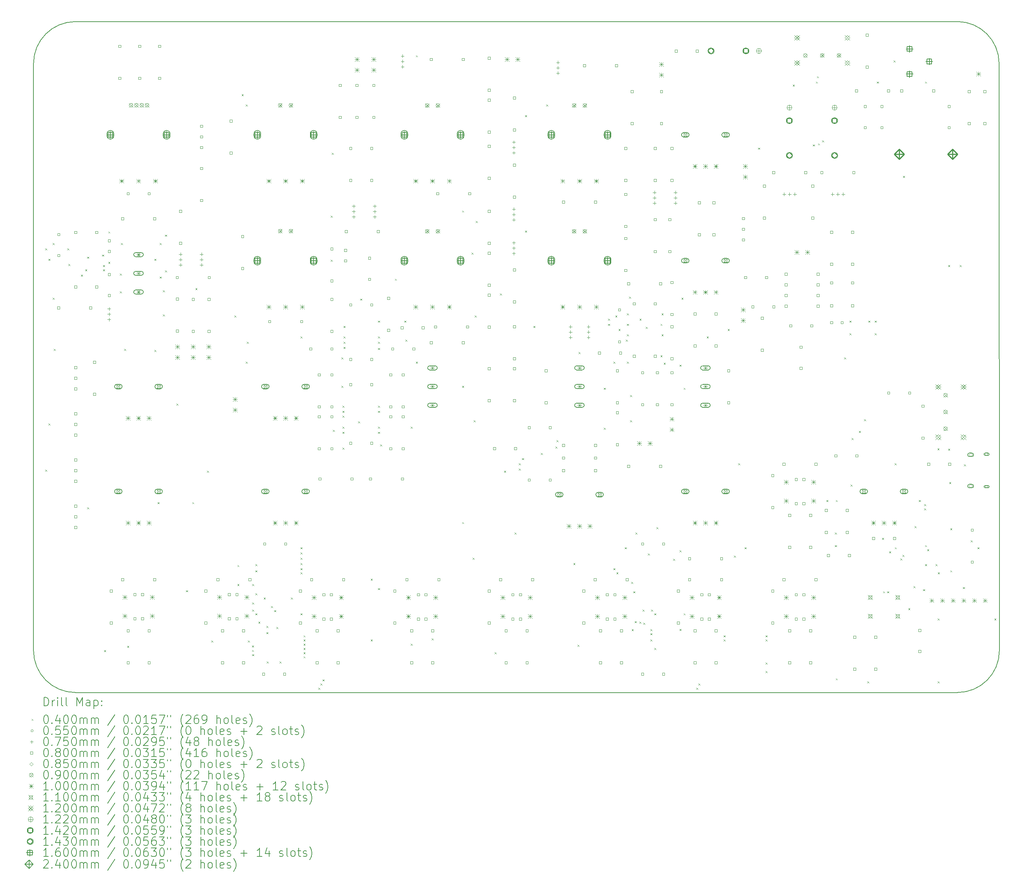
<source format=gbr>
%TF.GenerationSoftware,KiCad,Pcbnew,(6.0.7-1)-1*%
%TF.CreationDate,2022-09-14T21:26:21+02:00*%
%TF.ProjectId,LivSynth_Hardware,4c697653-796e-4746-985f-486172647761,0v01*%
%TF.SameCoordinates,Original*%
%TF.FileFunction,Drillmap*%
%TF.FilePolarity,Positive*%
%FSLAX45Y45*%
G04 Gerber Fmt 4.5, Leading zero omitted, Abs format (unit mm)*
G04 Created by KiCad (PCBNEW (6.0.7-1)-1) date 2022-09-14 21:26:21*
%MOMM*%
%LPD*%
G01*
G04 APERTURE LIST*
%ADD10C,0.150000*%
%ADD11C,0.200000*%
%ADD12C,0.040000*%
%ADD13C,0.055000*%
%ADD14C,0.075000*%
%ADD15C,0.080000*%
%ADD16C,0.085000*%
%ADD17C,0.090000*%
%ADD18C,0.100000*%
%ADD19C,0.110000*%
%ADD20C,0.120000*%
%ADD21C,0.122000*%
%ADD22C,0.142000*%
%ADD23C,0.143000*%
%ADD24C,0.160000*%
%ADD25C,0.240000*%
G04 APERTURE END LIST*
D10*
X30992893Y-7800000D02*
X31000000Y-21792893D01*
X7999997Y-21792893D02*
G75*
G03*
X9000000Y-22792893I1000003J3D01*
G01*
X9000000Y-6801500D02*
X29992893Y-6800000D01*
X30000000Y-22792890D02*
G75*
G03*
X31000000Y-21792893I0J1000000D01*
G01*
X8000000Y-21792893D02*
X8000000Y-7801500D01*
X9000000Y-22792893D02*
X30000000Y-22792893D01*
X9000000Y-6801500D02*
G75*
G03*
X8000000Y-7801500I0J-1000000D01*
G01*
X30992890Y-7800000D02*
G75*
G03*
X29992893Y-6800000I-1000000J0D01*
G01*
D11*
D12*
X8280000Y-12205000D02*
X8320000Y-12245000D01*
X8320000Y-12205000D02*
X8280000Y-12245000D01*
X8280000Y-17480000D02*
X8320000Y-17520000D01*
X8320000Y-17480000D02*
X8280000Y-17520000D01*
X8355000Y-12455000D02*
X8395000Y-12495000D01*
X8395000Y-12455000D02*
X8355000Y-12495000D01*
X8355000Y-16380000D02*
X8395000Y-16420000D01*
X8395000Y-16380000D02*
X8355000Y-16420000D01*
X8455000Y-12080000D02*
X8495000Y-12120000D01*
X8495000Y-12080000D02*
X8455000Y-12120000D01*
X8455000Y-13380000D02*
X8495000Y-13420000D01*
X8495000Y-13380000D02*
X8455000Y-13420000D01*
X8480000Y-14605000D02*
X8520000Y-14645000D01*
X8520000Y-14605000D02*
X8480000Y-14645000D01*
X8805000Y-12205000D02*
X8845000Y-12245000D01*
X8845000Y-12205000D02*
X8805000Y-12245000D01*
X8830000Y-12580000D02*
X8870000Y-12620000D01*
X8870000Y-12580000D02*
X8830000Y-12620000D01*
X9130000Y-12830000D02*
X9170000Y-12870000D01*
X9170000Y-12830000D02*
X9130000Y-12870000D01*
X9230000Y-12705000D02*
X9270000Y-12745000D01*
X9270000Y-12705000D02*
X9230000Y-12745000D01*
X9280000Y-12405000D02*
X9320000Y-12445000D01*
X9320000Y-12405000D02*
X9280000Y-12445000D01*
X9280000Y-18380050D02*
X9320000Y-18420050D01*
X9320000Y-18380050D02*
X9280000Y-18420050D01*
X9630000Y-12355000D02*
X9670000Y-12395000D01*
X9670000Y-12355000D02*
X9630000Y-12395000D01*
X9655000Y-12605000D02*
X9695000Y-12645000D01*
X9695000Y-12605000D02*
X9655000Y-12645000D01*
X9655000Y-12705000D02*
X9695000Y-12745000D01*
X9695000Y-12705000D02*
X9655000Y-12745000D01*
X9680000Y-21780000D02*
X9720000Y-21820000D01*
X9720000Y-21780000D02*
X9680000Y-21820000D01*
X9780000Y-11805000D02*
X9820000Y-11845000D01*
X9820000Y-11805000D02*
X9780000Y-11845000D01*
X9780000Y-12530000D02*
X9820000Y-12570000D01*
X9820000Y-12530000D02*
X9780000Y-12570000D01*
X10055000Y-13230000D02*
X10095000Y-13270000D01*
X10095000Y-13230000D02*
X10055000Y-13270000D01*
X10058500Y-12805000D02*
X10098500Y-12845000D01*
X10098500Y-12805000D02*
X10058500Y-12845000D01*
X10080000Y-12080000D02*
X10120000Y-12120000D01*
X10120000Y-12080000D02*
X10080000Y-12120000D01*
X10155000Y-14605000D02*
X10195000Y-14645000D01*
X10195000Y-14605000D02*
X10155000Y-14645000D01*
X10230000Y-21680000D02*
X10270000Y-21720000D01*
X10270000Y-21680000D02*
X10230000Y-21720000D01*
X10880000Y-12455000D02*
X10920000Y-12495000D01*
X10920000Y-12455000D02*
X10880000Y-12495000D01*
X10880000Y-14630000D02*
X10920000Y-14670000D01*
X10920000Y-14630000D02*
X10880000Y-14670000D01*
X10955000Y-18255000D02*
X10995000Y-18295000D01*
X10995000Y-18255000D02*
X10955000Y-18295000D01*
X11005000Y-12080000D02*
X11045000Y-12120000D01*
X11045000Y-12080000D02*
X11005000Y-12120000D01*
X11005000Y-12880000D02*
X11045000Y-12920000D01*
X11045000Y-12880000D02*
X11005000Y-12920000D01*
X11080000Y-13205000D02*
X11120000Y-13245000D01*
X11120000Y-13205000D02*
X11080000Y-13245000D01*
X11080000Y-13780000D02*
X11120000Y-13820000D01*
X11120000Y-13780000D02*
X11080000Y-13820000D01*
X11130000Y-11880000D02*
X11170000Y-11920000D01*
X11170000Y-11880000D02*
X11130000Y-11920000D01*
X11130000Y-12730000D02*
X11170000Y-12770000D01*
X11170000Y-12730000D02*
X11130000Y-12770000D01*
X11405000Y-15905000D02*
X11445000Y-15945000D01*
X11445000Y-15905000D02*
X11405000Y-15945000D01*
X11630000Y-20355000D02*
X11670000Y-20395000D01*
X11670000Y-20355000D02*
X11630000Y-20395000D01*
X11780000Y-18255000D02*
X11820000Y-18295000D01*
X11820000Y-18255000D02*
X11780000Y-18295000D01*
X11855000Y-13155000D02*
X11895000Y-13195000D01*
X11895000Y-13155000D02*
X11855000Y-13195000D01*
X12130000Y-17505000D02*
X12170000Y-17545000D01*
X12170000Y-17505000D02*
X12130000Y-17545000D01*
X12230000Y-21555000D02*
X12270000Y-21595000D01*
X12270000Y-21555000D02*
X12230000Y-21595000D01*
X12780000Y-13805000D02*
X12820000Y-13845000D01*
X12820000Y-13805000D02*
X12780000Y-13845000D01*
X12855000Y-19755000D02*
X12895000Y-19795000D01*
X12895000Y-19755000D02*
X12855000Y-19795000D01*
X12855000Y-20205000D02*
X12895000Y-20245000D01*
X12895000Y-20205000D02*
X12855000Y-20245000D01*
X12955000Y-8530000D02*
X12995000Y-8570000D01*
X12995000Y-8530000D02*
X12955000Y-8570000D01*
X13054000Y-8775000D02*
X13094000Y-8815000D01*
X13094000Y-8775000D02*
X13054000Y-8815000D01*
X13055000Y-14905000D02*
X13095000Y-14945000D01*
X13095000Y-14905000D02*
X13055000Y-14945000D01*
X13080000Y-14430000D02*
X13120000Y-14470000D01*
X13120000Y-14430000D02*
X13080000Y-14470000D01*
X13102002Y-21552002D02*
X13142002Y-21592002D01*
X13142002Y-21552002D02*
X13102002Y-21592002D01*
X13200499Y-21672510D02*
X13240499Y-21712510D01*
X13240499Y-21672510D02*
X13200499Y-21712510D01*
X13202002Y-21777002D02*
X13242002Y-21817002D01*
X13242002Y-21777002D02*
X13202002Y-21817002D01*
X13205000Y-20205000D02*
X13245000Y-20245000D01*
X13245000Y-20205000D02*
X13205000Y-20245000D01*
X13205000Y-20645050D02*
X13245000Y-20685050D01*
X13245000Y-20645050D02*
X13205000Y-20685050D01*
X13205000Y-20814950D02*
X13245000Y-20854950D01*
X13245000Y-20814950D02*
X13205000Y-20854950D01*
X13205000Y-21880000D02*
X13245000Y-21920000D01*
X13245000Y-21880000D02*
X13205000Y-21920000D01*
X13280000Y-19730000D02*
X13320000Y-19770000D01*
X13320000Y-19730000D02*
X13280000Y-19770000D01*
X13280000Y-19880000D02*
X13320000Y-19920000D01*
X13320000Y-19880000D02*
X13280000Y-19920000D01*
X13280000Y-20430000D02*
X13320000Y-20470000D01*
X13320000Y-20430000D02*
X13280000Y-20470000D01*
X13280000Y-20905000D02*
X13320000Y-20945000D01*
X13320000Y-20905000D02*
X13280000Y-20945000D01*
X13355000Y-21105000D02*
X13395000Y-21145000D01*
X13395000Y-21105000D02*
X13355000Y-21145000D01*
X13480000Y-20530000D02*
X13520000Y-20570000D01*
X13520000Y-20530000D02*
X13480000Y-20570000D01*
X13545050Y-21205000D02*
X13585050Y-21245000D01*
X13585050Y-21205000D02*
X13545050Y-21245000D01*
X13545050Y-21355000D02*
X13585050Y-21395000D01*
X13585050Y-21355000D02*
X13545050Y-21395000D01*
X13555000Y-22055000D02*
X13595000Y-22095000D01*
X13595000Y-22055000D02*
X13555000Y-22095000D01*
X13655000Y-20730000D02*
X13695000Y-20770000D01*
X13695000Y-20730000D02*
X13655000Y-20770000D01*
X13730000Y-20830000D02*
X13770000Y-20870000D01*
X13770000Y-20830000D02*
X13730000Y-20870000D01*
X13780000Y-21230000D02*
X13820000Y-21270000D01*
X13820000Y-21230000D02*
X13780000Y-21270000D01*
X13855000Y-22055000D02*
X13895000Y-22095000D01*
X13895000Y-22055000D02*
X13855000Y-22095000D01*
X14130000Y-20530000D02*
X14170000Y-20570000D01*
X14170000Y-20530000D02*
X14130000Y-20570000D01*
X14355000Y-14305000D02*
X14395000Y-14345000D01*
X14395000Y-14305000D02*
X14355000Y-14345000D01*
X14355000Y-19330000D02*
X14395000Y-19370000D01*
X14395000Y-19330000D02*
X14355000Y-19370000D01*
X14355000Y-19455000D02*
X14395000Y-19495000D01*
X14395000Y-19455000D02*
X14355000Y-19495000D01*
X14355000Y-19580000D02*
X14395000Y-19620000D01*
X14395000Y-19580000D02*
X14355000Y-19620000D01*
X14355000Y-19705000D02*
X14395000Y-19745000D01*
X14395000Y-19705000D02*
X14355000Y-19745000D01*
X14355000Y-19830000D02*
X14395000Y-19870000D01*
X14395000Y-19830000D02*
X14355000Y-19870000D01*
X14355000Y-19930000D02*
X14395000Y-19970000D01*
X14395000Y-19930000D02*
X14355000Y-19970000D01*
X14355000Y-20905000D02*
X14395000Y-20945000D01*
X14395000Y-20905000D02*
X14355000Y-20945000D01*
X14430000Y-21430000D02*
X14470000Y-21470000D01*
X14470000Y-21430000D02*
X14430000Y-21470000D01*
X14430000Y-21530000D02*
X14470000Y-21570000D01*
X14470000Y-21530000D02*
X14430000Y-21570000D01*
X14430000Y-21630000D02*
X14470000Y-21670000D01*
X14470000Y-21630000D02*
X14430000Y-21670000D01*
X14430000Y-21730000D02*
X14470000Y-21770000D01*
X14470000Y-21730000D02*
X14430000Y-21770000D01*
X14430000Y-21830000D02*
X14470000Y-21870000D01*
X14470000Y-21830000D02*
X14430000Y-21870000D01*
X14430000Y-21930000D02*
X14470000Y-21970000D01*
X14470000Y-21930000D02*
X14430000Y-21970000D01*
X14780000Y-22680000D02*
X14820000Y-22720000D01*
X14820000Y-22680000D02*
X14780000Y-22720000D01*
X14830000Y-22580000D02*
X14870000Y-22620000D01*
X14870000Y-22580000D02*
X14830000Y-22620000D01*
X14880000Y-22480000D02*
X14920000Y-22520000D01*
X14920000Y-22480000D02*
X14880000Y-22520000D01*
X15080000Y-11430000D02*
X15120000Y-11470000D01*
X15120000Y-11430000D02*
X15080000Y-11470000D01*
X15080000Y-12480000D02*
X15120000Y-12520000D01*
X15120000Y-12480000D02*
X15080000Y-12520000D01*
X15105000Y-9930000D02*
X15145000Y-9970000D01*
X15145000Y-9930000D02*
X15105000Y-9970000D01*
X15130000Y-16530000D02*
X15170000Y-16570000D01*
X15170000Y-16530000D02*
X15130000Y-16570000D01*
X15330000Y-14805000D02*
X15370000Y-14845000D01*
X15370000Y-14805000D02*
X15330000Y-14845000D01*
X15330000Y-15480000D02*
X15370000Y-15520000D01*
X15370000Y-15480000D02*
X15330000Y-15520000D01*
X15355000Y-15955000D02*
X15395000Y-15995000D01*
X15395000Y-15955000D02*
X15355000Y-15995000D01*
X15355000Y-16080000D02*
X15395000Y-16120000D01*
X15395000Y-16080000D02*
X15355000Y-16120000D01*
X15355000Y-16193500D02*
X15395000Y-16233500D01*
X15395000Y-16193500D02*
X15355000Y-16233500D01*
X15355000Y-16455000D02*
X15395000Y-16495000D01*
X15395000Y-16455000D02*
X15355000Y-16495000D01*
X15355000Y-16580000D02*
X15395000Y-16620000D01*
X15395000Y-16580000D02*
X15355000Y-16620000D01*
X15355000Y-16955000D02*
X15395000Y-16995000D01*
X15395000Y-16955000D02*
X15355000Y-16995000D01*
X15380000Y-14055000D02*
X15420000Y-14095000D01*
X15420000Y-14055000D02*
X15380000Y-14095000D01*
X15380000Y-14305000D02*
X15420000Y-14345000D01*
X15420000Y-14305000D02*
X15380000Y-14345000D01*
X15380000Y-14430000D02*
X15420000Y-14470000D01*
X15420000Y-14430000D02*
X15380000Y-14470000D01*
X15380000Y-14555000D02*
X15420000Y-14595000D01*
X15420000Y-14555000D02*
X15380000Y-14595000D01*
X15730000Y-16330000D02*
X15770000Y-16370000D01*
X15770000Y-16330000D02*
X15730000Y-16370000D01*
X15780000Y-13405000D02*
X15820000Y-13445000D01*
X15820000Y-13405000D02*
X15780000Y-13445000D01*
X16030000Y-20080000D02*
X16070000Y-20120000D01*
X16070000Y-20080000D02*
X16030000Y-20120000D01*
X16030000Y-21530000D02*
X16070000Y-21570000D01*
X16070000Y-21530000D02*
X16030000Y-21570000D01*
X16205000Y-13930000D02*
X16245000Y-13970000D01*
X16245000Y-13930000D02*
X16205000Y-13970000D01*
X16205000Y-14305000D02*
X16245000Y-14345000D01*
X16245000Y-14305000D02*
X16205000Y-14345000D01*
X16205000Y-14430000D02*
X16245000Y-14470000D01*
X16245000Y-14430000D02*
X16205000Y-14470000D01*
X16205000Y-14580000D02*
X16245000Y-14620000D01*
X16245000Y-14580000D02*
X16205000Y-14620000D01*
X16205000Y-15955000D02*
X16245000Y-15995000D01*
X16245000Y-15955000D02*
X16205000Y-15995000D01*
X16205000Y-16080000D02*
X16245000Y-16120000D01*
X16245000Y-16080000D02*
X16205000Y-16120000D01*
X16205000Y-16455000D02*
X16245000Y-16495000D01*
X16245000Y-16455000D02*
X16205000Y-16495000D01*
X16205000Y-16580000D02*
X16245000Y-16620000D01*
X16245000Y-16580000D02*
X16205000Y-16620000D01*
X16205000Y-20305000D02*
X16245000Y-20345000D01*
X16245000Y-20305000D02*
X16205000Y-20345000D01*
X16255000Y-16880000D02*
X16295000Y-16920000D01*
X16295000Y-16880000D02*
X16255000Y-16920000D01*
X16605000Y-12930000D02*
X16645000Y-12970000D01*
X16645000Y-12930000D02*
X16605000Y-12970000D01*
X16830000Y-13930000D02*
X16870000Y-13970000D01*
X16870000Y-13930000D02*
X16830000Y-13970000D01*
X16855000Y-14380000D02*
X16895000Y-14420000D01*
X16895000Y-14380000D02*
X16855000Y-14420000D01*
X16980000Y-16455000D02*
X17020000Y-16495000D01*
X17020000Y-16455000D02*
X16980000Y-16495000D01*
X16980000Y-21630000D02*
X17020000Y-21670000D01*
X17020000Y-21630000D02*
X16980000Y-21670000D01*
X17105000Y-7605000D02*
X17145000Y-7645000D01*
X17145000Y-7605000D02*
X17105000Y-7645000D01*
X17105000Y-14905000D02*
X17145000Y-14945000D01*
X17145000Y-14905000D02*
X17105000Y-14945000D01*
X17480000Y-21505000D02*
X17520000Y-21545000D01*
X17520000Y-21505000D02*
X17480000Y-21545000D01*
X18205000Y-11305000D02*
X18245000Y-11345000D01*
X18245000Y-11305000D02*
X18205000Y-11345000D01*
X18205000Y-15480000D02*
X18245000Y-15520000D01*
X18245000Y-15480000D02*
X18205000Y-15520000D01*
X18205000Y-18730000D02*
X18245000Y-18770000D01*
X18245000Y-18730000D02*
X18205000Y-18770000D01*
X18430000Y-12305000D02*
X18470000Y-12345000D01*
X18470000Y-12305000D02*
X18430000Y-12345000D01*
X18455000Y-19580000D02*
X18495000Y-19620000D01*
X18495000Y-19580000D02*
X18455000Y-19620000D01*
X18480000Y-16305000D02*
X18520000Y-16345000D01*
X18520000Y-16305000D02*
X18480000Y-16345000D01*
X18505000Y-13805000D02*
X18545000Y-13845000D01*
X18545000Y-13805000D02*
X18505000Y-13845000D01*
X18530000Y-11555000D02*
X18570000Y-11595000D01*
X18570000Y-11555000D02*
X18530000Y-11595000D01*
X18980000Y-21830000D02*
X19020000Y-21870000D01*
X19020000Y-21830000D02*
X18980000Y-21870000D01*
X19105000Y-13280000D02*
X19145000Y-13320000D01*
X19145000Y-13280000D02*
X19105000Y-13320000D01*
X19205000Y-17505000D02*
X19245000Y-17545000D01*
X19245000Y-17505000D02*
X19205000Y-17545000D01*
X19455000Y-18980000D02*
X19495000Y-19020000D01*
X19495000Y-18980000D02*
X19455000Y-19020000D01*
X19555000Y-17330000D02*
X19595000Y-17370000D01*
X19595000Y-17330000D02*
X19555000Y-17370000D01*
X19555000Y-17455000D02*
X19595000Y-17495000D01*
X19595000Y-17455000D02*
X19555000Y-17495000D01*
X19630000Y-17205000D02*
X19670000Y-17245000D01*
X19670000Y-17205000D02*
X19630000Y-17245000D01*
X19705000Y-9030000D02*
X19745000Y-9070000D01*
X19745000Y-9030000D02*
X19705000Y-9070000D01*
X19705000Y-11780000D02*
X19745000Y-11820000D01*
X19745000Y-11780000D02*
X19705000Y-11820000D01*
X19905000Y-14055000D02*
X19945000Y-14095000D01*
X19945000Y-14055000D02*
X19905000Y-14095000D01*
X20080000Y-17080000D02*
X20120000Y-17120000D01*
X20120000Y-17080000D02*
X20080000Y-17120000D01*
X20205000Y-8780000D02*
X20245000Y-8820000D01*
X20245000Y-8780000D02*
X20205000Y-8820000D01*
X20430000Y-16930000D02*
X20470000Y-16970000D01*
X20470000Y-16930000D02*
X20430000Y-16970000D01*
X20455000Y-16780000D02*
X20495000Y-16820000D01*
X20495000Y-16780000D02*
X20455000Y-16820000D01*
X20855000Y-19705000D02*
X20895000Y-19745000D01*
X20895000Y-19705000D02*
X20855000Y-19745000D01*
X20955000Y-21655000D02*
X20995000Y-21695000D01*
X20995000Y-21655000D02*
X20955000Y-21695000D01*
X20980000Y-14680000D02*
X21020000Y-14720000D01*
X21020000Y-14680000D02*
X20980000Y-14720000D01*
X21580000Y-15530000D02*
X21620000Y-15570000D01*
X21620000Y-15530000D02*
X21580000Y-15570000D01*
X21580000Y-16480000D02*
X21620000Y-16520000D01*
X21620000Y-16480000D02*
X21580000Y-16520000D01*
X21680000Y-13880000D02*
X21720000Y-13920000D01*
X21720000Y-13880000D02*
X21680000Y-13920000D01*
X21680000Y-14005000D02*
X21720000Y-14045000D01*
X21720000Y-14005000D02*
X21680000Y-14045000D01*
X21805000Y-14905000D02*
X21845000Y-14945000D01*
X21845000Y-14905000D02*
X21805000Y-14945000D01*
X21805000Y-19830000D02*
X21845000Y-19870000D01*
X21845000Y-19830000D02*
X21805000Y-19870000D01*
X21855000Y-13805000D02*
X21895000Y-13845000D01*
X21895000Y-13805000D02*
X21855000Y-13845000D01*
X21880000Y-19930000D02*
X21920000Y-19970000D01*
X21920000Y-19930000D02*
X21880000Y-19970000D01*
X21930000Y-14130000D02*
X21970000Y-14170000D01*
X21970000Y-14130000D02*
X21930000Y-14170000D01*
X22080000Y-19330000D02*
X22120000Y-19370000D01*
X22120000Y-19330000D02*
X22080000Y-19370000D01*
X22105000Y-14380000D02*
X22145000Y-14420000D01*
X22145000Y-14380000D02*
X22105000Y-14420000D01*
X22130000Y-13755000D02*
X22170000Y-13795000D01*
X22170000Y-13755000D02*
X22130000Y-13795000D01*
X22130000Y-14005000D02*
X22170000Y-14045000D01*
X22170000Y-14005000D02*
X22130000Y-14045000D01*
X22130000Y-14255000D02*
X22170000Y-14295000D01*
X22170000Y-14255000D02*
X22130000Y-14295000D01*
X22130000Y-14905000D02*
X22170000Y-14945000D01*
X22170000Y-14905000D02*
X22130000Y-14945000D01*
X22180000Y-13355000D02*
X22220000Y-13395000D01*
X22220000Y-13355000D02*
X22180000Y-13395000D01*
X22205000Y-15705000D02*
X22245000Y-15745000D01*
X22245000Y-15705000D02*
X22205000Y-15745000D01*
X22205000Y-16305000D02*
X22245000Y-16345000D01*
X22245000Y-16305000D02*
X22205000Y-16345000D01*
X22230000Y-20155000D02*
X22270000Y-20195000D01*
X22270000Y-20155000D02*
X22230000Y-20195000D01*
X22243434Y-21280000D02*
X22283434Y-21320000D01*
X22283434Y-21280000D02*
X22243434Y-21320000D01*
X22280000Y-20380000D02*
X22320000Y-20420000D01*
X22320000Y-20380000D02*
X22280000Y-20420000D01*
X22318384Y-21092053D02*
X22358384Y-21132053D01*
X22358384Y-21092053D02*
X22318384Y-21132053D01*
X22330000Y-18980000D02*
X22370000Y-19020000D01*
X22370000Y-18980000D02*
X22330000Y-19020000D01*
X22423742Y-21103263D02*
X22463742Y-21143263D01*
X22463742Y-21103263D02*
X22423742Y-21143263D01*
X22430000Y-13880000D02*
X22470000Y-13920000D01*
X22470000Y-13880000D02*
X22430000Y-13920000D01*
X22505000Y-20814950D02*
X22545000Y-20854950D01*
X22545000Y-20814950D02*
X22505000Y-20854950D01*
X22520050Y-21130000D02*
X22560050Y-21170000D01*
X22560050Y-21130000D02*
X22520050Y-21170000D01*
X22580000Y-14080000D02*
X22620000Y-14120000D01*
X22620000Y-14080000D02*
X22580000Y-14120000D01*
X22630000Y-19480000D02*
X22670000Y-19520000D01*
X22670000Y-19480000D02*
X22630000Y-19520000D01*
X22689950Y-21280000D02*
X22729950Y-21320000D01*
X22729950Y-21280000D02*
X22689950Y-21320000D01*
X22689950Y-21380000D02*
X22729950Y-21420000D01*
X22729950Y-21380000D02*
X22689950Y-21420000D01*
X22689950Y-21530000D02*
X22729950Y-21570000D01*
X22729950Y-21530000D02*
X22689950Y-21570000D01*
X22705000Y-20814950D02*
X22745000Y-20854950D01*
X22745000Y-20814950D02*
X22705000Y-20854950D01*
X22780000Y-20905000D02*
X22820000Y-20945000D01*
X22820000Y-20905000D02*
X22780000Y-20945000D01*
X22780000Y-21730000D02*
X22820000Y-21770000D01*
X22820000Y-21730000D02*
X22780000Y-21770000D01*
X22830000Y-18855000D02*
X22870000Y-18895000D01*
X22870000Y-18855000D02*
X22830000Y-18895000D01*
X22930000Y-14005000D02*
X22970000Y-14045000D01*
X22970000Y-14005000D02*
X22930000Y-14045000D01*
X22930000Y-14755000D02*
X22970000Y-14795000D01*
X22970000Y-14755000D02*
X22930000Y-14795000D01*
X22955000Y-13755000D02*
X22995000Y-13795000D01*
X22995000Y-13755000D02*
X22955000Y-13795000D01*
X22955000Y-14255000D02*
X22995000Y-14295000D01*
X22995000Y-14255000D02*
X22955000Y-14295000D01*
X23005000Y-14930000D02*
X23045000Y-14970000D01*
X23045000Y-14930000D02*
X23005000Y-14970000D01*
X23230000Y-19605000D02*
X23270000Y-19645000D01*
X23270000Y-19605000D02*
X23230000Y-19645000D01*
X23380000Y-14980000D02*
X23420000Y-15020000D01*
X23420000Y-14980000D02*
X23380000Y-15020000D01*
X23380000Y-19405000D02*
X23420000Y-19445000D01*
X23420000Y-19405000D02*
X23380000Y-19445000D01*
X23382998Y-21277002D02*
X23422998Y-21317002D01*
X23422998Y-21277002D02*
X23382998Y-21317002D01*
X23430000Y-13380000D02*
X23470000Y-13420000D01*
X23470000Y-13380000D02*
X23430000Y-13420000D01*
X23480000Y-15530000D02*
X23520000Y-15570000D01*
X23520000Y-15530000D02*
X23480000Y-15570000D01*
X23480000Y-20905000D02*
X23520000Y-20945000D01*
X23520000Y-20905000D02*
X23480000Y-20945000D01*
X23780000Y-22680000D02*
X23820000Y-22720000D01*
X23820000Y-22680000D02*
X23780000Y-22720000D01*
X23830000Y-22580000D02*
X23870000Y-22620000D01*
X23870000Y-22580000D02*
X23830000Y-22620000D01*
X24030000Y-14305000D02*
X24070000Y-14345000D01*
X24070000Y-14305000D02*
X24030000Y-14345000D01*
X24430000Y-21430000D02*
X24470000Y-21470000D01*
X24470000Y-21430000D02*
X24430000Y-21470000D01*
X24430000Y-21530000D02*
X24470000Y-21570000D01*
X24470000Y-21530000D02*
X24430000Y-21570000D01*
X24530000Y-14130000D02*
X24570000Y-14170000D01*
X24570000Y-14130000D02*
X24530000Y-14170000D01*
X24680000Y-19530000D02*
X24720000Y-19570000D01*
X24720000Y-19530000D02*
X24680000Y-19570000D01*
X24780000Y-17330000D02*
X24820000Y-17370000D01*
X24820000Y-17330000D02*
X24780000Y-17370000D01*
X24930000Y-19330000D02*
X24970000Y-19370000D01*
X24970000Y-19330000D02*
X24930000Y-19370000D01*
X25255000Y-9805000D02*
X25295000Y-9845000D01*
X25295000Y-9805000D02*
X25255000Y-9845000D01*
X25430000Y-21430000D02*
X25470000Y-21470000D01*
X25470000Y-21430000D02*
X25430000Y-21470000D01*
X25430000Y-21530000D02*
X25470000Y-21570000D01*
X25470000Y-21530000D02*
X25430000Y-21570000D01*
X25430000Y-22080000D02*
X25470000Y-22120000D01*
X25470000Y-22080000D02*
X25430000Y-22120000D01*
X25430000Y-22280000D02*
X25470000Y-22320000D01*
X25470000Y-22280000D02*
X25430000Y-22320000D01*
X26080000Y-8305000D02*
X26120000Y-8345000D01*
X26120000Y-8305000D02*
X26080000Y-8345000D01*
X26555000Y-9730000D02*
X26595000Y-9770000D01*
X26595000Y-9730000D02*
X26555000Y-9770000D01*
X26630000Y-8230000D02*
X26670000Y-8270000D01*
X26670000Y-8230000D02*
X26630000Y-8270000D01*
X26655000Y-8105000D02*
X26695000Y-8145000D01*
X26695000Y-8105000D02*
X26655000Y-8145000D01*
X26680000Y-9705000D02*
X26720000Y-9745000D01*
X26720000Y-9705000D02*
X26680000Y-9745000D01*
X26780000Y-9630000D02*
X26820000Y-9670000D01*
X26820000Y-9630000D02*
X26780000Y-9670000D01*
X26880000Y-18205000D02*
X26920000Y-18245000D01*
X26920000Y-18205000D02*
X26880000Y-18245000D01*
X27080000Y-18980000D02*
X27120000Y-19020000D01*
X27120000Y-18980000D02*
X27080000Y-19020000D01*
X27080000Y-19280000D02*
X27120000Y-19320000D01*
X27120000Y-19280000D02*
X27080000Y-19320000D01*
X27105000Y-18205000D02*
X27145000Y-18245000D01*
X27145000Y-18205000D02*
X27105000Y-18245000D01*
X27105000Y-22455000D02*
X27145000Y-22495000D01*
X27145000Y-22455000D02*
X27105000Y-22495000D01*
X27305000Y-14805000D02*
X27345000Y-14845000D01*
X27345000Y-14805000D02*
X27305000Y-14845000D01*
X27430000Y-13930000D02*
X27470000Y-13970000D01*
X27470000Y-13930000D02*
X27430000Y-13970000D01*
X27430000Y-14230000D02*
X27470000Y-14270000D01*
X27470000Y-14230000D02*
X27430000Y-14270000D01*
X27455000Y-17833750D02*
X27495000Y-17873750D01*
X27495000Y-17833750D02*
X27455000Y-17873750D01*
X27480000Y-16730000D02*
X27520000Y-16770000D01*
X27520000Y-16730000D02*
X27480000Y-16770000D01*
X27655000Y-16555000D02*
X27695000Y-16595000D01*
X27695000Y-16555000D02*
X27655000Y-16595000D01*
X27780000Y-16280000D02*
X27820000Y-16320000D01*
X27820000Y-16280000D02*
X27780000Y-16320000D01*
X27855000Y-22530000D02*
X27895000Y-22570000D01*
X27895000Y-22530000D02*
X27855000Y-22570000D01*
X27880000Y-13930000D02*
X27920000Y-13970000D01*
X27920000Y-13930000D02*
X27880000Y-13970000D01*
X28030000Y-13930000D02*
X28070000Y-13970000D01*
X28070000Y-13930000D02*
X28030000Y-13970000D01*
X28030000Y-14230000D02*
X28070000Y-14270000D01*
X28070000Y-14230000D02*
X28030000Y-14270000D01*
X28080000Y-8230000D02*
X28120000Y-8270000D01*
X28120000Y-8230000D02*
X28080000Y-8270000D01*
X28205000Y-19105000D02*
X28245000Y-19145000D01*
X28245000Y-19105000D02*
X28205000Y-19145000D01*
X28230000Y-20380000D02*
X28270000Y-20420000D01*
X28270000Y-20380000D02*
X28230000Y-20420000D01*
X28330000Y-20380000D02*
X28370000Y-20420000D01*
X28370000Y-20380000D02*
X28330000Y-20420000D01*
X28375000Y-19430000D02*
X28415000Y-19470000D01*
X28415000Y-19430000D02*
X28375000Y-19470000D01*
X28480000Y-7730000D02*
X28520000Y-7770000D01*
X28520000Y-7730000D02*
X28480000Y-7770000D01*
X28505000Y-17330000D02*
X28545000Y-17370000D01*
X28545000Y-17330000D02*
X28505000Y-17370000D01*
X28510000Y-19330000D02*
X28550000Y-19370000D01*
X28550000Y-19330000D02*
X28510000Y-19370000D01*
X28640000Y-19600000D02*
X28680000Y-19640000D01*
X28680000Y-19600000D02*
X28640000Y-19640000D01*
X28690000Y-19510000D02*
X28730000Y-19550000D01*
X28730000Y-19510000D02*
X28690000Y-19550000D01*
X28705000Y-10480000D02*
X28745000Y-10520000D01*
X28745000Y-10480000D02*
X28705000Y-10520000D01*
X28830000Y-20780000D02*
X28870000Y-20820000D01*
X28870000Y-20780000D02*
X28830000Y-20820000D01*
X28955000Y-20255000D02*
X28995000Y-20295000D01*
X28995000Y-20255000D02*
X28955000Y-20295000D01*
X28980000Y-18830000D02*
X29020000Y-18870000D01*
X29020000Y-18830000D02*
X28980000Y-18870000D01*
X29080000Y-18205000D02*
X29120000Y-18245000D01*
X29120000Y-18205000D02*
X29080000Y-18245000D01*
X29180000Y-20330000D02*
X29220000Y-20370000D01*
X29220000Y-20330000D02*
X29180000Y-20370000D01*
X29204785Y-18305000D02*
X29244785Y-18345000D01*
X29244785Y-18305000D02*
X29204785Y-18345000D01*
X29204785Y-18405000D02*
X29244785Y-18445000D01*
X29244785Y-18405000D02*
X29204785Y-18445000D01*
X29230000Y-8230000D02*
X29270000Y-8270000D01*
X29270000Y-8230000D02*
X29230000Y-8270000D01*
X29230000Y-19280000D02*
X29270000Y-19320000D01*
X29270000Y-19280000D02*
X29230000Y-19320000D01*
X29230000Y-19730000D02*
X29270000Y-19770000D01*
X29270000Y-19730000D02*
X29230000Y-19770000D01*
X29280000Y-19380000D02*
X29320000Y-19420000D01*
X29320000Y-19380000D02*
X29280000Y-19420000D01*
X29480000Y-19730000D02*
X29520000Y-19770000D01*
X29520000Y-19730000D02*
X29480000Y-19770000D01*
X29524799Y-16974799D02*
X29564799Y-17014799D01*
X29564799Y-16974799D02*
X29524799Y-17014799D01*
X29530000Y-21030000D02*
X29570000Y-21070000D01*
X29570000Y-21030000D02*
X29530000Y-21070000D01*
X29530000Y-22530000D02*
X29570000Y-22570000D01*
X29570000Y-22530000D02*
X29530000Y-22570000D01*
X29532998Y-19927002D02*
X29572998Y-19967002D01*
X29572998Y-19927002D02*
X29532998Y-19967002D01*
X29780000Y-12605000D02*
X29820000Y-12645000D01*
X29820000Y-12605000D02*
X29780000Y-12645000D01*
X29780000Y-16980000D02*
X29820000Y-17020000D01*
X29820000Y-16980000D02*
X29780000Y-17020000D01*
X29805000Y-17780000D02*
X29845000Y-17820000D01*
X29845000Y-17780000D02*
X29805000Y-17820000D01*
X29830000Y-18880000D02*
X29870000Y-18920000D01*
X29870000Y-18880000D02*
X29830000Y-18920000D01*
X29830000Y-19880000D02*
X29870000Y-19920000D01*
X29870000Y-19880000D02*
X29830000Y-19920000D01*
X30055000Y-12605000D02*
X30095000Y-12645000D01*
X30095000Y-12605000D02*
X30055000Y-12645000D01*
X30130000Y-20280000D02*
X30170000Y-20320000D01*
X30170000Y-20280000D02*
X30130000Y-20320000D01*
X30155000Y-17355000D02*
X30195000Y-17395000D01*
X30195000Y-17355000D02*
X30155000Y-17395000D01*
X30314628Y-19164628D02*
X30354628Y-19204628D01*
X30354628Y-19164628D02*
X30314628Y-19204628D01*
X30480000Y-19330000D02*
X30520000Y-19370000D01*
X30520000Y-19330000D02*
X30480000Y-19370000D01*
X30880000Y-21030000D02*
X30920000Y-21070000D01*
X30920000Y-21030000D02*
X30880000Y-21070000D01*
D13*
X30722500Y-17112500D02*
G75*
G03*
X30722500Y-17112500I-27500J0D01*
G01*
D11*
X30727500Y-17085000D02*
X30662500Y-17085000D01*
X30727500Y-17140000D02*
X30662500Y-17140000D01*
X30662500Y-17085000D02*
G75*
G03*
X30662500Y-17140000I0J-27500D01*
G01*
X30727500Y-17140000D02*
G75*
G03*
X30727500Y-17085000I0J27500D01*
G01*
D13*
X30722500Y-17887500D02*
G75*
G03*
X30722500Y-17887500I-27500J0D01*
G01*
D11*
X30727500Y-17860000D02*
X30662500Y-17860000D01*
X30727500Y-17915000D02*
X30662500Y-17915000D01*
X30662500Y-17860000D02*
G75*
G03*
X30662500Y-17915000I0J-27500D01*
G01*
X30727500Y-17915000D02*
G75*
G03*
X30727500Y-17860000I0J27500D01*
G01*
D14*
X9800000Y-13610500D02*
X9800000Y-13685500D01*
X9762500Y-13648000D02*
X9837500Y-13648000D01*
X9800000Y-13737500D02*
X9800000Y-13812500D01*
X9762500Y-13775000D02*
X9837500Y-13775000D01*
X9800000Y-13864500D02*
X9800000Y-13939500D01*
X9762500Y-13902000D02*
X9837500Y-13902000D01*
X11500000Y-12308500D02*
X11500000Y-12383500D01*
X11462500Y-12346000D02*
X11537500Y-12346000D01*
X11500000Y-12435500D02*
X11500000Y-12510500D01*
X11462500Y-12473000D02*
X11537500Y-12473000D01*
X11500000Y-12562500D02*
X11500000Y-12637500D01*
X11462500Y-12600000D02*
X11537500Y-12600000D01*
X12000000Y-12308500D02*
X12000000Y-12383500D01*
X11962500Y-12346000D02*
X12037500Y-12346000D01*
X12000000Y-12435500D02*
X12000000Y-12510500D01*
X11962500Y-12473000D02*
X12037500Y-12473000D01*
X12000000Y-12562500D02*
X12000000Y-12637500D01*
X11962500Y-12600000D02*
X12037500Y-12600000D01*
X15625000Y-11162500D02*
X15625000Y-11237500D01*
X15587500Y-11200000D02*
X15662500Y-11200000D01*
X15625000Y-11289500D02*
X15625000Y-11364500D01*
X15587500Y-11327000D02*
X15662500Y-11327000D01*
X15625000Y-11416500D02*
X15625000Y-11491500D01*
X15587500Y-11454000D02*
X15662500Y-11454000D01*
X16125000Y-11162500D02*
X16125000Y-11237500D01*
X16087500Y-11200000D02*
X16162500Y-11200000D01*
X16125000Y-11289500D02*
X16125000Y-11364500D01*
X16087500Y-11327000D02*
X16162500Y-11327000D01*
X16125000Y-11416500D02*
X16125000Y-11491500D01*
X16087500Y-11454000D02*
X16162500Y-11454000D01*
X16786000Y-7585500D02*
X16786000Y-7660500D01*
X16748500Y-7623000D02*
X16823500Y-7623000D01*
X16786000Y-7712500D02*
X16786000Y-7787500D01*
X16748500Y-7750000D02*
X16823500Y-7750000D01*
X16786000Y-7839500D02*
X16786000Y-7914500D01*
X16748500Y-7877000D02*
X16823500Y-7877000D01*
X19436000Y-9635500D02*
X19436000Y-9710500D01*
X19398500Y-9673000D02*
X19473500Y-9673000D01*
X19436000Y-9762500D02*
X19436000Y-9837500D01*
X19398500Y-9800000D02*
X19473500Y-9800000D01*
X19436000Y-9889500D02*
X19436000Y-9964500D01*
X19398500Y-9927000D02*
X19473500Y-9927000D01*
X19436000Y-11235500D02*
X19436000Y-11310500D01*
X19398500Y-11273000D02*
X19473500Y-11273000D01*
X19436000Y-11362500D02*
X19436000Y-11437500D01*
X19398500Y-11400000D02*
X19473500Y-11400000D01*
X19436000Y-11489500D02*
X19436000Y-11564500D01*
X19398500Y-11527000D02*
X19473500Y-11527000D01*
X19436000Y-12035500D02*
X19436000Y-12110500D01*
X19398500Y-12073000D02*
X19473500Y-12073000D01*
X19436000Y-12162500D02*
X19436000Y-12237500D01*
X19398500Y-12200000D02*
X19473500Y-12200000D01*
X19436000Y-12289500D02*
X19436000Y-12364500D01*
X19398500Y-12327000D02*
X19473500Y-12327000D01*
X20486000Y-7735500D02*
X20486000Y-7810500D01*
X20448500Y-7773000D02*
X20523500Y-7773000D01*
X20486000Y-7862500D02*
X20486000Y-7937500D01*
X20448500Y-7900000D02*
X20523500Y-7900000D01*
X20486000Y-7989500D02*
X20486000Y-8064500D01*
X20448500Y-8027000D02*
X20523500Y-8027000D01*
X20786000Y-14035500D02*
X20786000Y-14110500D01*
X20748500Y-14073000D02*
X20823500Y-14073000D01*
X20786000Y-14162500D02*
X20786000Y-14237500D01*
X20748500Y-14200000D02*
X20823500Y-14200000D01*
X20786000Y-14289500D02*
X20786000Y-14364500D01*
X20748500Y-14327000D02*
X20823500Y-14327000D01*
X21214000Y-14035500D02*
X21214000Y-14110500D01*
X21176500Y-14073000D02*
X21251500Y-14073000D01*
X21214000Y-14162500D02*
X21214000Y-14237500D01*
X21176500Y-14200000D02*
X21251500Y-14200000D01*
X21214000Y-14289500D02*
X21214000Y-14364500D01*
X21176500Y-14327000D02*
X21251500Y-14327000D01*
X22786000Y-10835500D02*
X22786000Y-10910500D01*
X22748500Y-10873000D02*
X22823500Y-10873000D01*
X22786000Y-10962500D02*
X22786000Y-11037500D01*
X22748500Y-11000000D02*
X22823500Y-11000000D01*
X22786000Y-11089500D02*
X22786000Y-11164500D01*
X22748500Y-11127000D02*
X22823500Y-11127000D01*
X23286000Y-10835500D02*
X23286000Y-10910500D01*
X23248500Y-10873000D02*
X23323500Y-10873000D01*
X23286000Y-10962500D02*
X23286000Y-11037500D01*
X23248500Y-11000000D02*
X23323500Y-11000000D01*
X23286000Y-11089500D02*
X23286000Y-11164500D01*
X23248500Y-11127000D02*
X23323500Y-11127000D01*
X25873000Y-10876500D02*
X25873000Y-10951500D01*
X25835500Y-10914000D02*
X25910500Y-10914000D01*
X26000000Y-10876500D02*
X26000000Y-10951500D01*
X25962500Y-10914000D02*
X26037500Y-10914000D01*
X26127000Y-10876500D02*
X26127000Y-10951500D01*
X26089500Y-10914000D02*
X26164500Y-10914000D01*
X27023000Y-10876500D02*
X27023000Y-10951500D01*
X26985500Y-10914000D02*
X27060500Y-10914000D01*
X27150000Y-10876500D02*
X27150000Y-10951500D01*
X27112500Y-10914000D02*
X27187500Y-10914000D01*
X27277000Y-10876500D02*
X27277000Y-10951500D01*
X27239500Y-10914000D02*
X27314500Y-10914000D01*
D15*
X8622285Y-13653284D02*
X8622285Y-13596715D01*
X8565716Y-13596715D01*
X8565716Y-13653284D01*
X8622285Y-13653284D01*
X8628285Y-11903284D02*
X8628285Y-11846715D01*
X8571716Y-11846715D01*
X8571716Y-11903284D01*
X8628285Y-11903284D01*
X8628285Y-12403284D02*
X8628285Y-12346715D01*
X8571716Y-12346715D01*
X8571716Y-12403284D01*
X8628285Y-12403284D01*
X9028285Y-11853284D02*
X9028285Y-11796715D01*
X8971716Y-11796715D01*
X8971716Y-11853284D01*
X9028285Y-11853284D01*
X9028285Y-13153284D02*
X9028285Y-13096715D01*
X8971716Y-13096715D01*
X8971716Y-13153284D01*
X9028285Y-13153284D01*
X9028285Y-15075284D02*
X9028285Y-15018715D01*
X8971716Y-15018715D01*
X8971716Y-15075284D01*
X9028285Y-15075284D01*
X9028285Y-15329284D02*
X9028285Y-15272715D01*
X8971716Y-15272715D01*
X8971716Y-15329284D01*
X9028285Y-15329284D01*
X9028285Y-15583284D02*
X9028285Y-15526715D01*
X8971716Y-15526715D01*
X8971716Y-15583284D01*
X9028285Y-15583284D01*
X9028285Y-16173284D02*
X9028285Y-16116715D01*
X8971716Y-16116715D01*
X8971716Y-16173284D01*
X9028285Y-16173284D01*
X9028285Y-16427284D02*
X9028285Y-16370715D01*
X8971716Y-16370715D01*
X8971716Y-16427284D01*
X9028285Y-16427284D01*
X9028285Y-16681284D02*
X9028285Y-16624715D01*
X8971716Y-16624715D01*
X8971716Y-16681284D01*
X9028285Y-16681284D01*
X9028285Y-17273285D02*
X9028285Y-17216716D01*
X8971716Y-17216716D01*
X8971716Y-17273285D01*
X9028285Y-17273285D01*
X9028285Y-17527285D02*
X9028285Y-17470716D01*
X8971716Y-17470716D01*
X8971716Y-17527285D01*
X9028285Y-17527285D01*
X9028285Y-17781285D02*
X9028285Y-17724716D01*
X8971716Y-17724716D01*
X8971716Y-17781285D01*
X9028285Y-17781285D01*
X9028285Y-18373285D02*
X9028285Y-18316716D01*
X8971716Y-18316716D01*
X8971716Y-18373285D01*
X9028285Y-18373285D01*
X9028285Y-18627285D02*
X9028285Y-18570716D01*
X8971716Y-18570716D01*
X8971716Y-18627285D01*
X9028285Y-18627285D01*
X9028285Y-18881285D02*
X9028285Y-18824716D01*
X8971716Y-18824716D01*
X8971716Y-18881285D01*
X9028285Y-18881285D01*
X9384285Y-13653284D02*
X9384285Y-13596715D01*
X9327716Y-13596715D01*
X9327716Y-13653284D01*
X9384285Y-13653284D01*
X9478285Y-14947284D02*
X9478285Y-14890715D01*
X9421716Y-14890715D01*
X9421716Y-14947284D01*
X9478285Y-14947284D01*
X9478285Y-15709284D02*
X9478285Y-15652715D01*
X9421716Y-15652715D01*
X9421716Y-15709284D01*
X9478285Y-15709284D01*
X9528285Y-11853284D02*
X9528285Y-11796715D01*
X9471716Y-11796715D01*
X9471716Y-11853284D01*
X9528285Y-11853284D01*
X9528285Y-13153284D02*
X9528285Y-13096715D01*
X9471716Y-13096715D01*
X9471716Y-13153284D01*
X9528285Y-13153284D01*
X9828285Y-12053284D02*
X9828285Y-11996715D01*
X9771716Y-11996715D01*
X9771716Y-12053284D01*
X9828285Y-12053284D01*
X9828285Y-12303284D02*
X9828285Y-12246715D01*
X9771716Y-12246715D01*
X9771716Y-12303284D01*
X9828285Y-12303284D01*
X9828285Y-12853284D02*
X9828285Y-12796715D01*
X9771716Y-12796715D01*
X9771716Y-12853284D01*
X9828285Y-12853284D01*
X9828285Y-13353284D02*
X9828285Y-13296715D01*
X9771716Y-13296715D01*
X9771716Y-13353284D01*
X9828285Y-13353284D01*
X9878285Y-20397285D02*
X9878285Y-20340716D01*
X9821716Y-20340716D01*
X9821716Y-20397285D01*
X9878285Y-20397285D01*
X9878285Y-21159285D02*
X9878285Y-21102716D01*
X9821716Y-21102716D01*
X9821716Y-21159285D01*
X9878285Y-21159285D01*
X10078285Y-7416284D02*
X10078285Y-7359715D01*
X10021716Y-7359715D01*
X10021716Y-7416284D01*
X10078285Y-7416284D01*
X10078285Y-8178284D02*
X10078285Y-8121715D01*
X10021716Y-8121715D01*
X10021716Y-8178284D01*
X10078285Y-8178284D01*
X10147285Y-11528284D02*
X10147285Y-11471715D01*
X10090716Y-11471715D01*
X10090716Y-11528284D01*
X10147285Y-11528284D01*
X10147285Y-20128285D02*
X10147285Y-20071716D01*
X10090716Y-20071716D01*
X10090716Y-20128285D01*
X10147285Y-20128285D01*
X10278285Y-10928285D02*
X10278285Y-10871716D01*
X10221716Y-10871716D01*
X10221716Y-10928285D01*
X10278285Y-10928285D01*
X10278285Y-21347285D02*
X10278285Y-21290716D01*
X10221716Y-21290716D01*
X10221716Y-21347285D01*
X10278285Y-21347285D01*
X10278285Y-22109285D02*
X10278285Y-22052716D01*
X10221716Y-22052716D01*
X10221716Y-22109285D01*
X10278285Y-22109285D01*
X10438285Y-20481178D02*
X10438285Y-20424609D01*
X10381716Y-20424609D01*
X10381716Y-20481178D01*
X10438285Y-20481178D01*
X10438285Y-21061178D02*
X10438285Y-21004609D01*
X10381716Y-21004609D01*
X10381716Y-21061178D01*
X10438285Y-21061178D01*
X10553285Y-7416284D02*
X10553285Y-7359715D01*
X10496716Y-7359715D01*
X10496716Y-7416284D01*
X10553285Y-7416284D01*
X10553285Y-8178284D02*
X10553285Y-8121715D01*
X10496716Y-8121715D01*
X10496716Y-8178284D01*
X10553285Y-8178284D01*
X10618285Y-20481178D02*
X10618285Y-20424609D01*
X10561716Y-20424609D01*
X10561716Y-20481178D01*
X10618285Y-20481178D01*
X10618285Y-21061178D02*
X10618285Y-21004609D01*
X10561716Y-21004609D01*
X10561716Y-21061178D01*
X10618285Y-21061178D01*
X10778285Y-10928285D02*
X10778285Y-10871716D01*
X10721716Y-10871716D01*
X10721716Y-10928285D01*
X10778285Y-10928285D01*
X10778285Y-21347285D02*
X10778285Y-21290716D01*
X10721716Y-21290716D01*
X10721716Y-21347285D01*
X10778285Y-21347285D01*
X10778285Y-22109285D02*
X10778285Y-22052716D01*
X10721716Y-22052716D01*
X10721716Y-22109285D01*
X10778285Y-22109285D01*
X10909285Y-11528284D02*
X10909285Y-11471715D01*
X10852716Y-11471715D01*
X10852716Y-11528284D01*
X10909285Y-11528284D01*
X10909285Y-20128285D02*
X10909285Y-20071716D01*
X10852716Y-20071716D01*
X10852716Y-20128285D01*
X10909285Y-20128285D01*
X11028285Y-7416284D02*
X11028285Y-7359715D01*
X10971716Y-7359715D01*
X10971716Y-7416284D01*
X11028285Y-7416284D01*
X11028285Y-8178284D02*
X11028285Y-8121715D01*
X10971716Y-8121715D01*
X10971716Y-8178284D01*
X11028285Y-8178284D01*
X11447284Y-12928284D02*
X11447284Y-12871715D01*
X11390715Y-12871715D01*
X11390715Y-12928284D01*
X11447284Y-12928284D01*
X11453284Y-13441284D02*
X11453284Y-13384715D01*
X11396715Y-13384715D01*
X11396715Y-13441284D01*
X11453284Y-13441284D01*
X11453284Y-14203284D02*
X11453284Y-14146715D01*
X11396715Y-14146715D01*
X11396715Y-14203284D01*
X11453284Y-14203284D01*
X11528284Y-11347284D02*
X11528284Y-11290715D01*
X11471715Y-11290715D01*
X11471715Y-11347284D01*
X11528284Y-11347284D01*
X11528284Y-12109284D02*
X11528284Y-12052715D01*
X11471715Y-12052715D01*
X11471715Y-12109284D01*
X11528284Y-12109284D01*
X11828284Y-13447284D02*
X11828284Y-13390715D01*
X11771715Y-13390715D01*
X11771715Y-13447284D01*
X11828284Y-13447284D01*
X11828284Y-14209284D02*
X11828284Y-14152715D01*
X11771715Y-14152715D01*
X11771715Y-14209284D01*
X11828284Y-14209284D01*
X12028284Y-9321785D02*
X12028284Y-9265216D01*
X11971715Y-9265216D01*
X11971715Y-9321785D01*
X12028284Y-9321785D01*
X12028284Y-9575785D02*
X12028284Y-9519216D01*
X11971715Y-9519216D01*
X11971715Y-9575785D01*
X12028284Y-9575785D01*
X12028284Y-9829785D02*
X12028284Y-9773216D01*
X11971715Y-9773216D01*
X11971715Y-9829785D01*
X12028284Y-9829785D01*
X12028284Y-10328285D02*
X12028284Y-10271716D01*
X11971715Y-10271716D01*
X11971715Y-10328285D01*
X12028284Y-10328285D01*
X12028284Y-11090285D02*
X12028284Y-11033716D01*
X11971715Y-11033716D01*
X11971715Y-11090285D01*
X12028284Y-11090285D01*
X12128284Y-20397285D02*
X12128284Y-20340716D01*
X12071715Y-20340716D01*
X12071715Y-20397285D01*
X12128284Y-20397285D01*
X12128284Y-21159285D02*
X12128284Y-21102716D01*
X12071715Y-21102716D01*
X12071715Y-21159285D01*
X12128284Y-21159285D01*
X12203284Y-13449784D02*
X12203284Y-13393215D01*
X12146715Y-13393215D01*
X12146715Y-13449784D01*
X12203284Y-13449784D01*
X12203284Y-14211784D02*
X12203284Y-14155215D01*
X12146715Y-14155215D01*
X12146715Y-14211784D01*
X12203284Y-14211784D01*
X12209284Y-12928284D02*
X12209284Y-12871715D01*
X12152715Y-12871715D01*
X12152715Y-12928284D01*
X12209284Y-12928284D01*
X12416284Y-20128285D02*
X12416284Y-20071716D01*
X12359715Y-20071716D01*
X12359715Y-20128285D01*
X12416284Y-20128285D01*
X12528284Y-21347285D02*
X12528284Y-21290716D01*
X12471715Y-21290716D01*
X12471715Y-21347285D01*
X12528284Y-21347285D01*
X12528284Y-22109285D02*
X12528284Y-22052716D01*
X12471715Y-22052716D01*
X12471715Y-22109285D01*
X12528284Y-22109285D01*
X12688284Y-20481178D02*
X12688284Y-20424609D01*
X12631715Y-20424609D01*
X12631715Y-20481178D01*
X12688284Y-20481178D01*
X12688284Y-21061178D02*
X12688284Y-21004609D01*
X12631715Y-21004609D01*
X12631715Y-21061178D01*
X12688284Y-21061178D01*
X12728284Y-9197285D02*
X12728284Y-9140716D01*
X12671715Y-9140716D01*
X12671715Y-9197285D01*
X12728284Y-9197285D01*
X12728284Y-9959285D02*
X12728284Y-9902716D01*
X12671715Y-9902716D01*
X12671715Y-9959285D01*
X12728284Y-9959285D01*
X12868284Y-20481178D02*
X12868284Y-20424609D01*
X12811715Y-20424609D01*
X12811715Y-20481178D01*
X12868284Y-20481178D01*
X12868284Y-21061178D02*
X12868284Y-21004609D01*
X12811715Y-21004609D01*
X12811715Y-21061178D01*
X12868284Y-21061178D01*
X13003284Y-11947284D02*
X13003284Y-11890715D01*
X12946715Y-11890715D01*
X12946715Y-11947284D01*
X13003284Y-11947284D01*
X13003284Y-12709284D02*
X13003284Y-12652715D01*
X12946715Y-12652715D01*
X12946715Y-12709284D01*
X13003284Y-12709284D01*
X13028284Y-21347285D02*
X13028284Y-21290716D01*
X12971715Y-21290716D01*
X12971715Y-21347285D01*
X13028284Y-21347285D01*
X13028284Y-22109285D02*
X13028284Y-22052716D01*
X12971715Y-22052716D01*
X12971715Y-22109285D01*
X13028284Y-22109285D01*
X13178284Y-20128285D02*
X13178284Y-20071716D01*
X13121715Y-20071716D01*
X13121715Y-20128285D01*
X13178284Y-20128285D01*
X13503284Y-22378284D02*
X13503284Y-22321716D01*
X13446715Y-22321716D01*
X13446715Y-22378284D01*
X13503284Y-22378284D01*
X13528284Y-19278285D02*
X13528284Y-19221716D01*
X13471715Y-19221716D01*
X13471715Y-19278285D01*
X13528284Y-19278285D01*
X13647284Y-13978284D02*
X13647284Y-13921715D01*
X13590715Y-13921715D01*
X13590715Y-13978284D01*
X13647284Y-13978284D01*
X14003284Y-22378284D02*
X14003284Y-22321716D01*
X13946715Y-22321716D01*
X13946715Y-22378284D01*
X14003284Y-22378284D01*
X14028284Y-19278285D02*
X14028284Y-19221716D01*
X13971715Y-19221716D01*
X13971715Y-19278285D01*
X14028284Y-19278285D01*
X14378284Y-20397285D02*
X14378284Y-20340716D01*
X14321715Y-20340716D01*
X14321715Y-20397285D01*
X14378284Y-20397285D01*
X14378284Y-21159285D02*
X14378284Y-21102716D01*
X14321715Y-21102716D01*
X14321715Y-21159285D01*
X14378284Y-21159285D01*
X14409284Y-13978284D02*
X14409284Y-13921715D01*
X14352715Y-13921715D01*
X14352715Y-13978284D01*
X14409284Y-13978284D01*
X14628284Y-14628284D02*
X14628284Y-14571715D01*
X14571715Y-14571715D01*
X14571715Y-14628284D01*
X14628284Y-14628284D01*
X14647284Y-20128285D02*
X14647284Y-20071716D01*
X14590715Y-20071716D01*
X14590715Y-20128285D01*
X14647284Y-20128285D01*
X14778284Y-21347285D02*
X14778284Y-21290716D01*
X14721715Y-21290716D01*
X14721715Y-21347285D01*
X14778284Y-21347285D01*
X14778284Y-22109285D02*
X14778284Y-22052716D01*
X14721715Y-22052716D01*
X14721715Y-22109285D01*
X14778284Y-22109285D01*
X14828284Y-15247284D02*
X14828284Y-15190715D01*
X14771715Y-15190715D01*
X14771715Y-15247284D01*
X14828284Y-15247284D01*
X14828284Y-16009284D02*
X14828284Y-15952715D01*
X14771715Y-15952715D01*
X14771715Y-16009284D01*
X14828284Y-16009284D01*
X14828284Y-16247284D02*
X14828284Y-16190715D01*
X14771715Y-16190715D01*
X14771715Y-16247284D01*
X14828284Y-16247284D01*
X14828284Y-17009285D02*
X14828284Y-16952716D01*
X14771715Y-16952716D01*
X14771715Y-17009285D01*
X14828284Y-17009285D01*
X14847284Y-17728285D02*
X14847284Y-17671716D01*
X14790715Y-17671716D01*
X14790715Y-17728285D01*
X14847284Y-17728285D01*
X14938284Y-20488285D02*
X14938284Y-20431716D01*
X14881715Y-20431716D01*
X14881715Y-20488285D01*
X14938284Y-20488285D01*
X14938284Y-21068285D02*
X14938284Y-21011716D01*
X14881715Y-21011716D01*
X14881715Y-21068285D01*
X14938284Y-21068285D01*
X15118284Y-20488285D02*
X15118284Y-20431716D01*
X15061715Y-20431716D01*
X15061715Y-20488285D01*
X15118284Y-20488285D01*
X15118284Y-21068285D02*
X15118284Y-21011716D01*
X15061715Y-21011716D01*
X15061715Y-21068285D01*
X15118284Y-21068285D01*
X15128284Y-12247284D02*
X15128284Y-12190715D01*
X15071715Y-12190715D01*
X15071715Y-12247284D01*
X15128284Y-12247284D01*
X15128284Y-13009284D02*
X15128284Y-12952715D01*
X15071715Y-12952715D01*
X15071715Y-13009284D01*
X15128284Y-13009284D01*
X15128284Y-13447284D02*
X15128284Y-13390715D01*
X15071715Y-13390715D01*
X15071715Y-13447284D01*
X15128284Y-13447284D01*
X15128284Y-14209284D02*
X15128284Y-14152715D01*
X15071715Y-14152715D01*
X15071715Y-14209284D01*
X15128284Y-14209284D01*
X15128284Y-14628284D02*
X15128284Y-14571715D01*
X15071715Y-14571715D01*
X15071715Y-14628284D01*
X15128284Y-14628284D01*
X15128284Y-15247284D02*
X15128284Y-15190715D01*
X15071715Y-15190715D01*
X15071715Y-15247284D01*
X15128284Y-15247284D01*
X15128284Y-16009284D02*
X15128284Y-15952715D01*
X15071715Y-15952715D01*
X15071715Y-16009284D01*
X15128284Y-16009284D01*
X15128284Y-16247284D02*
X15128284Y-16190715D01*
X15071715Y-16190715D01*
X15071715Y-16247284D01*
X15128284Y-16247284D01*
X15128284Y-17009285D02*
X15128284Y-16952716D01*
X15071715Y-16952716D01*
X15071715Y-17009285D01*
X15128284Y-17009285D01*
X15278284Y-21347285D02*
X15278284Y-21290716D01*
X15221715Y-21290716D01*
X15221715Y-21347285D01*
X15278284Y-21347285D01*
X15278284Y-22109285D02*
X15278284Y-22052716D01*
X15221715Y-22052716D01*
X15221715Y-22109285D01*
X15278284Y-22109285D01*
X15328284Y-8347284D02*
X15328284Y-8290715D01*
X15271715Y-8290715D01*
X15271715Y-8347284D01*
X15328284Y-8347284D01*
X15328284Y-9109285D02*
X15328284Y-9052716D01*
X15271715Y-9052716D01*
X15271715Y-9109285D01*
X15328284Y-9109285D01*
X15409284Y-20128285D02*
X15409284Y-20071716D01*
X15352715Y-20071716D01*
X15352715Y-20128285D01*
X15409284Y-20128285D01*
X15453284Y-12278284D02*
X15453284Y-12221715D01*
X15396715Y-12221715D01*
X15396715Y-12278284D01*
X15453284Y-12278284D01*
X15453284Y-12528284D02*
X15453284Y-12471715D01*
X15396715Y-12471715D01*
X15396715Y-12528284D01*
X15453284Y-12528284D01*
X15472284Y-11828284D02*
X15472284Y-11771715D01*
X15415715Y-11771715D01*
X15415715Y-11828284D01*
X15472284Y-11828284D01*
X15578284Y-9847285D02*
X15578284Y-9790716D01*
X15521715Y-9790716D01*
X15521715Y-9847285D01*
X15578284Y-9847285D01*
X15578284Y-10609285D02*
X15578284Y-10552716D01*
X15521715Y-10552716D01*
X15521715Y-10609285D01*
X15578284Y-10609285D01*
X15578284Y-13578284D02*
X15578284Y-13521715D01*
X15521715Y-13521715D01*
X15521715Y-13578284D01*
X15578284Y-13578284D01*
X15578284Y-14878284D02*
X15578284Y-14821715D01*
X15521715Y-14821715D01*
X15521715Y-14878284D01*
X15578284Y-14878284D01*
X15578284Y-15478284D02*
X15578284Y-15421715D01*
X15521715Y-15421715D01*
X15521715Y-15478284D01*
X15578284Y-15478284D01*
X15578284Y-16878285D02*
X15578284Y-16821716D01*
X15521715Y-16821716D01*
X15521715Y-16878285D01*
X15578284Y-16878285D01*
X15609284Y-17728285D02*
X15609284Y-17671716D01*
X15552715Y-17671716D01*
X15552715Y-17728285D01*
X15609284Y-17728285D01*
X15728284Y-8347284D02*
X15728284Y-8290715D01*
X15671715Y-8290715D01*
X15671715Y-8347284D01*
X15728284Y-8347284D01*
X15728284Y-9109285D02*
X15728284Y-9052716D01*
X15671715Y-9052716D01*
X15671715Y-9109285D01*
X15728284Y-9109285D01*
X16028284Y-12468550D02*
X16028284Y-12411981D01*
X15971715Y-12411981D01*
X15971715Y-12468550D01*
X16028284Y-12468550D01*
X16028284Y-12968550D02*
X16028284Y-12911981D01*
X15971715Y-12911981D01*
X15971715Y-12968550D01*
X16028284Y-12968550D01*
X16047284Y-17728285D02*
X16047284Y-17671716D01*
X15990715Y-17671716D01*
X15990715Y-17728285D01*
X16047284Y-17728285D01*
X16078284Y-9847285D02*
X16078284Y-9790716D01*
X16021715Y-9790716D01*
X16021715Y-9847285D01*
X16078284Y-9847285D01*
X16078284Y-10609285D02*
X16078284Y-10552716D01*
X16021715Y-10552716D01*
X16021715Y-10609285D01*
X16078284Y-10609285D01*
X16078284Y-13578284D02*
X16078284Y-13521715D01*
X16021715Y-13521715D01*
X16021715Y-13578284D01*
X16078284Y-13578284D01*
X16078284Y-14878284D02*
X16078284Y-14821715D01*
X16021715Y-14821715D01*
X16021715Y-14878284D01*
X16078284Y-14878284D01*
X16078284Y-15478284D02*
X16078284Y-15421715D01*
X16021715Y-15421715D01*
X16021715Y-15478284D01*
X16078284Y-15478284D01*
X16078284Y-16878285D02*
X16078284Y-16821716D01*
X16021715Y-16821716D01*
X16021715Y-16878285D01*
X16078284Y-16878285D01*
X16128284Y-8347284D02*
X16128284Y-8290715D01*
X16071715Y-8290715D01*
X16071715Y-8347284D01*
X16128284Y-8347284D01*
X16128284Y-9109285D02*
X16128284Y-9052716D01*
X16071715Y-9052716D01*
X16071715Y-9109285D01*
X16128284Y-9109285D01*
X16234284Y-11828284D02*
X16234284Y-11771715D01*
X16177715Y-11771715D01*
X16177715Y-11828284D01*
X16234284Y-11828284D01*
X16478284Y-13422284D02*
X16478284Y-13365715D01*
X16421715Y-13365715D01*
X16421715Y-13422284D01*
X16478284Y-13422284D01*
X16478284Y-14184284D02*
X16478284Y-14127715D01*
X16421715Y-14127715D01*
X16421715Y-14184284D01*
X16478284Y-14184284D01*
X16528284Y-15247284D02*
X16528284Y-15190715D01*
X16471715Y-15190715D01*
X16471715Y-15247284D01*
X16528284Y-15247284D01*
X16528284Y-16009284D02*
X16528284Y-15952715D01*
X16471715Y-15952715D01*
X16471715Y-16009284D01*
X16528284Y-16009284D01*
X16528284Y-16247284D02*
X16528284Y-16190715D01*
X16471715Y-16190715D01*
X16471715Y-16247284D01*
X16528284Y-16247284D01*
X16528284Y-17009285D02*
X16528284Y-16952716D01*
X16471715Y-16952716D01*
X16471715Y-17009285D01*
X16528284Y-17009285D01*
X16578284Y-14628284D02*
X16578284Y-14571715D01*
X16521715Y-14571715D01*
X16521715Y-14628284D01*
X16578284Y-14628284D01*
X16628284Y-20397285D02*
X16628284Y-20340716D01*
X16571715Y-20340716D01*
X16571715Y-20397285D01*
X16628284Y-20397285D01*
X16628284Y-21159285D02*
X16628284Y-21102716D01*
X16571715Y-21102716D01*
X16571715Y-21159285D01*
X16628284Y-21159285D01*
X16803285Y-14128284D02*
X16803285Y-14071715D01*
X16746715Y-14071715D01*
X16746715Y-14128284D01*
X16803285Y-14128284D01*
X16809285Y-17728285D02*
X16809285Y-17671716D01*
X16752715Y-17671716D01*
X16752715Y-17728285D01*
X16809285Y-17728285D01*
X16828285Y-15247284D02*
X16828285Y-15190715D01*
X16771715Y-15190715D01*
X16771715Y-15247284D01*
X16828285Y-15247284D01*
X16828285Y-16009284D02*
X16828285Y-15952715D01*
X16771715Y-15952715D01*
X16771715Y-16009284D01*
X16828285Y-16009284D01*
X16828285Y-16247284D02*
X16828285Y-16190715D01*
X16771715Y-16190715D01*
X16771715Y-16247284D01*
X16828285Y-16247284D01*
X16828285Y-17009285D02*
X16828285Y-16952716D01*
X16771715Y-16952716D01*
X16771715Y-17009285D01*
X16828285Y-17009285D01*
X16916285Y-20128285D02*
X16916285Y-20071716D01*
X16859716Y-20071716D01*
X16859716Y-20128285D01*
X16916285Y-20128285D01*
X17028285Y-21347285D02*
X17028285Y-21290716D01*
X16971716Y-21290716D01*
X16971716Y-21347285D01*
X17028285Y-21347285D01*
X17028285Y-22109285D02*
X17028285Y-22052716D01*
X16971716Y-22052716D01*
X16971716Y-22109285D01*
X17028285Y-22109285D01*
X17078285Y-14628284D02*
X17078285Y-14571715D01*
X17021716Y-14571715D01*
X17021716Y-14628284D01*
X17078285Y-14628284D01*
X17188285Y-20488285D02*
X17188285Y-20431716D01*
X17131716Y-20431716D01*
X17131716Y-20488285D01*
X17188285Y-20488285D01*
X17188285Y-21068285D02*
X17188285Y-21011716D01*
X17131716Y-21011716D01*
X17131716Y-21068285D01*
X17188285Y-21068285D01*
X17303285Y-14128284D02*
X17303285Y-14071715D01*
X17246716Y-14071715D01*
X17246716Y-14128284D01*
X17303285Y-14128284D01*
X17368285Y-20488285D02*
X17368285Y-20431716D01*
X17311716Y-20431716D01*
X17311716Y-20488285D01*
X17368285Y-20488285D01*
X17368285Y-21068285D02*
X17368285Y-21011716D01*
X17311716Y-21011716D01*
X17311716Y-21068285D01*
X17368285Y-21068285D01*
X17497285Y-7728284D02*
X17497285Y-7671715D01*
X17440716Y-7671715D01*
X17440716Y-7728284D01*
X17497285Y-7728284D01*
X17497285Y-14478284D02*
X17497285Y-14421715D01*
X17440716Y-14421715D01*
X17440716Y-14478284D01*
X17497285Y-14478284D01*
X17528285Y-21347285D02*
X17528285Y-21290716D01*
X17471716Y-21290716D01*
X17471716Y-21347285D01*
X17528285Y-21347285D01*
X17528285Y-22109285D02*
X17528285Y-22052716D01*
X17471716Y-22052716D01*
X17471716Y-22109285D01*
X17528285Y-22109285D01*
X17597285Y-14103284D02*
X17597285Y-14046715D01*
X17540716Y-14046715D01*
X17540716Y-14103284D01*
X17597285Y-14103284D01*
X17647285Y-10928285D02*
X17647285Y-10871716D01*
X17590716Y-10871716D01*
X17590716Y-10928285D01*
X17647285Y-10928285D01*
X17678285Y-20128285D02*
X17678285Y-20071716D01*
X17621716Y-20071716D01*
X17621716Y-20128285D01*
X17678285Y-20128285D01*
X18259285Y-7728284D02*
X18259285Y-7671715D01*
X18202716Y-7671715D01*
X18202716Y-7728284D01*
X18259285Y-7728284D01*
X18259285Y-14478284D02*
X18259285Y-14421715D01*
X18202716Y-14421715D01*
X18202716Y-14478284D01*
X18259285Y-14478284D01*
X18359285Y-14103284D02*
X18359285Y-14046715D01*
X18302716Y-14046715D01*
X18302716Y-14103284D01*
X18359285Y-14103284D01*
X18409285Y-10928285D02*
X18409285Y-10871716D01*
X18352716Y-10871716D01*
X18352716Y-10928285D01*
X18409285Y-10928285D01*
X18878285Y-7697284D02*
X18878285Y-7640715D01*
X18821716Y-7640715D01*
X18821716Y-7697284D01*
X18878285Y-7697284D01*
X18878285Y-8459285D02*
X18878285Y-8402716D01*
X18821716Y-8402716D01*
X18821716Y-8459285D01*
X18878285Y-8459285D01*
X18878285Y-8697285D02*
X18878285Y-8640716D01*
X18821716Y-8640716D01*
X18821716Y-8697285D01*
X18878285Y-8697285D01*
X18878285Y-9459285D02*
X18878285Y-9402716D01*
X18821716Y-9402716D01*
X18821716Y-9459285D01*
X18878285Y-9459285D01*
X18878285Y-9797285D02*
X18878285Y-9740716D01*
X18821716Y-9740716D01*
X18821716Y-9797285D01*
X18878285Y-9797285D01*
X18878285Y-10559285D02*
X18878285Y-10502716D01*
X18821716Y-10502716D01*
X18821716Y-10559285D01*
X18878285Y-10559285D01*
X18878285Y-11347284D02*
X18878285Y-11290715D01*
X18821716Y-11290715D01*
X18821716Y-11347284D01*
X18878285Y-11347284D01*
X18878285Y-12109284D02*
X18878285Y-12052715D01*
X18821716Y-12052715D01*
X18821716Y-12109284D01*
X18878285Y-12109284D01*
X18878285Y-12347284D02*
X18878285Y-12290715D01*
X18821716Y-12290715D01*
X18821716Y-12347284D01*
X18878285Y-12347284D01*
X18878285Y-13109284D02*
X18878285Y-13052715D01*
X18821716Y-13052715D01*
X18821716Y-13109284D01*
X18878285Y-13109284D01*
X18878285Y-13347284D02*
X18878285Y-13290715D01*
X18821716Y-13290715D01*
X18821716Y-13347284D01*
X18878285Y-13347284D01*
X18878285Y-14109284D02*
X18878285Y-14052715D01*
X18821716Y-14052715D01*
X18821716Y-14109284D01*
X18878285Y-14109284D01*
X18878285Y-15097284D02*
X18878285Y-15040715D01*
X18821716Y-15040715D01*
X18821716Y-15097284D01*
X18878285Y-15097284D01*
X18878285Y-15859284D02*
X18878285Y-15802715D01*
X18821716Y-15802715D01*
X18821716Y-15859284D01*
X18878285Y-15859284D01*
X18878285Y-20397285D02*
X18878285Y-20340716D01*
X18821716Y-20340716D01*
X18821716Y-20397285D01*
X18878285Y-20397285D01*
X18878285Y-21159285D02*
X18878285Y-21102716D01*
X18821716Y-21102716D01*
X18821716Y-21159285D01*
X18878285Y-21159285D01*
X19003285Y-17003285D02*
X19003285Y-16946716D01*
X18946716Y-16946716D01*
X18946716Y-17003285D01*
X19003285Y-17003285D01*
X19147285Y-20128285D02*
X19147285Y-20071716D01*
X19090716Y-20071716D01*
X19090716Y-20128285D01*
X19147285Y-20128285D01*
X19278285Y-21347285D02*
X19278285Y-21290716D01*
X19221716Y-21290716D01*
X19221716Y-21347285D01*
X19278285Y-21347285D01*
X19278285Y-22109285D02*
X19278285Y-22052716D01*
X19221716Y-22052716D01*
X19221716Y-22109285D01*
X19278285Y-22109285D01*
X19438285Y-20488285D02*
X19438285Y-20431716D01*
X19381716Y-20431716D01*
X19381716Y-20488285D01*
X19438285Y-20488285D01*
X19438285Y-21068285D02*
X19438285Y-21011716D01*
X19381716Y-21011716D01*
X19381716Y-21068285D01*
X19438285Y-21068285D01*
X19478285Y-8647285D02*
X19478285Y-8590716D01*
X19421716Y-8590716D01*
X19421716Y-8647285D01*
X19478285Y-8647285D01*
X19478285Y-9409285D02*
X19478285Y-9352716D01*
X19421716Y-9352716D01*
X19421716Y-9409285D01*
X19478285Y-9409285D01*
X19478285Y-10247285D02*
X19478285Y-10190716D01*
X19421716Y-10190716D01*
X19421716Y-10247285D01*
X19478285Y-10247285D01*
X19478285Y-11009285D02*
X19478285Y-10952716D01*
X19421716Y-10952716D01*
X19421716Y-11009285D01*
X19478285Y-11009285D01*
X19478285Y-12747284D02*
X19478285Y-12690715D01*
X19421716Y-12690715D01*
X19421716Y-12747284D01*
X19478285Y-12747284D01*
X19478285Y-13509284D02*
X19478285Y-13452715D01*
X19421716Y-13452715D01*
X19421716Y-13509284D01*
X19478285Y-13509284D01*
X19478285Y-14097284D02*
X19478285Y-14040715D01*
X19421716Y-14040715D01*
X19421716Y-14097284D01*
X19478285Y-14097284D01*
X19478285Y-14859284D02*
X19478285Y-14802715D01*
X19421716Y-14802715D01*
X19421716Y-14859284D01*
X19478285Y-14859284D01*
X19478285Y-15097284D02*
X19478285Y-15040715D01*
X19421716Y-15040715D01*
X19421716Y-15097284D01*
X19478285Y-15097284D01*
X19478285Y-15859284D02*
X19478285Y-15802715D01*
X19421716Y-15802715D01*
X19421716Y-15859284D01*
X19478285Y-15859284D01*
X19503285Y-17003285D02*
X19503285Y-16946716D01*
X19446716Y-16946716D01*
X19446716Y-17003285D01*
X19503285Y-17003285D01*
X19618285Y-20488285D02*
X19618285Y-20431716D01*
X19561716Y-20431716D01*
X19561716Y-20488285D01*
X19618285Y-20488285D01*
X19618285Y-21068285D02*
X19618285Y-21011716D01*
X19561716Y-21011716D01*
X19561716Y-21068285D01*
X19618285Y-21068285D01*
X19778285Y-21347285D02*
X19778285Y-21290716D01*
X19721716Y-21290716D01*
X19721716Y-21347285D01*
X19778285Y-21347285D01*
X19778285Y-22109285D02*
X19778285Y-22052716D01*
X19721716Y-22052716D01*
X19721716Y-22109285D01*
X19778285Y-22109285D01*
X19828285Y-16503284D02*
X19828285Y-16446715D01*
X19771716Y-16446715D01*
X19771716Y-16503284D01*
X19828285Y-16503284D01*
X19828285Y-17753285D02*
X19828285Y-17696716D01*
X19771716Y-17696716D01*
X19771716Y-17753285D01*
X19828285Y-17753285D01*
X19909285Y-20128285D02*
X19909285Y-20071716D01*
X19852716Y-20071716D01*
X19852716Y-20128285D01*
X19909285Y-20128285D01*
X20228285Y-15147284D02*
X20228285Y-15090715D01*
X20171716Y-15090715D01*
X20171716Y-15147284D01*
X20228285Y-15147284D01*
X20228285Y-15909284D02*
X20228285Y-15852715D01*
X20171716Y-15852715D01*
X20171716Y-15909284D01*
X20228285Y-15909284D01*
X20328285Y-16503284D02*
X20328285Y-16446715D01*
X20271716Y-16446715D01*
X20271716Y-16503284D01*
X20328285Y-16503284D01*
X20328285Y-17753285D02*
X20328285Y-17696716D01*
X20271716Y-17696716D01*
X20271716Y-17753285D01*
X20328285Y-17753285D01*
X20647285Y-11128285D02*
X20647285Y-11071716D01*
X20590716Y-11071716D01*
X20590716Y-11128285D01*
X20647285Y-11128285D01*
X20647285Y-16928285D02*
X20647285Y-16871716D01*
X20590716Y-16871716D01*
X20590716Y-16928285D01*
X20647285Y-16928285D01*
X20647285Y-17228285D02*
X20647285Y-17171716D01*
X20590716Y-17171716D01*
X20590716Y-17228285D01*
X20647285Y-17228285D01*
X20647285Y-17528285D02*
X20647285Y-17471716D01*
X20590716Y-17471716D01*
X20590716Y-17528285D01*
X20647285Y-17528285D01*
X21128285Y-20397285D02*
X21128285Y-20340716D01*
X21071716Y-20340716D01*
X21071716Y-20397285D01*
X21128285Y-20397285D01*
X21128285Y-21159285D02*
X21128285Y-21102716D01*
X21071716Y-21102716D01*
X21071716Y-21159285D01*
X21128285Y-21159285D01*
X21147285Y-7878284D02*
X21147285Y-7821715D01*
X21090716Y-7821715D01*
X21090716Y-7878284D01*
X21147285Y-7878284D01*
X21397285Y-20128285D02*
X21397285Y-20071716D01*
X21340716Y-20071716D01*
X21340716Y-20128285D01*
X21397285Y-20128285D01*
X21409285Y-11128285D02*
X21409285Y-11071716D01*
X21352716Y-11071716D01*
X21352716Y-11128285D01*
X21409285Y-11128285D01*
X21409285Y-16928285D02*
X21409285Y-16871716D01*
X21352716Y-16871716D01*
X21352716Y-16928285D01*
X21409285Y-16928285D01*
X21409285Y-17228285D02*
X21409285Y-17171716D01*
X21352716Y-17171716D01*
X21352716Y-17228285D01*
X21409285Y-17228285D01*
X21409285Y-17528285D02*
X21409285Y-17471716D01*
X21352716Y-17471716D01*
X21352716Y-17528285D01*
X21409285Y-17528285D01*
X21503285Y-14728284D02*
X21503285Y-14671715D01*
X21446716Y-14671715D01*
X21446716Y-14728284D01*
X21503285Y-14728284D01*
X21528285Y-21347285D02*
X21528285Y-21290716D01*
X21471716Y-21290716D01*
X21471716Y-21347285D01*
X21528285Y-21347285D01*
X21528285Y-22109285D02*
X21528285Y-22052716D01*
X21471716Y-22052716D01*
X21471716Y-22109285D01*
X21528285Y-22109285D01*
X21688285Y-20488285D02*
X21688285Y-20431716D01*
X21631716Y-20431716D01*
X21631716Y-20488285D01*
X21688285Y-20488285D01*
X21688285Y-21068285D02*
X21688285Y-21011716D01*
X21631716Y-21011716D01*
X21631716Y-21068285D01*
X21688285Y-21068285D01*
X21868285Y-20488285D02*
X21868285Y-20431716D01*
X21811716Y-20431716D01*
X21811716Y-20488285D01*
X21868285Y-20488285D01*
X21868285Y-21068285D02*
X21868285Y-21011716D01*
X21811716Y-21011716D01*
X21811716Y-21068285D01*
X21868285Y-21068285D01*
X21909285Y-7878284D02*
X21909285Y-7821715D01*
X21852716Y-7821715D01*
X21852716Y-7878284D01*
X21909285Y-7878284D01*
X21928285Y-15147284D02*
X21928285Y-15090715D01*
X21871716Y-15090715D01*
X21871716Y-15147284D01*
X21928285Y-15147284D01*
X21928285Y-15909284D02*
X21928285Y-15852715D01*
X21871716Y-15852715D01*
X21871716Y-15909284D01*
X21928285Y-15909284D01*
X21928285Y-16147284D02*
X21928285Y-16090715D01*
X21871716Y-16090715D01*
X21871716Y-16147284D01*
X21928285Y-16147284D01*
X21928285Y-16909285D02*
X21928285Y-16852716D01*
X21871716Y-16852716D01*
X21871716Y-16909285D01*
X21928285Y-16909285D01*
X21978285Y-13697284D02*
X21978285Y-13640715D01*
X21921716Y-13640715D01*
X21921716Y-13697284D01*
X21978285Y-13697284D01*
X21978285Y-14459284D02*
X21978285Y-14402715D01*
X21921716Y-14402715D01*
X21921716Y-14459284D01*
X21978285Y-14459284D01*
X22003285Y-14728284D02*
X22003285Y-14671715D01*
X21946716Y-14671715D01*
X21946716Y-14728284D01*
X22003285Y-14728284D01*
X22028285Y-21347285D02*
X22028285Y-21290716D01*
X21971716Y-21290716D01*
X21971716Y-21347285D01*
X22028285Y-21347285D01*
X22028285Y-22109285D02*
X22028285Y-22052716D01*
X21971716Y-22052716D01*
X21971716Y-22109285D01*
X22028285Y-22109285D01*
X22128285Y-9847285D02*
X22128285Y-9790716D01*
X22071716Y-9790716D01*
X22071716Y-9847285D01*
X22128285Y-9847285D01*
X22128285Y-10609285D02*
X22128285Y-10552716D01*
X22071716Y-10552716D01*
X22071716Y-10609285D01*
X22128285Y-10609285D01*
X22128285Y-10947285D02*
X22128285Y-10890716D01*
X22071716Y-10890716D01*
X22071716Y-10947285D01*
X22128285Y-10947285D01*
X22128285Y-11709284D02*
X22128285Y-11652715D01*
X22071716Y-11652715D01*
X22071716Y-11709284D01*
X22128285Y-11709284D01*
X22128285Y-11997284D02*
X22128285Y-11940715D01*
X22071716Y-11940715D01*
X22071716Y-11997284D01*
X22128285Y-11997284D01*
X22128285Y-12759284D02*
X22128285Y-12702715D01*
X22071716Y-12702715D01*
X22071716Y-12759284D01*
X22128285Y-12759284D01*
X22159285Y-20128285D02*
X22159285Y-20071716D01*
X22102716Y-20071716D01*
X22102716Y-20128285D01*
X22159285Y-20128285D01*
X22197285Y-13078284D02*
X22197285Y-13021715D01*
X22140716Y-13021715D01*
X22140716Y-13078284D01*
X22197285Y-13078284D01*
X22197285Y-17428285D02*
X22197285Y-17371716D01*
X22140716Y-17371716D01*
X22140716Y-17428285D01*
X22197285Y-17428285D01*
X22278285Y-8497285D02*
X22278285Y-8440716D01*
X22221716Y-8440716D01*
X22221716Y-8497285D01*
X22278285Y-8497285D01*
X22278285Y-9259285D02*
X22278285Y-9202716D01*
X22221716Y-9202716D01*
X22221716Y-9259285D01*
X22278285Y-9259285D01*
X22328285Y-13553284D02*
X22328285Y-13496715D01*
X22271716Y-13496715D01*
X22271716Y-13553284D01*
X22328285Y-13553284D01*
X22328285Y-14803284D02*
X22328285Y-14746715D01*
X22271716Y-14746715D01*
X22271716Y-14803284D01*
X22328285Y-14803284D01*
X22528284Y-15197284D02*
X22528284Y-15140715D01*
X22471715Y-15140715D01*
X22471715Y-15197284D01*
X22528284Y-15197284D01*
X22528284Y-15959284D02*
X22528284Y-15902715D01*
X22471715Y-15902715D01*
X22471715Y-15959284D01*
X22528284Y-15959284D01*
X22528284Y-19278285D02*
X22528284Y-19221716D01*
X22471715Y-19221716D01*
X22471715Y-19278285D01*
X22528284Y-19278285D01*
X22528284Y-22378284D02*
X22528284Y-22321716D01*
X22471715Y-22321716D01*
X22471715Y-22378284D01*
X22528284Y-22378284D01*
X22828284Y-9847285D02*
X22828284Y-9790716D01*
X22771715Y-9790716D01*
X22771715Y-9847285D01*
X22828284Y-9847285D01*
X22828284Y-10609285D02*
X22828284Y-10552716D01*
X22771715Y-10552716D01*
X22771715Y-10609285D01*
X22828284Y-10609285D01*
X22828284Y-11547284D02*
X22828284Y-11490715D01*
X22771715Y-11490715D01*
X22771715Y-11547284D01*
X22828284Y-11547284D01*
X22828284Y-12309284D02*
X22828284Y-12252715D01*
X22771715Y-12252715D01*
X22771715Y-12309284D01*
X22828284Y-12309284D01*
X22828284Y-13553284D02*
X22828284Y-13496715D01*
X22771715Y-13496715D01*
X22771715Y-13553284D01*
X22828284Y-13553284D01*
X22828284Y-14803284D02*
X22828284Y-14746715D01*
X22771715Y-14746715D01*
X22771715Y-14803284D01*
X22828284Y-14803284D01*
X22878284Y-15197284D02*
X22878284Y-15140715D01*
X22821715Y-15140715D01*
X22821715Y-15197284D01*
X22878284Y-15197284D01*
X22878284Y-15959284D02*
X22878284Y-15902715D01*
X22821715Y-15902715D01*
X22821715Y-15959284D01*
X22878284Y-15959284D01*
X22959284Y-13078284D02*
X22959284Y-13021715D01*
X22902715Y-13021715D01*
X22902715Y-13078284D01*
X22959284Y-13078284D01*
X22959284Y-17428285D02*
X22959284Y-17371716D01*
X22902715Y-17371716D01*
X22902715Y-17428285D01*
X22959284Y-17428285D01*
X22978284Y-8497285D02*
X22978284Y-8440716D01*
X22921715Y-8440716D01*
X22921715Y-8497285D01*
X22978284Y-8497285D01*
X22978284Y-9259285D02*
X22978284Y-9202716D01*
X22921715Y-9202716D01*
X22921715Y-9259285D01*
X22978284Y-9259285D01*
X23028284Y-19278285D02*
X23028284Y-19221716D01*
X22971715Y-19221716D01*
X22971715Y-19278285D01*
X23028284Y-19278285D01*
X23028284Y-22378284D02*
X23028284Y-22321716D01*
X22971715Y-22321716D01*
X22971715Y-22378284D01*
X23028284Y-22378284D01*
X23178284Y-11547284D02*
X23178284Y-11490715D01*
X23121715Y-11490715D01*
X23121715Y-11547284D01*
X23178284Y-11547284D01*
X23178284Y-12309284D02*
X23178284Y-12252715D01*
X23121715Y-12252715D01*
X23121715Y-12309284D01*
X23178284Y-12309284D01*
X23228284Y-9847285D02*
X23228284Y-9790716D01*
X23171715Y-9790716D01*
X23171715Y-9847285D01*
X23228284Y-9847285D01*
X23228284Y-10609285D02*
X23228284Y-10552716D01*
X23171715Y-10552716D01*
X23171715Y-10609285D01*
X23228284Y-10609285D01*
X23228284Y-13047284D02*
X23228284Y-12990715D01*
X23171715Y-12990715D01*
X23171715Y-13047284D01*
X23228284Y-13047284D01*
X23228284Y-13809284D02*
X23228284Y-13752715D01*
X23171715Y-13752715D01*
X23171715Y-13809284D01*
X23228284Y-13809284D01*
X23228284Y-14097284D02*
X23228284Y-14040715D01*
X23171715Y-14040715D01*
X23171715Y-14097284D01*
X23228284Y-14097284D01*
X23228284Y-14859284D02*
X23228284Y-14802715D01*
X23171715Y-14802715D01*
X23171715Y-14859284D01*
X23228284Y-14859284D01*
X23228284Y-15197284D02*
X23228284Y-15140715D01*
X23171715Y-15140715D01*
X23171715Y-15197284D01*
X23228284Y-15197284D01*
X23228284Y-15959284D02*
X23228284Y-15902715D01*
X23171715Y-15902715D01*
X23171715Y-15959284D01*
X23228284Y-15959284D01*
X23328284Y-7528284D02*
X23328284Y-7471715D01*
X23271715Y-7471715D01*
X23271715Y-7528284D01*
X23328284Y-7528284D01*
X23378284Y-20397285D02*
X23378284Y-20340716D01*
X23321715Y-20340716D01*
X23321715Y-20397285D01*
X23378284Y-20397285D01*
X23378284Y-21159285D02*
X23378284Y-21102716D01*
X23321715Y-21102716D01*
X23321715Y-21159285D01*
X23378284Y-21159285D01*
X23647284Y-19628285D02*
X23647284Y-19571716D01*
X23590715Y-19571716D01*
X23590715Y-19628285D01*
X23647284Y-19628285D01*
X23647284Y-20128285D02*
X23647284Y-20071716D01*
X23590715Y-20071716D01*
X23590715Y-20128285D01*
X23647284Y-20128285D01*
X23778284Y-13797284D02*
X23778284Y-13740715D01*
X23721715Y-13740715D01*
X23721715Y-13797284D01*
X23778284Y-13797284D01*
X23778284Y-14559284D02*
X23778284Y-14502715D01*
X23721715Y-14502715D01*
X23721715Y-14559284D01*
X23778284Y-14559284D01*
X23778284Y-21347285D02*
X23778284Y-21290716D01*
X23721715Y-21290716D01*
X23721715Y-21347285D01*
X23778284Y-21347285D01*
X23778284Y-22109285D02*
X23778284Y-22052716D01*
X23721715Y-22052716D01*
X23721715Y-22109285D01*
X23778284Y-22109285D01*
X23828284Y-7528284D02*
X23828284Y-7471715D01*
X23771715Y-7471715D01*
X23771715Y-7528284D01*
X23828284Y-7528284D01*
X23878284Y-11147285D02*
X23878284Y-11090716D01*
X23821715Y-11090716D01*
X23821715Y-11147285D01*
X23878284Y-11147285D01*
X23878284Y-11909284D02*
X23878284Y-11852715D01*
X23821715Y-11852715D01*
X23821715Y-11909284D01*
X23878284Y-11909284D01*
X23938284Y-20488285D02*
X23938284Y-20431716D01*
X23881715Y-20431716D01*
X23881715Y-20488285D01*
X23938284Y-20488285D01*
X23938284Y-21068285D02*
X23938284Y-21011716D01*
X23881715Y-21011716D01*
X23881715Y-21068285D01*
X23938284Y-21068285D01*
X24118284Y-20488285D02*
X24118284Y-20431716D01*
X24061715Y-20431716D01*
X24061715Y-20488285D01*
X24118284Y-20488285D01*
X24118284Y-21068285D02*
X24118284Y-21011716D01*
X24061715Y-21011716D01*
X24061715Y-21068285D01*
X24118284Y-21068285D01*
X24228284Y-11147285D02*
X24228284Y-11090716D01*
X24171715Y-11090716D01*
X24171715Y-11147285D01*
X24228284Y-11147285D01*
X24228284Y-11909284D02*
X24228284Y-11852715D01*
X24171715Y-11852715D01*
X24171715Y-11909284D01*
X24228284Y-11909284D01*
X24278284Y-13797284D02*
X24278284Y-13740715D01*
X24221715Y-13740715D01*
X24221715Y-13797284D01*
X24278284Y-13797284D01*
X24278284Y-14559284D02*
X24278284Y-14502715D01*
X24221715Y-14502715D01*
X24221715Y-14559284D01*
X24278284Y-14559284D01*
X24278284Y-21347285D02*
X24278284Y-21290716D01*
X24221715Y-21290716D01*
X24221715Y-21347285D01*
X24278284Y-21347285D01*
X24278284Y-22109285D02*
X24278284Y-22052716D01*
X24221715Y-22052716D01*
X24221715Y-22109285D01*
X24278284Y-22109285D01*
X24409284Y-19628285D02*
X24409284Y-19571716D01*
X24352715Y-19571716D01*
X24352715Y-19628285D01*
X24409284Y-19628285D01*
X24409284Y-20128285D02*
X24409284Y-20071716D01*
X24352715Y-20071716D01*
X24352715Y-20128285D01*
X24409284Y-20128285D01*
X24578284Y-15147284D02*
X24578284Y-15090715D01*
X24521715Y-15090715D01*
X24521715Y-15147284D01*
X24578284Y-15147284D01*
X24578284Y-15909284D02*
X24578284Y-15852715D01*
X24521715Y-15852715D01*
X24521715Y-15909284D01*
X24578284Y-15909284D01*
X24928284Y-11523284D02*
X24928284Y-11466715D01*
X24871715Y-11466715D01*
X24871715Y-11523284D01*
X24928284Y-11523284D01*
X24928284Y-11777284D02*
X24928284Y-11720715D01*
X24871715Y-11720715D01*
X24871715Y-11777284D01*
X24928284Y-11777284D01*
X24928284Y-12031284D02*
X24928284Y-11974715D01*
X24871715Y-11974715D01*
X24871715Y-12031284D01*
X24928284Y-12031284D01*
X24978284Y-12928284D02*
X24978284Y-12871715D01*
X24921715Y-12871715D01*
X24921715Y-12928284D01*
X24978284Y-12928284D01*
X25153284Y-13628284D02*
X25153284Y-13571715D01*
X25096715Y-13571715D01*
X25096715Y-13628284D01*
X25153284Y-13628284D01*
X25378284Y-13897284D02*
X25378284Y-13840715D01*
X25321715Y-13840715D01*
X25321715Y-13897284D01*
X25378284Y-13897284D01*
X25378284Y-14659284D02*
X25378284Y-14602715D01*
X25321715Y-14602715D01*
X25321715Y-14659284D01*
X25378284Y-14659284D01*
X25428284Y-10747285D02*
X25428284Y-10690716D01*
X25371715Y-10690716D01*
X25371715Y-10747285D01*
X25428284Y-10747285D01*
X25428284Y-11509284D02*
X25428284Y-11452715D01*
X25371715Y-11452715D01*
X25371715Y-11509284D01*
X25428284Y-11509284D01*
X25478284Y-12928284D02*
X25478284Y-12871715D01*
X25421715Y-12871715D01*
X25421715Y-12928284D01*
X25478284Y-12928284D01*
X25628284Y-17647285D02*
X25628284Y-17590716D01*
X25571715Y-17590716D01*
X25571715Y-17647285D01*
X25628284Y-17647285D01*
X25628284Y-18409285D02*
X25628284Y-18352716D01*
X25571715Y-18352716D01*
X25571715Y-18409285D01*
X25628284Y-18409285D01*
X25628284Y-20397285D02*
X25628284Y-20340716D01*
X25571715Y-20340716D01*
X25571715Y-20397285D01*
X25628284Y-20397285D01*
X25628284Y-21159285D02*
X25628284Y-21102716D01*
X25571715Y-21102716D01*
X25571715Y-21159285D01*
X25628284Y-21159285D01*
X25647284Y-10428285D02*
X25647284Y-10371716D01*
X25590715Y-10371716D01*
X25590715Y-10428285D01*
X25647284Y-10428285D01*
X25653284Y-13628284D02*
X25653284Y-13571715D01*
X25596715Y-13571715D01*
X25596715Y-13628284D01*
X25653284Y-13628284D01*
X25897284Y-17378285D02*
X25897284Y-17321716D01*
X25840715Y-17321716D01*
X25840715Y-17378285D01*
X25897284Y-17378285D01*
X25897284Y-20128285D02*
X25897284Y-20071716D01*
X25840715Y-20071716D01*
X25840715Y-20128285D01*
X25897284Y-20128285D01*
X25946284Y-12848284D02*
X25946284Y-12791715D01*
X25889715Y-12791715D01*
X25889715Y-12848284D01*
X25946284Y-12848284D01*
X25946284Y-13102284D02*
X25946284Y-13045715D01*
X25889715Y-13045715D01*
X25889715Y-13102284D01*
X25946284Y-13102284D01*
X25946284Y-13356284D02*
X25946284Y-13299715D01*
X25889715Y-13299715D01*
X25889715Y-13356284D01*
X25946284Y-13356284D01*
X25946284Y-13610284D02*
X25946284Y-13553715D01*
X25889715Y-13553715D01*
X25889715Y-13610284D01*
X25946284Y-13610284D01*
X26028284Y-18597285D02*
X26028284Y-18540716D01*
X25971715Y-18540716D01*
X25971715Y-18597285D01*
X26028284Y-18597285D01*
X26028284Y-19359285D02*
X26028284Y-19302716D01*
X25971715Y-19302716D01*
X25971715Y-19359285D01*
X26028284Y-19359285D01*
X26028284Y-21347285D02*
X26028284Y-21290716D01*
X25971715Y-21290716D01*
X25971715Y-21347285D01*
X26028284Y-21347285D01*
X26028284Y-22109285D02*
X26028284Y-22052716D01*
X25971715Y-22052716D01*
X25971715Y-22109285D01*
X26028284Y-22109285D01*
X26053284Y-14078284D02*
X26053284Y-14021715D01*
X25996715Y-14021715D01*
X25996715Y-14078284D01*
X26053284Y-14078284D01*
X26188284Y-17738285D02*
X26188284Y-17681716D01*
X26131715Y-17681716D01*
X26131715Y-17738285D01*
X26188284Y-17738285D01*
X26188284Y-18318285D02*
X26188284Y-18261716D01*
X26131715Y-18261716D01*
X26131715Y-18318285D01*
X26188284Y-18318285D01*
X26188284Y-20488285D02*
X26188284Y-20431716D01*
X26131715Y-20431716D01*
X26131715Y-20488285D01*
X26188284Y-20488285D01*
X26188284Y-21068285D02*
X26188284Y-21011716D01*
X26131715Y-21011716D01*
X26131715Y-21068285D01*
X26188284Y-21068285D01*
X26303284Y-14588019D02*
X26303284Y-14531450D01*
X26246715Y-14531450D01*
X26246715Y-14588019D01*
X26303284Y-14588019D01*
X26303284Y-15088019D02*
X26303284Y-15031450D01*
X26246715Y-15031450D01*
X26246715Y-15088019D01*
X26303284Y-15088019D01*
X26368284Y-17738285D02*
X26368284Y-17681716D01*
X26311715Y-17681716D01*
X26311715Y-17738285D01*
X26368284Y-17738285D01*
X26368284Y-18318285D02*
X26368284Y-18261716D01*
X26311715Y-18261716D01*
X26311715Y-18318285D01*
X26368284Y-18318285D01*
X26368284Y-20488285D02*
X26368284Y-20431716D01*
X26311715Y-20431716D01*
X26311715Y-20488285D01*
X26368284Y-20488285D01*
X26368284Y-21068285D02*
X26368284Y-21011716D01*
X26311715Y-21011716D01*
X26311715Y-21068285D01*
X26368284Y-21068285D01*
X26409284Y-10428285D02*
X26409284Y-10371716D01*
X26352715Y-10371716D01*
X26352715Y-10428285D01*
X26409284Y-10428285D01*
X26528284Y-18597285D02*
X26528284Y-18540716D01*
X26471715Y-18540716D01*
X26471715Y-18597285D01*
X26528284Y-18597285D01*
X26528284Y-19359285D02*
X26528284Y-19302716D01*
X26471715Y-19302716D01*
X26471715Y-19359285D01*
X26528284Y-19359285D01*
X26528284Y-21347285D02*
X26528284Y-21290716D01*
X26471715Y-21290716D01*
X26471715Y-21347285D01*
X26528284Y-21347285D01*
X26528284Y-22109285D02*
X26528284Y-22052716D01*
X26471715Y-22052716D01*
X26471715Y-22109285D01*
X26528284Y-22109285D01*
X26553284Y-14078284D02*
X26553284Y-14021715D01*
X26496715Y-14021715D01*
X26496715Y-14078284D01*
X26553284Y-14078284D01*
X26578284Y-10747285D02*
X26578284Y-10690716D01*
X26521715Y-10690716D01*
X26521715Y-10747285D01*
X26578284Y-10747285D01*
X26578284Y-11509284D02*
X26578284Y-11452715D01*
X26521715Y-11452715D01*
X26521715Y-11509284D01*
X26578284Y-11509284D01*
X26659284Y-17378285D02*
X26659284Y-17321716D01*
X26602715Y-17321716D01*
X26602715Y-17378285D01*
X26659284Y-17378285D01*
X26659284Y-20128285D02*
X26659284Y-20071716D01*
X26602715Y-20071716D01*
X26602715Y-20128285D01*
X26659284Y-20128285D01*
X26708284Y-12848284D02*
X26708284Y-12791715D01*
X26651715Y-12791715D01*
X26651715Y-12848284D01*
X26708284Y-12848284D01*
X26708284Y-13102284D02*
X26708284Y-13045715D01*
X26651715Y-13045715D01*
X26651715Y-13102284D01*
X26708284Y-13102284D01*
X26708284Y-13356284D02*
X26708284Y-13299715D01*
X26651715Y-13299715D01*
X26651715Y-13356284D01*
X26708284Y-13356284D01*
X26708284Y-13610284D02*
X26708284Y-13553715D01*
X26651715Y-13553715D01*
X26651715Y-13610284D01*
X26708284Y-13610284D01*
X26797284Y-10428285D02*
X26797284Y-10371716D01*
X26740715Y-10371716D01*
X26740715Y-10428285D01*
X26797284Y-10428285D01*
X26903284Y-18478285D02*
X26903284Y-18421716D01*
X26846715Y-18421716D01*
X26846715Y-18478285D01*
X26903284Y-18478285D01*
X26903284Y-19003285D02*
X26903284Y-18946716D01*
X26846715Y-18946716D01*
X26846715Y-19003285D01*
X26903284Y-19003285D01*
X26953284Y-19553285D02*
X26953284Y-19496716D01*
X26896715Y-19496716D01*
X26896715Y-19553285D01*
X26953284Y-19553285D01*
X27028284Y-11847284D02*
X27028284Y-11790715D01*
X26971715Y-11790715D01*
X26971715Y-11847284D01*
X27028284Y-11847284D01*
X27028284Y-12609284D02*
X27028284Y-12552715D01*
X26971715Y-12552715D01*
X26971715Y-12609284D01*
X27028284Y-12609284D01*
X27028284Y-13053284D02*
X27028284Y-12996715D01*
X26971715Y-12996715D01*
X26971715Y-13053284D01*
X27028284Y-13053284D01*
X27028284Y-13603284D02*
X27028284Y-13546715D01*
X26971715Y-13546715D01*
X26971715Y-13603284D01*
X27028284Y-13603284D01*
X27028284Y-14003284D02*
X27028284Y-13946715D01*
X26971715Y-13946715D01*
X26971715Y-14003284D01*
X27028284Y-14003284D01*
X27128284Y-17178285D02*
X27128284Y-17121716D01*
X27071715Y-17121716D01*
X27071715Y-17178285D01*
X27128284Y-17178285D01*
X27278284Y-14003284D02*
X27278284Y-13946715D01*
X27221715Y-13946715D01*
X27221715Y-14003284D01*
X27278284Y-14003284D01*
X27403284Y-18478285D02*
X27403284Y-18421716D01*
X27346715Y-18421716D01*
X27346715Y-18478285D01*
X27403284Y-18478285D01*
X27403284Y-19003285D02*
X27403284Y-18946716D01*
X27346715Y-18946716D01*
X27346715Y-19003285D01*
X27403284Y-19003285D01*
X27453284Y-19553285D02*
X27453284Y-19496716D01*
X27396715Y-19496716D01*
X27396715Y-19553285D01*
X27453284Y-19553285D01*
X27528284Y-11847284D02*
X27528284Y-11790715D01*
X27471715Y-11790715D01*
X27471715Y-11847284D01*
X27528284Y-11847284D01*
X27528284Y-12609284D02*
X27528284Y-12552715D01*
X27471715Y-12552715D01*
X27471715Y-12609284D01*
X27528284Y-12609284D01*
X27528284Y-13053284D02*
X27528284Y-12996715D01*
X27471715Y-12996715D01*
X27471715Y-13053284D01*
X27528284Y-13053284D01*
X27528284Y-13603284D02*
X27528284Y-13546715D01*
X27471715Y-13546715D01*
X27471715Y-13603284D01*
X27528284Y-13603284D01*
X27559284Y-10428285D02*
X27559284Y-10371716D01*
X27502715Y-10371716D01*
X27502715Y-10428285D01*
X27559284Y-10428285D01*
X27578284Y-21497285D02*
X27578284Y-21440716D01*
X27521715Y-21440716D01*
X27521715Y-21497285D01*
X27578284Y-21497285D01*
X27578284Y-22259285D02*
X27578284Y-22202716D01*
X27521715Y-22202716D01*
X27521715Y-22259285D01*
X27578284Y-22259285D01*
X27622284Y-8478285D02*
X27622284Y-8421716D01*
X27565715Y-8421716D01*
X27565715Y-8478285D01*
X27622284Y-8478285D01*
X27628284Y-17178285D02*
X27628284Y-17121716D01*
X27571715Y-17121716D01*
X27571715Y-17178285D01*
X27628284Y-17178285D01*
X27828284Y-8853285D02*
X27828284Y-8796716D01*
X27771715Y-8796716D01*
X27771715Y-8853285D01*
X27828284Y-8853285D01*
X27828284Y-9353285D02*
X27828284Y-9296716D01*
X27771715Y-9296716D01*
X27771715Y-9353285D01*
X27828284Y-9353285D01*
X27878284Y-7147284D02*
X27878284Y-7090715D01*
X27821715Y-7090715D01*
X27821715Y-7147284D01*
X27878284Y-7147284D01*
X27878284Y-7909284D02*
X27878284Y-7852715D01*
X27821715Y-7852715D01*
X27821715Y-7909284D01*
X27878284Y-7909284D01*
X28028284Y-19148285D02*
X28028284Y-19091716D01*
X27971715Y-19091716D01*
X27971715Y-19148285D01*
X28028284Y-19148285D01*
X28078284Y-21497285D02*
X28078284Y-21440716D01*
X28021715Y-21440716D01*
X28021715Y-21497285D01*
X28078284Y-21497285D01*
X28078284Y-22259285D02*
X28078284Y-22202716D01*
X28021715Y-22202716D01*
X28021715Y-22259285D01*
X28078284Y-22259285D01*
X28228284Y-8853285D02*
X28228284Y-8796716D01*
X28171715Y-8796716D01*
X28171715Y-8853285D01*
X28228284Y-8853285D01*
X28228284Y-9353285D02*
X28228284Y-9296716D01*
X28171715Y-9296716D01*
X28171715Y-9353285D01*
X28228284Y-9353285D01*
X28384284Y-8478285D02*
X28384284Y-8421716D01*
X28327715Y-8421716D01*
X28327715Y-8478285D01*
X28384284Y-8478285D01*
X28388019Y-15678284D02*
X28388019Y-15621715D01*
X28331450Y-15621715D01*
X28331450Y-15678284D01*
X28388019Y-15678284D01*
X28528284Y-19148285D02*
X28528284Y-19091716D01*
X28471715Y-19091716D01*
X28471715Y-19148285D01*
X28528284Y-19148285D01*
X28697284Y-8478285D02*
X28697284Y-8421716D01*
X28640715Y-8421716D01*
X28640715Y-8478285D01*
X28697284Y-8478285D01*
X28888019Y-15678284D02*
X28888019Y-15621715D01*
X28831450Y-15621715D01*
X28831450Y-15678284D01*
X28888019Y-15678284D01*
X29128284Y-21338019D02*
X29128284Y-21281450D01*
X29071715Y-21281450D01*
X29071715Y-21338019D01*
X29128284Y-21338019D01*
X29128284Y-21838019D02*
X29128284Y-21781450D01*
X29071715Y-21781450D01*
X29071715Y-21838019D01*
X29128284Y-21838019D01*
X29203284Y-15991284D02*
X29203284Y-15934715D01*
X29146715Y-15934715D01*
X29146715Y-15991284D01*
X29203284Y-15991284D01*
X29203284Y-16753284D02*
X29203284Y-16696715D01*
X29146715Y-16696715D01*
X29146715Y-16753284D01*
X29203284Y-16753284D01*
X29338019Y-17378285D02*
X29338019Y-17321716D01*
X29281450Y-17321716D01*
X29281450Y-17378285D01*
X29338019Y-17378285D01*
X29459284Y-8478285D02*
X29459284Y-8421716D01*
X29402715Y-8421716D01*
X29402715Y-8478285D01*
X29459284Y-8478285D01*
X29828284Y-8853285D02*
X29828284Y-8796716D01*
X29771715Y-8796716D01*
X29771715Y-8853285D01*
X29828284Y-8853285D01*
X29828284Y-9353285D02*
X29828284Y-9296716D01*
X29771715Y-9296716D01*
X29771715Y-9353285D01*
X29828284Y-9353285D01*
X29838019Y-17378285D02*
X29838019Y-17321716D01*
X29781450Y-17321716D01*
X29781450Y-17378285D01*
X29838019Y-17378285D01*
X30303284Y-8497285D02*
X30303284Y-8440716D01*
X30246715Y-8440716D01*
X30246715Y-8497285D01*
X30303284Y-8497285D01*
X30303284Y-9259285D02*
X30303284Y-9202716D01*
X30246715Y-9202716D01*
X30246715Y-9259285D01*
X30303284Y-9259285D01*
X30378284Y-18947285D02*
X30378284Y-18890716D01*
X30321715Y-18890716D01*
X30321715Y-18947285D01*
X30378284Y-18947285D01*
X30378284Y-19709285D02*
X30378284Y-19652716D01*
X30321715Y-19652716D01*
X30321715Y-19709285D01*
X30378284Y-19709285D01*
X30678284Y-8497285D02*
X30678284Y-8440716D01*
X30621715Y-8440716D01*
X30621715Y-8497285D01*
X30678284Y-8497285D01*
X30678284Y-9259285D02*
X30678284Y-9202716D01*
X30621715Y-9202716D01*
X30621715Y-9259285D01*
X30678284Y-9259285D01*
D16*
X30315000Y-17170000D02*
X30357500Y-17127500D01*
X30315000Y-17085000D01*
X30272500Y-17127500D01*
X30315000Y-17170000D01*
D11*
X30342500Y-17085000D02*
X30287500Y-17085000D01*
X30342500Y-17170000D02*
X30287500Y-17170000D01*
X30287500Y-17085000D02*
G75*
G03*
X30287500Y-17170000I0J-42500D01*
G01*
X30342500Y-17170000D02*
G75*
G03*
X30342500Y-17085000I0J42500D01*
G01*
D16*
X30315000Y-17915000D02*
X30357500Y-17872500D01*
X30315000Y-17830000D01*
X30272500Y-17872500D01*
X30315000Y-17915000D01*
D11*
X30342500Y-17830000D02*
X30287500Y-17830000D01*
X30342500Y-17915000D02*
X30287500Y-17915000D01*
X30287500Y-17830000D02*
G75*
G03*
X30287500Y-17915000I0J-42500D01*
G01*
X30342500Y-17915000D02*
G75*
G03*
X30342500Y-17830000I0J42500D01*
G01*
D17*
X10278000Y-8750000D02*
X10368000Y-8840000D01*
X10368000Y-8750000D02*
X10278000Y-8840000D01*
X10368000Y-8795000D02*
G75*
G03*
X10368000Y-8795000I-45000J0D01*
G01*
X10405000Y-8750000D02*
X10495000Y-8840000D01*
X10495000Y-8750000D02*
X10405000Y-8840000D01*
X10495000Y-8795000D02*
G75*
G03*
X10495000Y-8795000I-45000J0D01*
G01*
X10532000Y-8750000D02*
X10622000Y-8840000D01*
X10622000Y-8750000D02*
X10532000Y-8840000D01*
X10622000Y-8795000D02*
G75*
G03*
X10622000Y-8795000I-45000J0D01*
G01*
X10659000Y-8750000D02*
X10749000Y-8840000D01*
X10749000Y-8750000D02*
X10659000Y-8840000D01*
X10749000Y-8795000D02*
G75*
G03*
X10749000Y-8795000I-45000J0D01*
G01*
X13828500Y-8750000D02*
X13918500Y-8840000D01*
X13918500Y-8750000D02*
X13828500Y-8840000D01*
X13918500Y-8795000D02*
G75*
G03*
X13918500Y-8795000I-45000J0D01*
G01*
X13828500Y-11750000D02*
X13918500Y-11840000D01*
X13918500Y-11750000D02*
X13828500Y-11840000D01*
X13918500Y-11795000D02*
G75*
G03*
X13918500Y-11795000I-45000J0D01*
G01*
X14082500Y-8750000D02*
X14172500Y-8840000D01*
X14172500Y-8750000D02*
X14082500Y-8840000D01*
X14172500Y-8795000D02*
G75*
G03*
X14172500Y-8795000I-45000J0D01*
G01*
X14082500Y-11750000D02*
X14172500Y-11840000D01*
X14172500Y-11750000D02*
X14082500Y-11840000D01*
X14172500Y-11795000D02*
G75*
G03*
X14172500Y-11795000I-45000J0D01*
G01*
X17328500Y-8755000D02*
X17418500Y-8845000D01*
X17418500Y-8755000D02*
X17328500Y-8845000D01*
X17418500Y-8800000D02*
G75*
G03*
X17418500Y-8800000I-45000J0D01*
G01*
X17328500Y-11755000D02*
X17418500Y-11845000D01*
X17418500Y-11755000D02*
X17328500Y-11845000D01*
X17418500Y-11800000D02*
G75*
G03*
X17418500Y-11800000I-45000J0D01*
G01*
X17582500Y-8755000D02*
X17672500Y-8845000D01*
X17672500Y-8755000D02*
X17582500Y-8845000D01*
X17672500Y-8800000D02*
G75*
G03*
X17672500Y-8800000I-45000J0D01*
G01*
X17582500Y-11755000D02*
X17672500Y-11845000D01*
X17672500Y-11755000D02*
X17582500Y-11845000D01*
X17672500Y-11800000D02*
G75*
G03*
X17672500Y-11800000I-45000J0D01*
G01*
X20828500Y-8755000D02*
X20918500Y-8845000D01*
X20918500Y-8755000D02*
X20828500Y-8845000D01*
X20918500Y-8800000D02*
G75*
G03*
X20918500Y-8800000I-45000J0D01*
G01*
X20828500Y-11755000D02*
X20918500Y-11845000D01*
X20918500Y-11755000D02*
X20828500Y-11845000D01*
X20918500Y-11800000D02*
G75*
G03*
X20918500Y-11800000I-45000J0D01*
G01*
X21082500Y-8755000D02*
X21172500Y-8845000D01*
X21172500Y-8755000D02*
X21082500Y-8845000D01*
X21172500Y-8800000D02*
G75*
G03*
X21172500Y-8800000I-45000J0D01*
G01*
X21082500Y-11755000D02*
X21172500Y-11845000D01*
X21172500Y-11755000D02*
X21082500Y-11845000D01*
X21172500Y-11800000D02*
G75*
G03*
X21172500Y-11800000I-45000J0D01*
G01*
X26334250Y-7563250D02*
X26424250Y-7653250D01*
X26424250Y-7563250D02*
X26334250Y-7653250D01*
X26424250Y-7608250D02*
G75*
G03*
X26424250Y-7608250I-45000J0D01*
G01*
X26734250Y-7563250D02*
X26824250Y-7653250D01*
X26824250Y-7563250D02*
X26734250Y-7653250D01*
X26824250Y-7608250D02*
G75*
G03*
X26824250Y-7608250I-45000J0D01*
G01*
X27134250Y-7563250D02*
X27224250Y-7653250D01*
X27224250Y-7563250D02*
X27134250Y-7653250D01*
X27224250Y-7608250D02*
G75*
G03*
X27224250Y-7608250I-45000J0D01*
G01*
X29671750Y-15659250D02*
X29761750Y-15749250D01*
X29761750Y-15659250D02*
X29671750Y-15749250D01*
X29761750Y-15704250D02*
G75*
G03*
X29761750Y-15704250I-45000J0D01*
G01*
X29671750Y-16059250D02*
X29761750Y-16149250D01*
X29761750Y-16059250D02*
X29671750Y-16149250D01*
X29761750Y-16104250D02*
G75*
G03*
X29761750Y-16104250I-45000J0D01*
G01*
X29671750Y-16459250D02*
X29761750Y-16549250D01*
X29761750Y-16459250D02*
X29671750Y-16549250D01*
X29761750Y-16504250D02*
G75*
G03*
X29761750Y-16504250I-45000J0D01*
G01*
D18*
X10050000Y-10550000D02*
X10150000Y-10650000D01*
X10150000Y-10550000D02*
X10050000Y-10650000D01*
X10100000Y-10550000D02*
X10100000Y-10650000D01*
X10050000Y-10600000D02*
X10150000Y-10600000D01*
X10125000Y-20467893D02*
X10225000Y-20567893D01*
X10225000Y-20467893D02*
X10125000Y-20567893D01*
X10175000Y-20467893D02*
X10175000Y-20567893D01*
X10125000Y-20517893D02*
X10225000Y-20517893D01*
X10125000Y-20917893D02*
X10225000Y-21017893D01*
X10225000Y-20917893D02*
X10125000Y-21017893D01*
X10175000Y-20917893D02*
X10175000Y-21017893D01*
X10125000Y-20967893D02*
X10225000Y-20967893D01*
X10200000Y-16200000D02*
X10300000Y-16300000D01*
X10300000Y-16200000D02*
X10200000Y-16300000D01*
X10250000Y-16200000D02*
X10250000Y-16300000D01*
X10200000Y-16250000D02*
X10300000Y-16250000D01*
X10200000Y-18700000D02*
X10300000Y-18800000D01*
X10300000Y-18700000D02*
X10200000Y-18800000D01*
X10250000Y-18700000D02*
X10250000Y-18800000D01*
X10200000Y-18750000D02*
X10300000Y-18750000D01*
X10450000Y-10550000D02*
X10550000Y-10650000D01*
X10550000Y-10550000D02*
X10450000Y-10650000D01*
X10500000Y-10550000D02*
X10500000Y-10650000D01*
X10450000Y-10600000D02*
X10550000Y-10600000D01*
X10450000Y-12306500D02*
X10550000Y-12406500D01*
X10550000Y-12306500D02*
X10450000Y-12406500D01*
X10500000Y-12306500D02*
X10500000Y-12406500D01*
X10450000Y-12356500D02*
X10550000Y-12356500D01*
D11*
X10435000Y-12406500D02*
X10565000Y-12406500D01*
X10435000Y-12306500D02*
X10565000Y-12306500D01*
X10565000Y-12406500D02*
G75*
G03*
X10565000Y-12306500I0J50000D01*
G01*
X10435000Y-12306500D02*
G75*
G03*
X10435000Y-12406500I0J-50000D01*
G01*
D18*
X10450000Y-12751500D02*
X10550000Y-12851500D01*
X10550000Y-12751500D02*
X10450000Y-12851500D01*
X10500000Y-12751500D02*
X10500000Y-12851500D01*
X10450000Y-12801500D02*
X10550000Y-12801500D01*
D11*
X10435000Y-12851500D02*
X10565000Y-12851500D01*
X10435000Y-12751500D02*
X10565000Y-12751500D01*
X10565000Y-12851500D02*
G75*
G03*
X10565000Y-12751500I0J50000D01*
G01*
X10435000Y-12751500D02*
G75*
G03*
X10435000Y-12851500I0J-50000D01*
G01*
D18*
X10450000Y-13196500D02*
X10550000Y-13296500D01*
X10550000Y-13196500D02*
X10450000Y-13296500D01*
X10500000Y-13196500D02*
X10500000Y-13296500D01*
X10450000Y-13246500D02*
X10550000Y-13246500D01*
D11*
X10435000Y-13296500D02*
X10565000Y-13296500D01*
X10435000Y-13196500D02*
X10565000Y-13196500D01*
X10565000Y-13296500D02*
G75*
G03*
X10565000Y-13196500I0J50000D01*
G01*
X10435000Y-13196500D02*
G75*
G03*
X10435000Y-13296500I0J-50000D01*
G01*
D18*
X10450000Y-16200000D02*
X10550000Y-16300000D01*
X10550000Y-16200000D02*
X10450000Y-16300000D01*
X10500000Y-16200000D02*
X10500000Y-16300000D01*
X10450000Y-16250000D02*
X10550000Y-16250000D01*
X10450000Y-18700000D02*
X10550000Y-18800000D01*
X10550000Y-18700000D02*
X10450000Y-18800000D01*
X10500000Y-18700000D02*
X10500000Y-18800000D01*
X10450000Y-18750000D02*
X10550000Y-18750000D01*
X10700000Y-16200000D02*
X10800000Y-16300000D01*
X10800000Y-16200000D02*
X10700000Y-16300000D01*
X10750000Y-16200000D02*
X10750000Y-16300000D01*
X10700000Y-16250000D02*
X10800000Y-16250000D01*
X10700000Y-18700000D02*
X10800000Y-18800000D01*
X10800000Y-18700000D02*
X10700000Y-18800000D01*
X10750000Y-18700000D02*
X10750000Y-18800000D01*
X10700000Y-18750000D02*
X10800000Y-18750000D01*
X10775000Y-20467893D02*
X10875000Y-20567893D01*
X10875000Y-20467893D02*
X10775000Y-20567893D01*
X10825000Y-20467893D02*
X10825000Y-20567893D01*
X10775000Y-20517893D02*
X10875000Y-20517893D01*
X10775000Y-20917893D02*
X10875000Y-21017893D01*
X10875000Y-20917893D02*
X10775000Y-21017893D01*
X10825000Y-20917893D02*
X10825000Y-21017893D01*
X10775000Y-20967893D02*
X10875000Y-20967893D01*
X10850000Y-10550000D02*
X10950000Y-10650000D01*
X10950000Y-10550000D02*
X10850000Y-10650000D01*
X10900000Y-10550000D02*
X10900000Y-10650000D01*
X10850000Y-10600000D02*
X10950000Y-10600000D01*
X11375000Y-14498500D02*
X11475000Y-14598500D01*
X11475000Y-14498500D02*
X11375000Y-14598500D01*
X11425000Y-14498500D02*
X11425000Y-14598500D01*
X11375000Y-14548500D02*
X11475000Y-14548500D01*
X11375000Y-14752500D02*
X11475000Y-14852500D01*
X11475000Y-14752500D02*
X11375000Y-14852500D01*
X11425000Y-14752500D02*
X11425000Y-14852500D01*
X11375000Y-14802500D02*
X11475000Y-14802500D01*
X11750000Y-14498500D02*
X11850000Y-14598500D01*
X11850000Y-14498500D02*
X11750000Y-14598500D01*
X11800000Y-14498500D02*
X11800000Y-14598500D01*
X11750000Y-14548500D02*
X11850000Y-14548500D01*
X11750000Y-14752500D02*
X11850000Y-14852500D01*
X11850000Y-14752500D02*
X11750000Y-14852500D01*
X11800000Y-14752500D02*
X11800000Y-14852500D01*
X11750000Y-14802500D02*
X11850000Y-14802500D01*
X12125000Y-14498500D02*
X12225000Y-14598500D01*
X12225000Y-14498500D02*
X12125000Y-14598500D01*
X12175000Y-14498500D02*
X12175000Y-14598500D01*
X12125000Y-14548500D02*
X12225000Y-14548500D01*
X12125000Y-14752500D02*
X12225000Y-14852500D01*
X12225000Y-14752500D02*
X12125000Y-14852500D01*
X12175000Y-14752500D02*
X12175000Y-14852500D01*
X12125000Y-14802500D02*
X12225000Y-14802500D01*
X12375000Y-20467893D02*
X12475000Y-20567893D01*
X12475000Y-20467893D02*
X12375000Y-20567893D01*
X12425000Y-20467893D02*
X12425000Y-20567893D01*
X12375000Y-20517893D02*
X12475000Y-20517893D01*
X12375000Y-20917893D02*
X12475000Y-21017893D01*
X12475000Y-20917893D02*
X12375000Y-21017893D01*
X12425000Y-20917893D02*
X12425000Y-21017893D01*
X12375000Y-20967893D02*
X12475000Y-20967893D01*
X12750000Y-15750000D02*
X12850000Y-15850000D01*
X12850000Y-15750000D02*
X12750000Y-15850000D01*
X12800000Y-15750000D02*
X12800000Y-15850000D01*
X12750000Y-15800000D02*
X12850000Y-15800000D01*
X12750000Y-16004000D02*
X12850000Y-16104000D01*
X12850000Y-16004000D02*
X12750000Y-16104000D01*
X12800000Y-16004000D02*
X12800000Y-16104000D01*
X12750000Y-16054000D02*
X12850000Y-16054000D01*
X13025000Y-20467893D02*
X13125000Y-20567893D01*
X13125000Y-20467893D02*
X13025000Y-20567893D01*
X13075000Y-20467893D02*
X13075000Y-20567893D01*
X13025000Y-20517893D02*
X13125000Y-20517893D01*
X13025000Y-20917893D02*
X13125000Y-21017893D01*
X13125000Y-20917893D02*
X13025000Y-21017893D01*
X13075000Y-20917893D02*
X13075000Y-21017893D01*
X13025000Y-20967893D02*
X13125000Y-20967893D01*
X13550000Y-10550000D02*
X13650000Y-10650000D01*
X13650000Y-10550000D02*
X13550000Y-10650000D01*
X13600000Y-10550000D02*
X13600000Y-10650000D01*
X13550000Y-10600000D02*
X13650000Y-10600000D01*
X13550000Y-13550000D02*
X13650000Y-13650000D01*
X13650000Y-13550000D02*
X13550000Y-13650000D01*
X13600000Y-13550000D02*
X13600000Y-13650000D01*
X13550000Y-13600000D02*
X13650000Y-13600000D01*
X13700000Y-16200000D02*
X13800000Y-16300000D01*
X13800000Y-16200000D02*
X13700000Y-16300000D01*
X13750000Y-16200000D02*
X13750000Y-16300000D01*
X13700000Y-16250000D02*
X13800000Y-16250000D01*
X13700000Y-18700000D02*
X13800000Y-18800000D01*
X13800000Y-18700000D02*
X13700000Y-18800000D01*
X13750000Y-18700000D02*
X13750000Y-18800000D01*
X13700000Y-18750000D02*
X13800000Y-18750000D01*
X13950000Y-10550000D02*
X14050000Y-10650000D01*
X14050000Y-10550000D02*
X13950000Y-10650000D01*
X14000000Y-10550000D02*
X14000000Y-10650000D01*
X13950000Y-10600000D02*
X14050000Y-10600000D01*
X13950000Y-13550000D02*
X14050000Y-13650000D01*
X14050000Y-13550000D02*
X13950000Y-13650000D01*
X14000000Y-13550000D02*
X14000000Y-13650000D01*
X13950000Y-13600000D02*
X14050000Y-13600000D01*
X13950000Y-16200000D02*
X14050000Y-16300000D01*
X14050000Y-16200000D02*
X13950000Y-16300000D01*
X14000000Y-16200000D02*
X14000000Y-16300000D01*
X13950000Y-16250000D02*
X14050000Y-16250000D01*
X13950000Y-18700000D02*
X14050000Y-18800000D01*
X14050000Y-18700000D02*
X13950000Y-18800000D01*
X14000000Y-18700000D02*
X14000000Y-18800000D01*
X13950000Y-18750000D02*
X14050000Y-18750000D01*
X14200000Y-16200000D02*
X14300000Y-16300000D01*
X14300000Y-16200000D02*
X14200000Y-16300000D01*
X14250000Y-16200000D02*
X14250000Y-16300000D01*
X14200000Y-16250000D02*
X14300000Y-16250000D01*
X14200000Y-18700000D02*
X14300000Y-18800000D01*
X14300000Y-18700000D02*
X14200000Y-18800000D01*
X14250000Y-18700000D02*
X14250000Y-18800000D01*
X14200000Y-18750000D02*
X14300000Y-18750000D01*
X14350000Y-10550000D02*
X14450000Y-10650000D01*
X14450000Y-10550000D02*
X14350000Y-10650000D01*
X14400000Y-10550000D02*
X14400000Y-10650000D01*
X14350000Y-10600000D02*
X14450000Y-10600000D01*
X14350000Y-13550000D02*
X14450000Y-13650000D01*
X14450000Y-13550000D02*
X14350000Y-13650000D01*
X14400000Y-13550000D02*
X14400000Y-13650000D01*
X14350000Y-13600000D02*
X14450000Y-13600000D01*
X14625000Y-20475000D02*
X14725000Y-20575000D01*
X14725000Y-20475000D02*
X14625000Y-20575000D01*
X14675000Y-20475000D02*
X14675000Y-20575000D01*
X14625000Y-20525000D02*
X14725000Y-20525000D01*
X14625000Y-20925000D02*
X14725000Y-21025000D01*
X14725000Y-20925000D02*
X14625000Y-21025000D01*
X14675000Y-20925000D02*
X14675000Y-21025000D01*
X14625000Y-20975000D02*
X14725000Y-20975000D01*
X15275000Y-20475000D02*
X15375000Y-20575000D01*
X15375000Y-20475000D02*
X15275000Y-20575000D01*
X15325000Y-20475000D02*
X15325000Y-20575000D01*
X15275000Y-20525000D02*
X15375000Y-20525000D01*
X15275000Y-20925000D02*
X15375000Y-21025000D01*
X15375000Y-20925000D02*
X15275000Y-21025000D01*
X15325000Y-20925000D02*
X15325000Y-21025000D01*
X15275000Y-20975000D02*
X15375000Y-20975000D01*
X15650000Y-7650000D02*
X15750000Y-7750000D01*
X15750000Y-7650000D02*
X15650000Y-7750000D01*
X15700000Y-7650000D02*
X15700000Y-7750000D01*
X15650000Y-7700000D02*
X15750000Y-7700000D01*
X15650000Y-7904000D02*
X15750000Y-8004000D01*
X15750000Y-7904000D02*
X15650000Y-8004000D01*
X15700000Y-7904000D02*
X15700000Y-8004000D01*
X15650000Y-7954000D02*
X15750000Y-7954000D01*
X16050000Y-7650000D02*
X16150000Y-7750000D01*
X16150000Y-7650000D02*
X16050000Y-7750000D01*
X16100000Y-7650000D02*
X16100000Y-7750000D01*
X16050000Y-7700000D02*
X16150000Y-7700000D01*
X16050000Y-7904000D02*
X16150000Y-8004000D01*
X16150000Y-7904000D02*
X16050000Y-8004000D01*
X16100000Y-7904000D02*
X16100000Y-8004000D01*
X16050000Y-7954000D02*
X16150000Y-7954000D01*
X16875000Y-20475000D02*
X16975000Y-20575000D01*
X16975000Y-20475000D02*
X16875000Y-20575000D01*
X16925000Y-20475000D02*
X16925000Y-20575000D01*
X16875000Y-20525000D02*
X16975000Y-20525000D01*
X16875000Y-20925000D02*
X16975000Y-21025000D01*
X16975000Y-20925000D02*
X16875000Y-21025000D01*
X16925000Y-20925000D02*
X16925000Y-21025000D01*
X16875000Y-20975000D02*
X16975000Y-20975000D01*
X17050000Y-10550000D02*
X17150000Y-10650000D01*
X17150000Y-10550000D02*
X17050000Y-10650000D01*
X17100000Y-10550000D02*
X17100000Y-10650000D01*
X17050000Y-10600000D02*
X17150000Y-10600000D01*
X17050000Y-13550000D02*
X17150000Y-13650000D01*
X17150000Y-13550000D02*
X17050000Y-13650000D01*
X17100000Y-13550000D02*
X17100000Y-13650000D01*
X17050000Y-13600000D02*
X17150000Y-13600000D01*
X17450000Y-10550000D02*
X17550000Y-10650000D01*
X17550000Y-10550000D02*
X17450000Y-10650000D01*
X17500000Y-10550000D02*
X17500000Y-10650000D01*
X17450000Y-10600000D02*
X17550000Y-10600000D01*
X17450000Y-13550000D02*
X17550000Y-13650000D01*
X17550000Y-13550000D02*
X17450000Y-13650000D01*
X17500000Y-13550000D02*
X17500000Y-13650000D01*
X17450000Y-13600000D02*
X17550000Y-13600000D01*
X17450000Y-15005000D02*
X17550000Y-15105000D01*
X17550000Y-15005000D02*
X17450000Y-15105000D01*
X17500000Y-15005000D02*
X17500000Y-15105000D01*
X17450000Y-15055000D02*
X17550000Y-15055000D01*
D11*
X17435000Y-15105000D02*
X17565000Y-15105000D01*
X17435000Y-15005000D02*
X17565000Y-15005000D01*
X17565000Y-15105000D02*
G75*
G03*
X17565000Y-15005000I0J50000D01*
G01*
X17435000Y-15005000D02*
G75*
G03*
X17435000Y-15105000I0J-50000D01*
G01*
D18*
X17450000Y-15450000D02*
X17550000Y-15550000D01*
X17550000Y-15450000D02*
X17450000Y-15550000D01*
X17500000Y-15450000D02*
X17500000Y-15550000D01*
X17450000Y-15500000D02*
X17550000Y-15500000D01*
D11*
X17435000Y-15550000D02*
X17565000Y-15550000D01*
X17435000Y-15450000D02*
X17565000Y-15450000D01*
X17565000Y-15550000D02*
G75*
G03*
X17565000Y-15450000I0J50000D01*
G01*
X17435000Y-15450000D02*
G75*
G03*
X17435000Y-15550000I0J-50000D01*
G01*
D18*
X17450000Y-15895000D02*
X17550000Y-15995000D01*
X17550000Y-15895000D02*
X17450000Y-15995000D01*
X17500000Y-15895000D02*
X17500000Y-15995000D01*
X17450000Y-15945000D02*
X17550000Y-15945000D01*
D11*
X17435000Y-15995000D02*
X17565000Y-15995000D01*
X17435000Y-15895000D02*
X17565000Y-15895000D01*
X17565000Y-15995000D02*
G75*
G03*
X17565000Y-15895000I0J50000D01*
G01*
X17435000Y-15895000D02*
G75*
G03*
X17435000Y-15995000I0J-50000D01*
G01*
D18*
X17525000Y-20475000D02*
X17625000Y-20575000D01*
X17625000Y-20475000D02*
X17525000Y-20575000D01*
X17575000Y-20475000D02*
X17575000Y-20575000D01*
X17525000Y-20525000D02*
X17625000Y-20525000D01*
X17525000Y-20925000D02*
X17625000Y-21025000D01*
X17625000Y-20925000D02*
X17525000Y-21025000D01*
X17575000Y-20925000D02*
X17575000Y-21025000D01*
X17525000Y-20975000D02*
X17625000Y-20975000D01*
X17850000Y-10550000D02*
X17950000Y-10650000D01*
X17950000Y-10550000D02*
X17850000Y-10650000D01*
X17900000Y-10550000D02*
X17900000Y-10650000D01*
X17850000Y-10600000D02*
X17950000Y-10600000D01*
X17850000Y-13550000D02*
X17950000Y-13650000D01*
X17950000Y-13550000D02*
X17850000Y-13650000D01*
X17900000Y-13550000D02*
X17900000Y-13650000D01*
X17850000Y-13600000D02*
X17950000Y-13600000D01*
X19125000Y-20475000D02*
X19225000Y-20575000D01*
X19225000Y-20475000D02*
X19125000Y-20575000D01*
X19175000Y-20475000D02*
X19175000Y-20575000D01*
X19125000Y-20525000D02*
X19225000Y-20525000D01*
X19125000Y-20925000D02*
X19225000Y-21025000D01*
X19225000Y-20925000D02*
X19125000Y-21025000D01*
X19175000Y-20925000D02*
X19175000Y-21025000D01*
X19125000Y-20975000D02*
X19225000Y-20975000D01*
X19223500Y-7650000D02*
X19323500Y-7750000D01*
X19323500Y-7650000D02*
X19223500Y-7750000D01*
X19273500Y-7650000D02*
X19273500Y-7750000D01*
X19223500Y-7700000D02*
X19323500Y-7700000D01*
X19477500Y-7650000D02*
X19577500Y-7750000D01*
X19577500Y-7650000D02*
X19477500Y-7750000D01*
X19527500Y-7650000D02*
X19527500Y-7750000D01*
X19477500Y-7700000D02*
X19577500Y-7700000D01*
X19775000Y-20475000D02*
X19875000Y-20575000D01*
X19875000Y-20475000D02*
X19775000Y-20575000D01*
X19825000Y-20475000D02*
X19825000Y-20575000D01*
X19775000Y-20525000D02*
X19875000Y-20525000D01*
X19775000Y-20925000D02*
X19875000Y-21025000D01*
X19875000Y-20925000D02*
X19775000Y-21025000D01*
X19825000Y-20925000D02*
X19825000Y-21025000D01*
X19775000Y-20975000D02*
X19875000Y-20975000D01*
X20550000Y-10550000D02*
X20650000Y-10650000D01*
X20650000Y-10550000D02*
X20550000Y-10650000D01*
X20600000Y-10550000D02*
X20600000Y-10650000D01*
X20550000Y-10600000D02*
X20650000Y-10600000D01*
X20550000Y-13550000D02*
X20650000Y-13650000D01*
X20650000Y-13550000D02*
X20550000Y-13650000D01*
X20600000Y-13550000D02*
X20600000Y-13650000D01*
X20550000Y-13600000D02*
X20650000Y-13600000D01*
X20700000Y-18775000D02*
X20800000Y-18875000D01*
X20800000Y-18775000D02*
X20700000Y-18875000D01*
X20750000Y-18775000D02*
X20750000Y-18875000D01*
X20700000Y-18825000D02*
X20800000Y-18825000D01*
X20950000Y-10550000D02*
X21050000Y-10650000D01*
X21050000Y-10550000D02*
X20950000Y-10650000D01*
X21000000Y-10550000D02*
X21000000Y-10650000D01*
X20950000Y-10600000D02*
X21050000Y-10600000D01*
X20950000Y-13550000D02*
X21050000Y-13650000D01*
X21050000Y-13550000D02*
X20950000Y-13650000D01*
X21000000Y-13550000D02*
X21000000Y-13650000D01*
X20950000Y-13600000D02*
X21050000Y-13600000D01*
X20950000Y-15005000D02*
X21050000Y-15105000D01*
X21050000Y-15005000D02*
X20950000Y-15105000D01*
X21000000Y-15005000D02*
X21000000Y-15105000D01*
X20950000Y-15055000D02*
X21050000Y-15055000D01*
D11*
X21065000Y-15005000D02*
X20935000Y-15005000D01*
X21065000Y-15105000D02*
X20935000Y-15105000D01*
X20935000Y-15005000D02*
G75*
G03*
X20935000Y-15105000I0J-50000D01*
G01*
X21065000Y-15105000D02*
G75*
G03*
X21065000Y-15005000I0J50000D01*
G01*
D18*
X20950000Y-15450000D02*
X21050000Y-15550000D01*
X21050000Y-15450000D02*
X20950000Y-15550000D01*
X21000000Y-15450000D02*
X21000000Y-15550000D01*
X20950000Y-15500000D02*
X21050000Y-15500000D01*
D11*
X21065000Y-15450000D02*
X20935000Y-15450000D01*
X21065000Y-15550000D02*
X20935000Y-15550000D01*
X20935000Y-15450000D02*
G75*
G03*
X20935000Y-15550000I0J-50000D01*
G01*
X21065000Y-15550000D02*
G75*
G03*
X21065000Y-15450000I0J50000D01*
G01*
D18*
X20950000Y-15895000D02*
X21050000Y-15995000D01*
X21050000Y-15895000D02*
X20950000Y-15995000D01*
X21000000Y-15895000D02*
X21000000Y-15995000D01*
X20950000Y-15945000D02*
X21050000Y-15945000D01*
D11*
X21065000Y-15895000D02*
X20935000Y-15895000D01*
X21065000Y-15995000D02*
X20935000Y-15995000D01*
X20935000Y-15895000D02*
G75*
G03*
X20935000Y-15995000I0J-50000D01*
G01*
X21065000Y-15995000D02*
G75*
G03*
X21065000Y-15895000I0J50000D01*
G01*
D18*
X20950000Y-18775000D02*
X21050000Y-18875000D01*
X21050000Y-18775000D02*
X20950000Y-18875000D01*
X21000000Y-18775000D02*
X21000000Y-18875000D01*
X20950000Y-18825000D02*
X21050000Y-18825000D01*
X21200000Y-18775000D02*
X21300000Y-18875000D01*
X21300000Y-18775000D02*
X21200000Y-18875000D01*
X21250000Y-18775000D02*
X21250000Y-18875000D01*
X21200000Y-18825000D02*
X21300000Y-18825000D01*
X21350000Y-10550000D02*
X21450000Y-10650000D01*
X21450000Y-10550000D02*
X21350000Y-10650000D01*
X21400000Y-10550000D02*
X21400000Y-10650000D01*
X21350000Y-10600000D02*
X21450000Y-10600000D01*
X21350000Y-13550000D02*
X21450000Y-13650000D01*
X21450000Y-13550000D02*
X21350000Y-13650000D01*
X21400000Y-13550000D02*
X21400000Y-13650000D01*
X21350000Y-13600000D02*
X21450000Y-13600000D01*
X21375000Y-20475000D02*
X21475000Y-20575000D01*
X21475000Y-20475000D02*
X21375000Y-20575000D01*
X21425000Y-20475000D02*
X21425000Y-20575000D01*
X21375000Y-20525000D02*
X21475000Y-20525000D01*
X21375000Y-20925000D02*
X21475000Y-21025000D01*
X21475000Y-20925000D02*
X21375000Y-21025000D01*
X21425000Y-20925000D02*
X21425000Y-21025000D01*
X21375000Y-20975000D02*
X21475000Y-20975000D01*
X22025000Y-20475000D02*
X22125000Y-20575000D01*
X22125000Y-20475000D02*
X22025000Y-20575000D01*
X22075000Y-20475000D02*
X22075000Y-20575000D01*
X22025000Y-20525000D02*
X22125000Y-20525000D01*
X22025000Y-20925000D02*
X22125000Y-21025000D01*
X22125000Y-20925000D02*
X22025000Y-21025000D01*
X22075000Y-20925000D02*
X22075000Y-21025000D01*
X22025000Y-20975000D02*
X22125000Y-20975000D01*
X22373500Y-16800000D02*
X22473500Y-16900000D01*
X22473500Y-16800000D02*
X22373500Y-16900000D01*
X22423500Y-16800000D02*
X22423500Y-16900000D01*
X22373500Y-16850000D02*
X22473500Y-16850000D01*
X22627500Y-16800000D02*
X22727500Y-16900000D01*
X22727500Y-16800000D02*
X22627500Y-16900000D01*
X22677500Y-16800000D02*
X22677500Y-16900000D01*
X22627500Y-16850000D02*
X22727500Y-16850000D01*
X22900000Y-7772500D02*
X23000000Y-7872500D01*
X23000000Y-7772500D02*
X22900000Y-7872500D01*
X22950000Y-7772500D02*
X22950000Y-7872500D01*
X22900000Y-7822500D02*
X23000000Y-7822500D01*
X22900000Y-8026500D02*
X23000000Y-8126500D01*
X23000000Y-8026500D02*
X22900000Y-8126500D01*
X22950000Y-8026500D02*
X22950000Y-8126500D01*
X22900000Y-8076500D02*
X23000000Y-8076500D01*
X23150000Y-16223500D02*
X23250000Y-16323500D01*
X23250000Y-16223500D02*
X23150000Y-16323500D01*
X23200000Y-16223500D02*
X23200000Y-16323500D01*
X23150000Y-16273500D02*
X23250000Y-16273500D01*
X23150000Y-16477500D02*
X23250000Y-16577500D01*
X23250000Y-16477500D02*
X23150000Y-16577500D01*
X23200000Y-16477500D02*
X23200000Y-16577500D01*
X23150000Y-16527500D02*
X23250000Y-16527500D01*
X23625000Y-20475000D02*
X23725000Y-20575000D01*
X23725000Y-20475000D02*
X23625000Y-20575000D01*
X23675000Y-20475000D02*
X23675000Y-20575000D01*
X23625000Y-20525000D02*
X23725000Y-20525000D01*
X23625000Y-20925000D02*
X23725000Y-21025000D01*
X23725000Y-20925000D02*
X23625000Y-21025000D01*
X23675000Y-20925000D02*
X23675000Y-21025000D01*
X23625000Y-20975000D02*
X23725000Y-20975000D01*
X23700000Y-10200000D02*
X23800000Y-10300000D01*
X23800000Y-10200000D02*
X23700000Y-10300000D01*
X23750000Y-10200000D02*
X23750000Y-10300000D01*
X23700000Y-10250000D02*
X23800000Y-10250000D01*
X23700000Y-13200000D02*
X23800000Y-13300000D01*
X23800000Y-13200000D02*
X23700000Y-13300000D01*
X23750000Y-13200000D02*
X23750000Y-13300000D01*
X23700000Y-13250000D02*
X23800000Y-13250000D01*
X23700000Y-18700000D02*
X23800000Y-18800000D01*
X23800000Y-18700000D02*
X23700000Y-18800000D01*
X23750000Y-18700000D02*
X23750000Y-18800000D01*
X23700000Y-18750000D02*
X23800000Y-18750000D01*
X23950000Y-10200000D02*
X24050000Y-10300000D01*
X24050000Y-10200000D02*
X23950000Y-10300000D01*
X24000000Y-10200000D02*
X24000000Y-10300000D01*
X23950000Y-10250000D02*
X24050000Y-10250000D01*
X23950000Y-13200000D02*
X24050000Y-13300000D01*
X24050000Y-13200000D02*
X23950000Y-13300000D01*
X24000000Y-13200000D02*
X24000000Y-13300000D01*
X23950000Y-13250000D02*
X24050000Y-13250000D01*
X23950000Y-15005000D02*
X24050000Y-15105000D01*
X24050000Y-15005000D02*
X23950000Y-15105000D01*
X24000000Y-15005000D02*
X24000000Y-15105000D01*
X23950000Y-15055000D02*
X24050000Y-15055000D01*
D11*
X23935000Y-15105000D02*
X24065000Y-15105000D01*
X23935000Y-15005000D02*
X24065000Y-15005000D01*
X24065000Y-15105000D02*
G75*
G03*
X24065000Y-15005000I0J50000D01*
G01*
X23935000Y-15005000D02*
G75*
G03*
X23935000Y-15105000I0J-50000D01*
G01*
D18*
X23950000Y-15450000D02*
X24050000Y-15550000D01*
X24050000Y-15450000D02*
X23950000Y-15550000D01*
X24000000Y-15450000D02*
X24000000Y-15550000D01*
X23950000Y-15500000D02*
X24050000Y-15500000D01*
D11*
X23935000Y-15550000D02*
X24065000Y-15550000D01*
X23935000Y-15450000D02*
X24065000Y-15450000D01*
X24065000Y-15550000D02*
G75*
G03*
X24065000Y-15450000I0J50000D01*
G01*
X23935000Y-15450000D02*
G75*
G03*
X23935000Y-15550000I0J-50000D01*
G01*
D18*
X23950000Y-15895000D02*
X24050000Y-15995000D01*
X24050000Y-15895000D02*
X23950000Y-15995000D01*
X24000000Y-15895000D02*
X24000000Y-15995000D01*
X23950000Y-15945000D02*
X24050000Y-15945000D01*
D11*
X23935000Y-15995000D02*
X24065000Y-15995000D01*
X23935000Y-15895000D02*
X24065000Y-15895000D01*
X24065000Y-15995000D02*
G75*
G03*
X24065000Y-15895000I0J50000D01*
G01*
X23935000Y-15895000D02*
G75*
G03*
X23935000Y-15995000I0J-50000D01*
G01*
D18*
X23950000Y-18700000D02*
X24050000Y-18800000D01*
X24050000Y-18700000D02*
X23950000Y-18800000D01*
X24000000Y-18700000D02*
X24000000Y-18800000D01*
X23950000Y-18750000D02*
X24050000Y-18750000D01*
X24200000Y-10200000D02*
X24300000Y-10300000D01*
X24300000Y-10200000D02*
X24200000Y-10300000D01*
X24250000Y-10200000D02*
X24250000Y-10300000D01*
X24200000Y-10250000D02*
X24300000Y-10250000D01*
X24200000Y-13200000D02*
X24300000Y-13300000D01*
X24300000Y-13200000D02*
X24200000Y-13300000D01*
X24250000Y-13200000D02*
X24250000Y-13300000D01*
X24200000Y-13250000D02*
X24300000Y-13250000D01*
X24200000Y-18700000D02*
X24300000Y-18800000D01*
X24300000Y-18700000D02*
X24200000Y-18800000D01*
X24250000Y-18700000D02*
X24250000Y-18800000D01*
X24200000Y-18750000D02*
X24300000Y-18750000D01*
X24275000Y-20475000D02*
X24375000Y-20575000D01*
X24375000Y-20475000D02*
X24275000Y-20575000D01*
X24325000Y-20475000D02*
X24325000Y-20575000D01*
X24275000Y-20525000D02*
X24375000Y-20525000D01*
X24275000Y-20925000D02*
X24375000Y-21025000D01*
X24375000Y-20925000D02*
X24275000Y-21025000D01*
X24325000Y-20925000D02*
X24325000Y-21025000D01*
X24275000Y-20975000D02*
X24375000Y-20975000D01*
X24850000Y-13622500D02*
X24950000Y-13722500D01*
X24950000Y-13622500D02*
X24850000Y-13722500D01*
X24900000Y-13622500D02*
X24900000Y-13722500D01*
X24850000Y-13672500D02*
X24950000Y-13672500D01*
X24850000Y-13876500D02*
X24950000Y-13976500D01*
X24950000Y-13876500D02*
X24850000Y-13976500D01*
X24900000Y-13876500D02*
X24900000Y-13976500D01*
X24850000Y-13926500D02*
X24950000Y-13926500D01*
X24900000Y-10198500D02*
X25000000Y-10298500D01*
X25000000Y-10198500D02*
X24900000Y-10298500D01*
X24950000Y-10198500D02*
X24950000Y-10298500D01*
X24900000Y-10248500D02*
X25000000Y-10248500D01*
X24900000Y-10452500D02*
X25000000Y-10552500D01*
X25000000Y-10452500D02*
X24900000Y-10552500D01*
X24950000Y-10452500D02*
X24950000Y-10552500D01*
X24900000Y-10502500D02*
X25000000Y-10502500D01*
X25875000Y-17725000D02*
X25975000Y-17825000D01*
X25975000Y-17725000D02*
X25875000Y-17825000D01*
X25925000Y-17725000D02*
X25925000Y-17825000D01*
X25875000Y-17775000D02*
X25975000Y-17775000D01*
X25875000Y-18175000D02*
X25975000Y-18275000D01*
X25975000Y-18175000D02*
X25875000Y-18275000D01*
X25925000Y-18175000D02*
X25925000Y-18275000D01*
X25875000Y-18225000D02*
X25975000Y-18225000D01*
X25875000Y-20475000D02*
X25975000Y-20575000D01*
X25975000Y-20475000D02*
X25875000Y-20575000D01*
X25925000Y-20475000D02*
X25925000Y-20575000D01*
X25875000Y-20525000D02*
X25975000Y-20525000D01*
X25875000Y-20925000D02*
X25975000Y-21025000D01*
X25975000Y-20925000D02*
X25875000Y-21025000D01*
X25925000Y-20925000D02*
X25925000Y-21025000D01*
X25875000Y-20975000D02*
X25975000Y-20975000D01*
X26123500Y-12250000D02*
X26223500Y-12350000D01*
X26223500Y-12250000D02*
X26123500Y-12350000D01*
X26173500Y-12250000D02*
X26173500Y-12350000D01*
X26123500Y-12300000D02*
X26223500Y-12300000D01*
X26377500Y-12250000D02*
X26477500Y-12350000D01*
X26477500Y-12250000D02*
X26377500Y-12350000D01*
X26427500Y-12250000D02*
X26427500Y-12350000D01*
X26377500Y-12300000D02*
X26477500Y-12300000D01*
X26525000Y-17725000D02*
X26625000Y-17825000D01*
X26625000Y-17725000D02*
X26525000Y-17825000D01*
X26575000Y-17725000D02*
X26575000Y-17825000D01*
X26525000Y-17775000D02*
X26625000Y-17775000D01*
X26525000Y-18175000D02*
X26625000Y-18275000D01*
X26625000Y-18175000D02*
X26525000Y-18275000D01*
X26575000Y-18175000D02*
X26575000Y-18275000D01*
X26525000Y-18225000D02*
X26625000Y-18225000D01*
X26525000Y-20475000D02*
X26625000Y-20575000D01*
X26625000Y-20475000D02*
X26525000Y-20575000D01*
X26575000Y-20475000D02*
X26575000Y-20575000D01*
X26525000Y-20525000D02*
X26625000Y-20525000D01*
X26525000Y-20925000D02*
X26625000Y-21025000D01*
X26625000Y-20925000D02*
X26525000Y-21025000D01*
X26575000Y-20925000D02*
X26575000Y-21025000D01*
X26525000Y-20975000D02*
X26625000Y-20975000D01*
X27950000Y-18700000D02*
X28050000Y-18800000D01*
X28050000Y-18700000D02*
X27950000Y-18800000D01*
X28000000Y-18700000D02*
X28000000Y-18800000D01*
X27950000Y-18750000D02*
X28050000Y-18750000D01*
X28200000Y-18700000D02*
X28300000Y-18800000D01*
X28300000Y-18700000D02*
X28200000Y-18800000D01*
X28250000Y-18700000D02*
X28250000Y-18800000D01*
X28200000Y-18750000D02*
X28300000Y-18750000D01*
X28450000Y-18700000D02*
X28550000Y-18800000D01*
X28550000Y-18700000D02*
X28450000Y-18800000D01*
X28500000Y-18700000D02*
X28500000Y-18800000D01*
X28450000Y-18750000D02*
X28550000Y-18750000D01*
X29338000Y-20550000D02*
X29438000Y-20650000D01*
X29438000Y-20550000D02*
X29338000Y-20650000D01*
X29388000Y-20550000D02*
X29388000Y-20650000D01*
X29338000Y-20600000D02*
X29438000Y-20600000D01*
X29592000Y-20550000D02*
X29692000Y-20650000D01*
X29692000Y-20550000D02*
X29592000Y-20650000D01*
X29642000Y-20550000D02*
X29642000Y-20650000D01*
X29592000Y-20600000D02*
X29692000Y-20600000D01*
X29846000Y-20550000D02*
X29946000Y-20650000D01*
X29946000Y-20550000D02*
X29846000Y-20650000D01*
X29896000Y-20550000D02*
X29896000Y-20650000D01*
X29846000Y-20600000D02*
X29946000Y-20600000D01*
X30100000Y-20550000D02*
X30200000Y-20650000D01*
X30200000Y-20550000D02*
X30100000Y-20650000D01*
X30150000Y-20550000D02*
X30150000Y-20650000D01*
X30100000Y-20600000D02*
X30200000Y-20600000D01*
X30354000Y-20550000D02*
X30454000Y-20650000D01*
X30454000Y-20550000D02*
X30354000Y-20650000D01*
X30404000Y-20550000D02*
X30404000Y-20650000D01*
X30354000Y-20600000D02*
X30454000Y-20600000D01*
X30450000Y-8000000D02*
X30550000Y-8100000D01*
X30550000Y-8000000D02*
X30450000Y-8100000D01*
X30500000Y-8000000D02*
X30500000Y-8100000D01*
X30450000Y-8050000D02*
X30550000Y-8050000D01*
X30608000Y-20550000D02*
X30708000Y-20650000D01*
X30708000Y-20550000D02*
X30608000Y-20650000D01*
X30658000Y-20550000D02*
X30658000Y-20650000D01*
X30608000Y-20600000D02*
X30708000Y-20600000D01*
D19*
X9965000Y-15445000D02*
X10075000Y-15555000D01*
X10075000Y-15445000D02*
X9965000Y-15555000D01*
X10058891Y-15538891D02*
X10058891Y-15461109D01*
X9981109Y-15461109D01*
X9981109Y-15538891D01*
X10058891Y-15538891D01*
D11*
X9985000Y-15555000D02*
X10055000Y-15555000D01*
X9985000Y-15445000D02*
X10055000Y-15445000D01*
X10055000Y-15555000D02*
G75*
G03*
X10055000Y-15445000I0J55000D01*
G01*
X9985000Y-15445000D02*
G75*
G03*
X9985000Y-15555000I0J-55000D01*
G01*
D19*
X9965000Y-17945000D02*
X10075000Y-18055000D01*
X10075000Y-17945000D02*
X9965000Y-18055000D01*
X10058891Y-18038891D02*
X10058891Y-17961109D01*
X9981109Y-17961109D01*
X9981109Y-18038891D01*
X10058891Y-18038891D01*
D11*
X9985000Y-18055000D02*
X10055000Y-18055000D01*
X9985000Y-17945000D02*
X10055000Y-17945000D01*
X10055000Y-18055000D02*
G75*
G03*
X10055000Y-17945000I0J55000D01*
G01*
X9985000Y-17945000D02*
G75*
G03*
X9985000Y-18055000I0J-55000D01*
G01*
D19*
X10925000Y-15445000D02*
X11035000Y-15555000D01*
X11035000Y-15445000D02*
X10925000Y-15555000D01*
X11018891Y-15538891D02*
X11018891Y-15461109D01*
X10941109Y-15461109D01*
X10941109Y-15538891D01*
X11018891Y-15538891D01*
D11*
X10945000Y-15555000D02*
X11015000Y-15555000D01*
X10945000Y-15445000D02*
X11015000Y-15445000D01*
X11015000Y-15555000D02*
G75*
G03*
X11015000Y-15445000I0J55000D01*
G01*
X10945000Y-15445000D02*
G75*
G03*
X10945000Y-15555000I0J-55000D01*
G01*
D19*
X10925000Y-17945000D02*
X11035000Y-18055000D01*
X11035000Y-17945000D02*
X10925000Y-18055000D01*
X11018891Y-18038891D02*
X11018891Y-17961109D01*
X10941109Y-17961109D01*
X10941109Y-18038891D01*
X11018891Y-18038891D01*
D11*
X10945000Y-18055000D02*
X11015000Y-18055000D01*
X10945000Y-17945000D02*
X11015000Y-17945000D01*
X11015000Y-18055000D02*
G75*
G03*
X11015000Y-17945000I0J55000D01*
G01*
X10945000Y-17945000D02*
G75*
G03*
X10945000Y-18055000I0J-55000D01*
G01*
D19*
X13465000Y-15445000D02*
X13575000Y-15555000D01*
X13575000Y-15445000D02*
X13465000Y-15555000D01*
X13558891Y-15538891D02*
X13558891Y-15461109D01*
X13481109Y-15461109D01*
X13481109Y-15538891D01*
X13558891Y-15538891D01*
D11*
X13485000Y-15555000D02*
X13555000Y-15555000D01*
X13485000Y-15445000D02*
X13555000Y-15445000D01*
X13555000Y-15555000D02*
G75*
G03*
X13555000Y-15445000I0J55000D01*
G01*
X13485000Y-15445000D02*
G75*
G03*
X13485000Y-15555000I0J-55000D01*
G01*
D19*
X13465000Y-17945000D02*
X13575000Y-18055000D01*
X13575000Y-17945000D02*
X13465000Y-18055000D01*
X13558891Y-18038891D02*
X13558891Y-17961109D01*
X13481109Y-17961109D01*
X13481109Y-18038891D01*
X13558891Y-18038891D01*
D11*
X13485000Y-18055000D02*
X13555000Y-18055000D01*
X13485000Y-17945000D02*
X13555000Y-17945000D01*
X13555000Y-18055000D02*
G75*
G03*
X13555000Y-17945000I0J55000D01*
G01*
X13485000Y-17945000D02*
G75*
G03*
X13485000Y-18055000I0J-55000D01*
G01*
D19*
X14425000Y-15445000D02*
X14535000Y-15555000D01*
X14535000Y-15445000D02*
X14425000Y-15555000D01*
X14518891Y-15538891D02*
X14518891Y-15461109D01*
X14441109Y-15461109D01*
X14441109Y-15538891D01*
X14518891Y-15538891D01*
D11*
X14445000Y-15555000D02*
X14515000Y-15555000D01*
X14445000Y-15445000D02*
X14515000Y-15445000D01*
X14515000Y-15555000D02*
G75*
G03*
X14515000Y-15445000I0J55000D01*
G01*
X14445000Y-15445000D02*
G75*
G03*
X14445000Y-15555000I0J-55000D01*
G01*
D19*
X14425000Y-17945000D02*
X14535000Y-18055000D01*
X14535000Y-17945000D02*
X14425000Y-18055000D01*
X14518891Y-18038891D02*
X14518891Y-17961109D01*
X14441109Y-17961109D01*
X14441109Y-18038891D01*
X14518891Y-18038891D01*
D11*
X14445000Y-18055000D02*
X14515000Y-18055000D01*
X14445000Y-17945000D02*
X14515000Y-17945000D01*
X14515000Y-18055000D02*
G75*
G03*
X14515000Y-17945000I0J55000D01*
G01*
X14445000Y-17945000D02*
G75*
G03*
X14445000Y-18055000I0J-55000D01*
G01*
D19*
X20465000Y-18020000D02*
X20575000Y-18130000D01*
X20575000Y-18020000D02*
X20465000Y-18130000D01*
X20558891Y-18113891D02*
X20558891Y-18036109D01*
X20481109Y-18036109D01*
X20481109Y-18113891D01*
X20558891Y-18113891D01*
D11*
X20485000Y-18130000D02*
X20555000Y-18130000D01*
X20485000Y-18020000D02*
X20555000Y-18020000D01*
X20555000Y-18130000D02*
G75*
G03*
X20555000Y-18020000I0J55000D01*
G01*
X20485000Y-18020000D02*
G75*
G03*
X20485000Y-18130000I0J-55000D01*
G01*
D19*
X21425000Y-18020000D02*
X21535000Y-18130000D01*
X21535000Y-18020000D02*
X21425000Y-18130000D01*
X21518891Y-18113891D02*
X21518891Y-18036109D01*
X21441109Y-18036109D01*
X21441109Y-18113891D01*
X21518891Y-18113891D01*
D11*
X21445000Y-18130000D02*
X21515000Y-18130000D01*
X21445000Y-18020000D02*
X21515000Y-18020000D01*
X21515000Y-18130000D02*
G75*
G03*
X21515000Y-18020000I0J55000D01*
G01*
X21445000Y-18020000D02*
G75*
G03*
X21445000Y-18130000I0J-55000D01*
G01*
D19*
X23465000Y-9445000D02*
X23575000Y-9555000D01*
X23575000Y-9445000D02*
X23465000Y-9555000D01*
X23558891Y-9538891D02*
X23558891Y-9461109D01*
X23481109Y-9461109D01*
X23481109Y-9538891D01*
X23558891Y-9538891D01*
D11*
X23485000Y-9555000D02*
X23555000Y-9555000D01*
X23485000Y-9445000D02*
X23555000Y-9445000D01*
X23555000Y-9555000D02*
G75*
G03*
X23555000Y-9445000I0J55000D01*
G01*
X23485000Y-9445000D02*
G75*
G03*
X23485000Y-9555000I0J-55000D01*
G01*
D19*
X23465000Y-12445000D02*
X23575000Y-12555000D01*
X23575000Y-12445000D02*
X23465000Y-12555000D01*
X23558891Y-12538891D02*
X23558891Y-12461109D01*
X23481109Y-12461109D01*
X23481109Y-12538891D01*
X23558891Y-12538891D01*
D11*
X23485000Y-12555000D02*
X23555000Y-12555000D01*
X23485000Y-12445000D02*
X23555000Y-12445000D01*
X23555000Y-12555000D02*
G75*
G03*
X23555000Y-12445000I0J55000D01*
G01*
X23485000Y-12445000D02*
G75*
G03*
X23485000Y-12555000I0J-55000D01*
G01*
D19*
X23465000Y-17945000D02*
X23575000Y-18055000D01*
X23575000Y-17945000D02*
X23465000Y-18055000D01*
X23558891Y-18038891D02*
X23558891Y-17961109D01*
X23481109Y-17961109D01*
X23481109Y-18038891D01*
X23558891Y-18038891D01*
D11*
X23485000Y-18055000D02*
X23555000Y-18055000D01*
X23485000Y-17945000D02*
X23555000Y-17945000D01*
X23555000Y-18055000D02*
G75*
G03*
X23555000Y-17945000I0J55000D01*
G01*
X23485000Y-17945000D02*
G75*
G03*
X23485000Y-18055000I0J-55000D01*
G01*
D19*
X24425000Y-9445000D02*
X24535000Y-9555000D01*
X24535000Y-9445000D02*
X24425000Y-9555000D01*
X24518891Y-9538891D02*
X24518891Y-9461109D01*
X24441109Y-9461109D01*
X24441109Y-9538891D01*
X24518891Y-9538891D01*
D11*
X24445000Y-9555000D02*
X24515000Y-9555000D01*
X24445000Y-9445000D02*
X24515000Y-9445000D01*
X24515000Y-9555000D02*
G75*
G03*
X24515000Y-9445000I0J55000D01*
G01*
X24445000Y-9445000D02*
G75*
G03*
X24445000Y-9555000I0J-55000D01*
G01*
D19*
X24425000Y-12445000D02*
X24535000Y-12555000D01*
X24535000Y-12445000D02*
X24425000Y-12555000D01*
X24518891Y-12538891D02*
X24518891Y-12461109D01*
X24441109Y-12461109D01*
X24441109Y-12538891D01*
X24518891Y-12538891D01*
D11*
X24445000Y-12555000D02*
X24515000Y-12555000D01*
X24445000Y-12445000D02*
X24515000Y-12445000D01*
X24515000Y-12555000D02*
G75*
G03*
X24515000Y-12445000I0J55000D01*
G01*
X24445000Y-12445000D02*
G75*
G03*
X24445000Y-12555000I0J-55000D01*
G01*
D19*
X24425000Y-17945000D02*
X24535000Y-18055000D01*
X24535000Y-17945000D02*
X24425000Y-18055000D01*
X24518891Y-18038891D02*
X24518891Y-17961109D01*
X24441109Y-17961109D01*
X24441109Y-18038891D01*
X24518891Y-18038891D01*
D11*
X24445000Y-18055000D02*
X24515000Y-18055000D01*
X24445000Y-17945000D02*
X24515000Y-17945000D01*
X24515000Y-18055000D02*
G75*
G03*
X24515000Y-17945000I0J55000D01*
G01*
X24445000Y-17945000D02*
G75*
G03*
X24445000Y-18055000I0J-55000D01*
G01*
D19*
X27715000Y-17945000D02*
X27825000Y-18055000D01*
X27825000Y-17945000D02*
X27715000Y-18055000D01*
X27808891Y-18038891D02*
X27808891Y-17961109D01*
X27731109Y-17961109D01*
X27731109Y-18038891D01*
X27808891Y-18038891D01*
D11*
X27735000Y-18055000D02*
X27805000Y-18055000D01*
X27735000Y-17945000D02*
X27805000Y-17945000D01*
X27805000Y-18055000D02*
G75*
G03*
X27805000Y-17945000I0J55000D01*
G01*
X27735000Y-17945000D02*
G75*
G03*
X27735000Y-18055000I0J-55000D01*
G01*
D19*
X27870000Y-20470000D02*
X27980000Y-20580000D01*
X27980000Y-20470000D02*
X27870000Y-20580000D01*
X27963891Y-20563891D02*
X27963891Y-20486109D01*
X27886109Y-20486109D01*
X27886109Y-20563891D01*
X27963891Y-20563891D01*
X27870000Y-20920000D02*
X27980000Y-21030000D01*
X27980000Y-20920000D02*
X27870000Y-21030000D01*
X27963891Y-21013891D02*
X27963891Y-20936109D01*
X27886109Y-20936109D01*
X27886109Y-21013891D01*
X27963891Y-21013891D01*
X28520000Y-20470000D02*
X28630000Y-20580000D01*
X28630000Y-20470000D02*
X28520000Y-20580000D01*
X28613891Y-20563891D02*
X28613891Y-20486109D01*
X28536109Y-20486109D01*
X28536109Y-20563891D01*
X28613891Y-20563891D01*
X28520000Y-20920000D02*
X28630000Y-21030000D01*
X28630000Y-20920000D02*
X28520000Y-21030000D01*
X28613891Y-21013891D02*
X28613891Y-20936109D01*
X28536109Y-20936109D01*
X28536109Y-21013891D01*
X28613891Y-21013891D01*
X28675000Y-17945000D02*
X28785000Y-18055000D01*
X28785000Y-17945000D02*
X28675000Y-18055000D01*
X28768891Y-18038891D02*
X28768891Y-17961109D01*
X28691109Y-17961109D01*
X28691109Y-18038891D01*
X28768891Y-18038891D01*
D11*
X28695000Y-18055000D02*
X28765000Y-18055000D01*
X28695000Y-17945000D02*
X28765000Y-17945000D01*
X28765000Y-18055000D02*
G75*
G03*
X28765000Y-17945000I0J55000D01*
G01*
X28695000Y-17945000D02*
G75*
G03*
X28695000Y-18055000I0J-55000D01*
G01*
D20*
X26119250Y-7123250D02*
X26239250Y-7243250D01*
X26239250Y-7123250D02*
X26119250Y-7243250D01*
X26179250Y-7243250D02*
X26239250Y-7183250D01*
X26179250Y-7123250D01*
X26119250Y-7183250D01*
X26179250Y-7243250D01*
X26119250Y-7723250D02*
X26239250Y-7843250D01*
X26239250Y-7723250D02*
X26119250Y-7843250D01*
X26179250Y-7843250D02*
X26239250Y-7783250D01*
X26179250Y-7723250D01*
X26119250Y-7783250D01*
X26179250Y-7843250D01*
X27319250Y-7123250D02*
X27439250Y-7243250D01*
X27439250Y-7123250D02*
X27319250Y-7243250D01*
X27379250Y-7243250D02*
X27439250Y-7183250D01*
X27379250Y-7123250D01*
X27319250Y-7183250D01*
X27379250Y-7243250D01*
X27319250Y-7723250D02*
X27439250Y-7843250D01*
X27439250Y-7723250D02*
X27319250Y-7843250D01*
X27379250Y-7843250D02*
X27439250Y-7783250D01*
X27379250Y-7723250D01*
X27319250Y-7783250D01*
X27379250Y-7843250D01*
X29481750Y-15444250D02*
X29601750Y-15564250D01*
X29601750Y-15444250D02*
X29481750Y-15564250D01*
X29541750Y-15564250D02*
X29601750Y-15504250D01*
X29541750Y-15444250D01*
X29481750Y-15504250D01*
X29541750Y-15564250D01*
X29481750Y-16644250D02*
X29601750Y-16764250D01*
X29601750Y-16644250D02*
X29481750Y-16764250D01*
X29541750Y-16764250D02*
X29601750Y-16704250D01*
X29541750Y-16644250D01*
X29481750Y-16704250D01*
X29541750Y-16764250D01*
X30081750Y-15444250D02*
X30201750Y-15564250D01*
X30201750Y-15444250D02*
X30081750Y-15564250D01*
X30141750Y-15564250D02*
X30201750Y-15504250D01*
X30141750Y-15444250D01*
X30081750Y-15504250D01*
X30141750Y-15564250D01*
X30081750Y-16644250D02*
X30201750Y-16764250D01*
X30201750Y-16644250D02*
X30081750Y-16764250D01*
X30141750Y-16764250D02*
X30201750Y-16704250D01*
X30141750Y-16644250D01*
X30081750Y-16704250D01*
X30141750Y-16764250D01*
D21*
X25272954Y-7439000D02*
X25272954Y-7561000D01*
X25211954Y-7500000D02*
X25333954Y-7500000D01*
X25333954Y-7500000D02*
G75*
G03*
X25333954Y-7500000I-61000J0D01*
G01*
X26000000Y-8791046D02*
X26000000Y-8913046D01*
X25939000Y-8852046D02*
X26061000Y-8852046D01*
X26061000Y-8852046D02*
G75*
G03*
X26061000Y-8852046I-61000J0D01*
G01*
X27075000Y-8791046D02*
X27075000Y-8913046D01*
X27014000Y-8852046D02*
X27136000Y-8852046D01*
X27136000Y-8852046D02*
G75*
G03*
X27136000Y-8852046I-61000J0D01*
G01*
D22*
X25013159Y-7550205D02*
X25013159Y-7449795D01*
X24912749Y-7449795D01*
X24912749Y-7550205D01*
X25013159Y-7550205D01*
X25033954Y-7500000D02*
G75*
G03*
X25033954Y-7500000I-71000J0D01*
G01*
X26050205Y-9212251D02*
X26050205Y-9111841D01*
X25949795Y-9111841D01*
X25949795Y-9212251D01*
X26050205Y-9212251D01*
X26071000Y-9162046D02*
G75*
G03*
X26071000Y-9162046I-71000J0D01*
G01*
X27125205Y-9212251D02*
X27125205Y-9111841D01*
X27024795Y-9111841D01*
X27024795Y-9212251D01*
X27125205Y-9212251D01*
X27146000Y-9162046D02*
G75*
G03*
X27146000Y-9162046I-71000J0D01*
G01*
D23*
X24132954Y-7571500D02*
X24204454Y-7500000D01*
X24132954Y-7428500D01*
X24061454Y-7500000D01*
X24132954Y-7571500D01*
X24204454Y-7500000D02*
G75*
G03*
X24204454Y-7500000I-71500J0D01*
G01*
X26000000Y-10063546D02*
X26071500Y-9992046D01*
X26000000Y-9920546D01*
X25928500Y-9992046D01*
X26000000Y-10063546D01*
X26071500Y-9992046D02*
G75*
G03*
X26071500Y-9992046I-71500J0D01*
G01*
X27075000Y-10063546D02*
X27146500Y-9992046D01*
X27075000Y-9920546D01*
X27003500Y-9992046D01*
X27075000Y-10063546D01*
X27146500Y-9992046D02*
G75*
G03*
X27146500Y-9992046I-71500J0D01*
G01*
D24*
X9830000Y-9420000D02*
X9830000Y-9580000D01*
X9750000Y-9500000D02*
X9910000Y-9500000D01*
X9886569Y-9556569D02*
X9886569Y-9443431D01*
X9773431Y-9443431D01*
X9773431Y-9556569D01*
X9886569Y-9556569D01*
D11*
X9750000Y-9475000D02*
X9750000Y-9525000D01*
X9910000Y-9475000D02*
X9910000Y-9525000D01*
X9750000Y-9525000D02*
G75*
G03*
X9910000Y-9525000I80000J0D01*
G01*
X9910000Y-9475000D02*
G75*
G03*
X9750000Y-9475000I-80000J0D01*
G01*
D24*
X11170000Y-9420000D02*
X11170000Y-9580000D01*
X11090000Y-9500000D02*
X11250000Y-9500000D01*
X11226569Y-9556569D02*
X11226569Y-9443431D01*
X11113431Y-9443431D01*
X11113431Y-9556569D01*
X11226569Y-9556569D01*
D11*
X11090000Y-9475000D02*
X11090000Y-9525000D01*
X11250000Y-9475000D02*
X11250000Y-9525000D01*
X11090000Y-9525000D02*
G75*
G03*
X11250000Y-9525000I80000J0D01*
G01*
X11250000Y-9475000D02*
G75*
G03*
X11090000Y-9475000I-80000J0D01*
G01*
D24*
X13330000Y-9420000D02*
X13330000Y-9580000D01*
X13250000Y-9500000D02*
X13410000Y-9500000D01*
X13386569Y-9556569D02*
X13386569Y-9443431D01*
X13273431Y-9443431D01*
X13273431Y-9556569D01*
X13386569Y-9556569D01*
D11*
X13250000Y-9475000D02*
X13250000Y-9525000D01*
X13410000Y-9475000D02*
X13410000Y-9525000D01*
X13250000Y-9525000D02*
G75*
G03*
X13410000Y-9525000I80000J0D01*
G01*
X13410000Y-9475000D02*
G75*
G03*
X13250000Y-9475000I-80000J0D01*
G01*
D24*
X13330000Y-12420000D02*
X13330000Y-12580000D01*
X13250000Y-12500000D02*
X13410000Y-12500000D01*
X13386569Y-12556569D02*
X13386569Y-12443431D01*
X13273431Y-12443431D01*
X13273431Y-12556569D01*
X13386569Y-12556569D01*
D11*
X13250000Y-12475000D02*
X13250000Y-12525000D01*
X13410000Y-12475000D02*
X13410000Y-12525000D01*
X13250000Y-12525000D02*
G75*
G03*
X13410000Y-12525000I80000J0D01*
G01*
X13410000Y-12475000D02*
G75*
G03*
X13250000Y-12475000I-80000J0D01*
G01*
D24*
X14670000Y-9420000D02*
X14670000Y-9580000D01*
X14590000Y-9500000D02*
X14750000Y-9500000D01*
X14726569Y-9556569D02*
X14726569Y-9443431D01*
X14613431Y-9443431D01*
X14613431Y-9556569D01*
X14726569Y-9556569D01*
D11*
X14590000Y-9475000D02*
X14590000Y-9525000D01*
X14750000Y-9475000D02*
X14750000Y-9525000D01*
X14590000Y-9525000D02*
G75*
G03*
X14750000Y-9525000I80000J0D01*
G01*
X14750000Y-9475000D02*
G75*
G03*
X14590000Y-9475000I-80000J0D01*
G01*
D24*
X14670000Y-12420000D02*
X14670000Y-12580000D01*
X14590000Y-12500000D02*
X14750000Y-12500000D01*
X14726569Y-12556569D02*
X14726569Y-12443431D01*
X14613431Y-12443431D01*
X14613431Y-12556569D01*
X14726569Y-12556569D01*
D11*
X14590000Y-12475000D02*
X14590000Y-12525000D01*
X14750000Y-12475000D02*
X14750000Y-12525000D01*
X14590000Y-12525000D02*
G75*
G03*
X14750000Y-12525000I80000J0D01*
G01*
X14750000Y-12475000D02*
G75*
G03*
X14590000Y-12475000I-80000J0D01*
G01*
D24*
X16830000Y-9420000D02*
X16830000Y-9580000D01*
X16750000Y-9500000D02*
X16910000Y-9500000D01*
X16886569Y-9556569D02*
X16886569Y-9443431D01*
X16773431Y-9443431D01*
X16773431Y-9556569D01*
X16886569Y-9556569D01*
D11*
X16750000Y-9475000D02*
X16750000Y-9525000D01*
X16910000Y-9475000D02*
X16910000Y-9525000D01*
X16750000Y-9525000D02*
G75*
G03*
X16910000Y-9525000I80000J0D01*
G01*
X16910000Y-9475000D02*
G75*
G03*
X16750000Y-9475000I-80000J0D01*
G01*
D24*
X16830000Y-12420000D02*
X16830000Y-12580000D01*
X16750000Y-12500000D02*
X16910000Y-12500000D01*
X16886569Y-12556569D02*
X16886569Y-12443431D01*
X16773431Y-12443431D01*
X16773431Y-12556569D01*
X16886569Y-12556569D01*
D11*
X16750000Y-12475000D02*
X16750000Y-12525000D01*
X16910000Y-12475000D02*
X16910000Y-12525000D01*
X16750000Y-12525000D02*
G75*
G03*
X16910000Y-12525000I80000J0D01*
G01*
X16910000Y-12475000D02*
G75*
G03*
X16750000Y-12475000I-80000J0D01*
G01*
D24*
X18170000Y-9420000D02*
X18170000Y-9580000D01*
X18090000Y-9500000D02*
X18250000Y-9500000D01*
X18226569Y-9556569D02*
X18226569Y-9443431D01*
X18113431Y-9443431D01*
X18113431Y-9556569D01*
X18226569Y-9556569D01*
D11*
X18090000Y-9475000D02*
X18090000Y-9525000D01*
X18250000Y-9475000D02*
X18250000Y-9525000D01*
X18090000Y-9525000D02*
G75*
G03*
X18250000Y-9525000I80000J0D01*
G01*
X18250000Y-9475000D02*
G75*
G03*
X18090000Y-9475000I-80000J0D01*
G01*
D24*
X18170000Y-12420000D02*
X18170000Y-12580000D01*
X18090000Y-12500000D02*
X18250000Y-12500000D01*
X18226569Y-12556569D02*
X18226569Y-12443431D01*
X18113431Y-12443431D01*
X18113431Y-12556569D01*
X18226569Y-12556569D01*
D11*
X18090000Y-12475000D02*
X18090000Y-12525000D01*
X18250000Y-12475000D02*
X18250000Y-12525000D01*
X18090000Y-12525000D02*
G75*
G03*
X18250000Y-12525000I80000J0D01*
G01*
X18250000Y-12475000D02*
G75*
G03*
X18090000Y-12475000I-80000J0D01*
G01*
D24*
X20330000Y-9420000D02*
X20330000Y-9580000D01*
X20250000Y-9500000D02*
X20410000Y-9500000D01*
X20386569Y-9556569D02*
X20386569Y-9443431D01*
X20273431Y-9443431D01*
X20273431Y-9556569D01*
X20386569Y-9556569D01*
D11*
X20250000Y-9475000D02*
X20250000Y-9525000D01*
X20410000Y-9475000D02*
X20410000Y-9525000D01*
X20250000Y-9525000D02*
G75*
G03*
X20410000Y-9525000I80000J0D01*
G01*
X20410000Y-9475000D02*
G75*
G03*
X20250000Y-9475000I-80000J0D01*
G01*
D24*
X20330000Y-12420000D02*
X20330000Y-12580000D01*
X20250000Y-12500000D02*
X20410000Y-12500000D01*
X20386569Y-12556569D02*
X20386569Y-12443431D01*
X20273431Y-12443431D01*
X20273431Y-12556569D01*
X20386569Y-12556569D01*
D11*
X20250000Y-12475000D02*
X20250000Y-12525000D01*
X20410000Y-12475000D02*
X20410000Y-12525000D01*
X20250000Y-12525000D02*
G75*
G03*
X20410000Y-12525000I80000J0D01*
G01*
X20410000Y-12475000D02*
G75*
G03*
X20250000Y-12475000I-80000J0D01*
G01*
D24*
X21670000Y-9420000D02*
X21670000Y-9580000D01*
X21590000Y-9500000D02*
X21750000Y-9500000D01*
X21726569Y-9556569D02*
X21726569Y-9443431D01*
X21613431Y-9443431D01*
X21613431Y-9556569D01*
X21726569Y-9556569D01*
D11*
X21590000Y-9475000D02*
X21590000Y-9525000D01*
X21750000Y-9475000D02*
X21750000Y-9525000D01*
X21590000Y-9525000D02*
G75*
G03*
X21750000Y-9525000I80000J0D01*
G01*
X21750000Y-9475000D02*
G75*
G03*
X21590000Y-9475000I-80000J0D01*
G01*
D24*
X21670000Y-12420000D02*
X21670000Y-12580000D01*
X21590000Y-12500000D02*
X21750000Y-12500000D01*
X21726569Y-12556569D02*
X21726569Y-12443431D01*
X21613431Y-12443431D01*
X21613431Y-12556569D01*
X21726569Y-12556569D01*
D11*
X21590000Y-12475000D02*
X21590000Y-12525000D01*
X21750000Y-12475000D02*
X21750000Y-12525000D01*
X21590000Y-12525000D02*
G75*
G03*
X21750000Y-12525000I80000J0D01*
G01*
X21750000Y-12475000D02*
G75*
G03*
X21590000Y-12475000I-80000J0D01*
G01*
D24*
X28860000Y-7371500D02*
X28860000Y-7531500D01*
X28780000Y-7451500D02*
X28940000Y-7451500D01*
X28916569Y-7508069D02*
X28916569Y-7394931D01*
X28803431Y-7394931D01*
X28803431Y-7508069D01*
X28916569Y-7508069D01*
X28860000Y-7971500D02*
X28860000Y-8131500D01*
X28780000Y-8051500D02*
X28940000Y-8051500D01*
X28916569Y-8108069D02*
X28916569Y-7994931D01*
X28803431Y-7994931D01*
X28803431Y-8108069D01*
X28916569Y-8108069D01*
X29330000Y-7671500D02*
X29330000Y-7831500D01*
X29250000Y-7751500D02*
X29410000Y-7751500D01*
X29386569Y-7808069D02*
X29386569Y-7694931D01*
X29273431Y-7694931D01*
X29273431Y-7808069D01*
X29386569Y-7808069D01*
D25*
X28615000Y-9840000D02*
X28615000Y-10080000D01*
X28495000Y-9960000D02*
X28735000Y-9960000D01*
X28615000Y-10080000D02*
X28735000Y-9960000D01*
X28615000Y-9840000D01*
X28495000Y-9960000D01*
X28615000Y-10080000D01*
X29885000Y-9840000D02*
X29885000Y-10080000D01*
X29765000Y-9960000D02*
X30005000Y-9960000D01*
X29885000Y-10080000D02*
X30005000Y-9960000D01*
X29885000Y-9840000D01*
X29765000Y-9960000D01*
X29885000Y-10080000D01*
D11*
X8250119Y-23110869D02*
X8250119Y-22910869D01*
X8297738Y-22910869D01*
X8326309Y-22920393D01*
X8345357Y-22939441D01*
X8354881Y-22958488D01*
X8364405Y-22996584D01*
X8364405Y-23025155D01*
X8354881Y-23063250D01*
X8345357Y-23082298D01*
X8326309Y-23101345D01*
X8297738Y-23110869D01*
X8250119Y-23110869D01*
X8450119Y-23110869D02*
X8450119Y-22977536D01*
X8450119Y-23015631D02*
X8459643Y-22996584D01*
X8469167Y-22987060D01*
X8488214Y-22977536D01*
X8507262Y-22977536D01*
X8573929Y-23110869D02*
X8573929Y-22977536D01*
X8573929Y-22910869D02*
X8564405Y-22920393D01*
X8573929Y-22929917D01*
X8583452Y-22920393D01*
X8573929Y-22910869D01*
X8573929Y-22929917D01*
X8697738Y-23110869D02*
X8678690Y-23101345D01*
X8669167Y-23082298D01*
X8669167Y-22910869D01*
X8802500Y-23110869D02*
X8783452Y-23101345D01*
X8773929Y-23082298D01*
X8773929Y-22910869D01*
X9031071Y-23110869D02*
X9031071Y-22910869D01*
X9097738Y-23053726D01*
X9164405Y-22910869D01*
X9164405Y-23110869D01*
X9345357Y-23110869D02*
X9345357Y-23006107D01*
X9335833Y-22987060D01*
X9316786Y-22977536D01*
X9278690Y-22977536D01*
X9259643Y-22987060D01*
X9345357Y-23101345D02*
X9326310Y-23110869D01*
X9278690Y-23110869D01*
X9259643Y-23101345D01*
X9250119Y-23082298D01*
X9250119Y-23063250D01*
X9259643Y-23044203D01*
X9278690Y-23034679D01*
X9326310Y-23034679D01*
X9345357Y-23025155D01*
X9440595Y-22977536D02*
X9440595Y-23177536D01*
X9440595Y-22987060D02*
X9459643Y-22977536D01*
X9497738Y-22977536D01*
X9516786Y-22987060D01*
X9526310Y-22996584D01*
X9535833Y-23015631D01*
X9535833Y-23072774D01*
X9526310Y-23091822D01*
X9516786Y-23101345D01*
X9497738Y-23110869D01*
X9459643Y-23110869D01*
X9440595Y-23101345D01*
X9621548Y-23091822D02*
X9631071Y-23101345D01*
X9621548Y-23110869D01*
X9612024Y-23101345D01*
X9621548Y-23091822D01*
X9621548Y-23110869D01*
X9621548Y-22987060D02*
X9631071Y-22996584D01*
X9621548Y-23006107D01*
X9612024Y-22996584D01*
X9621548Y-22987060D01*
X9621548Y-23006107D01*
D12*
X7952500Y-23420393D02*
X7992500Y-23460393D01*
X7992500Y-23420393D02*
X7952500Y-23460393D01*
D11*
X8288214Y-23330869D02*
X8307262Y-23330869D01*
X8326309Y-23340393D01*
X8335833Y-23349917D01*
X8345357Y-23368965D01*
X8354881Y-23407060D01*
X8354881Y-23454679D01*
X8345357Y-23492774D01*
X8335833Y-23511822D01*
X8326309Y-23521345D01*
X8307262Y-23530869D01*
X8288214Y-23530869D01*
X8269167Y-23521345D01*
X8259643Y-23511822D01*
X8250119Y-23492774D01*
X8240595Y-23454679D01*
X8240595Y-23407060D01*
X8250119Y-23368965D01*
X8259643Y-23349917D01*
X8269167Y-23340393D01*
X8288214Y-23330869D01*
X8440595Y-23511822D02*
X8450119Y-23521345D01*
X8440595Y-23530869D01*
X8431071Y-23521345D01*
X8440595Y-23511822D01*
X8440595Y-23530869D01*
X8621548Y-23397536D02*
X8621548Y-23530869D01*
X8573929Y-23321345D02*
X8526310Y-23464203D01*
X8650119Y-23464203D01*
X8764405Y-23330869D02*
X8783452Y-23330869D01*
X8802500Y-23340393D01*
X8812024Y-23349917D01*
X8821548Y-23368965D01*
X8831071Y-23407060D01*
X8831071Y-23454679D01*
X8821548Y-23492774D01*
X8812024Y-23511822D01*
X8802500Y-23521345D01*
X8783452Y-23530869D01*
X8764405Y-23530869D01*
X8745357Y-23521345D01*
X8735833Y-23511822D01*
X8726310Y-23492774D01*
X8716786Y-23454679D01*
X8716786Y-23407060D01*
X8726310Y-23368965D01*
X8735833Y-23349917D01*
X8745357Y-23340393D01*
X8764405Y-23330869D01*
X8954881Y-23330869D02*
X8973929Y-23330869D01*
X8992976Y-23340393D01*
X9002500Y-23349917D01*
X9012024Y-23368965D01*
X9021548Y-23407060D01*
X9021548Y-23454679D01*
X9012024Y-23492774D01*
X9002500Y-23511822D01*
X8992976Y-23521345D01*
X8973929Y-23530869D01*
X8954881Y-23530869D01*
X8935833Y-23521345D01*
X8926310Y-23511822D01*
X8916786Y-23492774D01*
X8907262Y-23454679D01*
X8907262Y-23407060D01*
X8916786Y-23368965D01*
X8926310Y-23349917D01*
X8935833Y-23340393D01*
X8954881Y-23330869D01*
X9107262Y-23530869D02*
X9107262Y-23397536D01*
X9107262Y-23416584D02*
X9116786Y-23407060D01*
X9135833Y-23397536D01*
X9164405Y-23397536D01*
X9183452Y-23407060D01*
X9192976Y-23426107D01*
X9192976Y-23530869D01*
X9192976Y-23426107D02*
X9202500Y-23407060D01*
X9221548Y-23397536D01*
X9250119Y-23397536D01*
X9269167Y-23407060D01*
X9278690Y-23426107D01*
X9278690Y-23530869D01*
X9373929Y-23530869D02*
X9373929Y-23397536D01*
X9373929Y-23416584D02*
X9383452Y-23407060D01*
X9402500Y-23397536D01*
X9431071Y-23397536D01*
X9450119Y-23407060D01*
X9459643Y-23426107D01*
X9459643Y-23530869D01*
X9459643Y-23426107D02*
X9469167Y-23407060D01*
X9488214Y-23397536D01*
X9516786Y-23397536D01*
X9535833Y-23407060D01*
X9545357Y-23426107D01*
X9545357Y-23530869D01*
X9935833Y-23321345D02*
X9764405Y-23578488D01*
X10192976Y-23330869D02*
X10212024Y-23330869D01*
X10231071Y-23340393D01*
X10240595Y-23349917D01*
X10250119Y-23368965D01*
X10259643Y-23407060D01*
X10259643Y-23454679D01*
X10250119Y-23492774D01*
X10240595Y-23511822D01*
X10231071Y-23521345D01*
X10212024Y-23530869D01*
X10192976Y-23530869D01*
X10173929Y-23521345D01*
X10164405Y-23511822D01*
X10154881Y-23492774D01*
X10145357Y-23454679D01*
X10145357Y-23407060D01*
X10154881Y-23368965D01*
X10164405Y-23349917D01*
X10173929Y-23340393D01*
X10192976Y-23330869D01*
X10345357Y-23511822D02*
X10354881Y-23521345D01*
X10345357Y-23530869D01*
X10335833Y-23521345D01*
X10345357Y-23511822D01*
X10345357Y-23530869D01*
X10478690Y-23330869D02*
X10497738Y-23330869D01*
X10516786Y-23340393D01*
X10526310Y-23349917D01*
X10535833Y-23368965D01*
X10545357Y-23407060D01*
X10545357Y-23454679D01*
X10535833Y-23492774D01*
X10526310Y-23511822D01*
X10516786Y-23521345D01*
X10497738Y-23530869D01*
X10478690Y-23530869D01*
X10459643Y-23521345D01*
X10450119Y-23511822D01*
X10440595Y-23492774D01*
X10431071Y-23454679D01*
X10431071Y-23407060D01*
X10440595Y-23368965D01*
X10450119Y-23349917D01*
X10459643Y-23340393D01*
X10478690Y-23330869D01*
X10735833Y-23530869D02*
X10621548Y-23530869D01*
X10678690Y-23530869D02*
X10678690Y-23330869D01*
X10659643Y-23359441D01*
X10640595Y-23378488D01*
X10621548Y-23388012D01*
X10916786Y-23330869D02*
X10821548Y-23330869D01*
X10812024Y-23426107D01*
X10821548Y-23416584D01*
X10840595Y-23407060D01*
X10888214Y-23407060D01*
X10907262Y-23416584D01*
X10916786Y-23426107D01*
X10926310Y-23445155D01*
X10926310Y-23492774D01*
X10916786Y-23511822D01*
X10907262Y-23521345D01*
X10888214Y-23530869D01*
X10840595Y-23530869D01*
X10821548Y-23521345D01*
X10812024Y-23511822D01*
X10992976Y-23330869D02*
X11126310Y-23330869D01*
X11040595Y-23530869D01*
X11192976Y-23330869D02*
X11192976Y-23368965D01*
X11269167Y-23330869D02*
X11269167Y-23368965D01*
X11564405Y-23607060D02*
X11554881Y-23597536D01*
X11535833Y-23568965D01*
X11526309Y-23549917D01*
X11516786Y-23521345D01*
X11507262Y-23473726D01*
X11507262Y-23435631D01*
X11516786Y-23388012D01*
X11526309Y-23359441D01*
X11535833Y-23340393D01*
X11554881Y-23311822D01*
X11564405Y-23302298D01*
X11631071Y-23349917D02*
X11640595Y-23340393D01*
X11659643Y-23330869D01*
X11707262Y-23330869D01*
X11726309Y-23340393D01*
X11735833Y-23349917D01*
X11745357Y-23368965D01*
X11745357Y-23388012D01*
X11735833Y-23416584D01*
X11621548Y-23530869D01*
X11745357Y-23530869D01*
X11916786Y-23330869D02*
X11878690Y-23330869D01*
X11859643Y-23340393D01*
X11850119Y-23349917D01*
X11831071Y-23378488D01*
X11821548Y-23416584D01*
X11821548Y-23492774D01*
X11831071Y-23511822D01*
X11840595Y-23521345D01*
X11859643Y-23530869D01*
X11897738Y-23530869D01*
X11916786Y-23521345D01*
X11926309Y-23511822D01*
X11935833Y-23492774D01*
X11935833Y-23445155D01*
X11926309Y-23426107D01*
X11916786Y-23416584D01*
X11897738Y-23407060D01*
X11859643Y-23407060D01*
X11840595Y-23416584D01*
X11831071Y-23426107D01*
X11821548Y-23445155D01*
X12031071Y-23530869D02*
X12069167Y-23530869D01*
X12088214Y-23521345D01*
X12097738Y-23511822D01*
X12116786Y-23483250D01*
X12126309Y-23445155D01*
X12126309Y-23368965D01*
X12116786Y-23349917D01*
X12107262Y-23340393D01*
X12088214Y-23330869D01*
X12050119Y-23330869D01*
X12031071Y-23340393D01*
X12021548Y-23349917D01*
X12012024Y-23368965D01*
X12012024Y-23416584D01*
X12021548Y-23435631D01*
X12031071Y-23445155D01*
X12050119Y-23454679D01*
X12088214Y-23454679D01*
X12107262Y-23445155D01*
X12116786Y-23435631D01*
X12126309Y-23416584D01*
X12364405Y-23530869D02*
X12364405Y-23330869D01*
X12450119Y-23530869D02*
X12450119Y-23426107D01*
X12440595Y-23407060D01*
X12421548Y-23397536D01*
X12392976Y-23397536D01*
X12373928Y-23407060D01*
X12364405Y-23416584D01*
X12573928Y-23530869D02*
X12554881Y-23521345D01*
X12545357Y-23511822D01*
X12535833Y-23492774D01*
X12535833Y-23435631D01*
X12545357Y-23416584D01*
X12554881Y-23407060D01*
X12573928Y-23397536D01*
X12602500Y-23397536D01*
X12621548Y-23407060D01*
X12631071Y-23416584D01*
X12640595Y-23435631D01*
X12640595Y-23492774D01*
X12631071Y-23511822D01*
X12621548Y-23521345D01*
X12602500Y-23530869D01*
X12573928Y-23530869D01*
X12754881Y-23530869D02*
X12735833Y-23521345D01*
X12726309Y-23502298D01*
X12726309Y-23330869D01*
X12907262Y-23521345D02*
X12888214Y-23530869D01*
X12850119Y-23530869D01*
X12831071Y-23521345D01*
X12821548Y-23502298D01*
X12821548Y-23426107D01*
X12831071Y-23407060D01*
X12850119Y-23397536D01*
X12888214Y-23397536D01*
X12907262Y-23407060D01*
X12916786Y-23426107D01*
X12916786Y-23445155D01*
X12821548Y-23464203D01*
X12992976Y-23521345D02*
X13012024Y-23530869D01*
X13050119Y-23530869D01*
X13069167Y-23521345D01*
X13078690Y-23502298D01*
X13078690Y-23492774D01*
X13069167Y-23473726D01*
X13050119Y-23464203D01*
X13021548Y-23464203D01*
X13002500Y-23454679D01*
X12992976Y-23435631D01*
X12992976Y-23426107D01*
X13002500Y-23407060D01*
X13021548Y-23397536D01*
X13050119Y-23397536D01*
X13069167Y-23407060D01*
X13145357Y-23607060D02*
X13154881Y-23597536D01*
X13173928Y-23568965D01*
X13183452Y-23549917D01*
X13192976Y-23521345D01*
X13202500Y-23473726D01*
X13202500Y-23435631D01*
X13192976Y-23388012D01*
X13183452Y-23359441D01*
X13173928Y-23340393D01*
X13154881Y-23311822D01*
X13145357Y-23302298D01*
D13*
X7992500Y-23704393D02*
G75*
G03*
X7992500Y-23704393I-27500J0D01*
G01*
D11*
X8288214Y-23594869D02*
X8307262Y-23594869D01*
X8326309Y-23604393D01*
X8335833Y-23613917D01*
X8345357Y-23632965D01*
X8354881Y-23671060D01*
X8354881Y-23718679D01*
X8345357Y-23756774D01*
X8335833Y-23775822D01*
X8326309Y-23785345D01*
X8307262Y-23794869D01*
X8288214Y-23794869D01*
X8269167Y-23785345D01*
X8259643Y-23775822D01*
X8250119Y-23756774D01*
X8240595Y-23718679D01*
X8240595Y-23671060D01*
X8250119Y-23632965D01*
X8259643Y-23613917D01*
X8269167Y-23604393D01*
X8288214Y-23594869D01*
X8440595Y-23775822D02*
X8450119Y-23785345D01*
X8440595Y-23794869D01*
X8431071Y-23785345D01*
X8440595Y-23775822D01*
X8440595Y-23794869D01*
X8631071Y-23594869D02*
X8535833Y-23594869D01*
X8526310Y-23690107D01*
X8535833Y-23680584D01*
X8554881Y-23671060D01*
X8602500Y-23671060D01*
X8621548Y-23680584D01*
X8631071Y-23690107D01*
X8640595Y-23709155D01*
X8640595Y-23756774D01*
X8631071Y-23775822D01*
X8621548Y-23785345D01*
X8602500Y-23794869D01*
X8554881Y-23794869D01*
X8535833Y-23785345D01*
X8526310Y-23775822D01*
X8821548Y-23594869D02*
X8726310Y-23594869D01*
X8716786Y-23690107D01*
X8726310Y-23680584D01*
X8745357Y-23671060D01*
X8792976Y-23671060D01*
X8812024Y-23680584D01*
X8821548Y-23690107D01*
X8831071Y-23709155D01*
X8831071Y-23756774D01*
X8821548Y-23775822D01*
X8812024Y-23785345D01*
X8792976Y-23794869D01*
X8745357Y-23794869D01*
X8726310Y-23785345D01*
X8716786Y-23775822D01*
X8954881Y-23594869D02*
X8973929Y-23594869D01*
X8992976Y-23604393D01*
X9002500Y-23613917D01*
X9012024Y-23632965D01*
X9021548Y-23671060D01*
X9021548Y-23718679D01*
X9012024Y-23756774D01*
X9002500Y-23775822D01*
X8992976Y-23785345D01*
X8973929Y-23794869D01*
X8954881Y-23794869D01*
X8935833Y-23785345D01*
X8926310Y-23775822D01*
X8916786Y-23756774D01*
X8907262Y-23718679D01*
X8907262Y-23671060D01*
X8916786Y-23632965D01*
X8926310Y-23613917D01*
X8935833Y-23604393D01*
X8954881Y-23594869D01*
X9107262Y-23794869D02*
X9107262Y-23661536D01*
X9107262Y-23680584D02*
X9116786Y-23671060D01*
X9135833Y-23661536D01*
X9164405Y-23661536D01*
X9183452Y-23671060D01*
X9192976Y-23690107D01*
X9192976Y-23794869D01*
X9192976Y-23690107D02*
X9202500Y-23671060D01*
X9221548Y-23661536D01*
X9250119Y-23661536D01*
X9269167Y-23671060D01*
X9278690Y-23690107D01*
X9278690Y-23794869D01*
X9373929Y-23794869D02*
X9373929Y-23661536D01*
X9373929Y-23680584D02*
X9383452Y-23671060D01*
X9402500Y-23661536D01*
X9431071Y-23661536D01*
X9450119Y-23671060D01*
X9459643Y-23690107D01*
X9459643Y-23794869D01*
X9459643Y-23690107D02*
X9469167Y-23671060D01*
X9488214Y-23661536D01*
X9516786Y-23661536D01*
X9535833Y-23671060D01*
X9545357Y-23690107D01*
X9545357Y-23794869D01*
X9935833Y-23585345D02*
X9764405Y-23842488D01*
X10192976Y-23594869D02*
X10212024Y-23594869D01*
X10231071Y-23604393D01*
X10240595Y-23613917D01*
X10250119Y-23632965D01*
X10259643Y-23671060D01*
X10259643Y-23718679D01*
X10250119Y-23756774D01*
X10240595Y-23775822D01*
X10231071Y-23785345D01*
X10212024Y-23794869D01*
X10192976Y-23794869D01*
X10173929Y-23785345D01*
X10164405Y-23775822D01*
X10154881Y-23756774D01*
X10145357Y-23718679D01*
X10145357Y-23671060D01*
X10154881Y-23632965D01*
X10164405Y-23613917D01*
X10173929Y-23604393D01*
X10192976Y-23594869D01*
X10345357Y-23775822D02*
X10354881Y-23785345D01*
X10345357Y-23794869D01*
X10335833Y-23785345D01*
X10345357Y-23775822D01*
X10345357Y-23794869D01*
X10478690Y-23594869D02*
X10497738Y-23594869D01*
X10516786Y-23604393D01*
X10526310Y-23613917D01*
X10535833Y-23632965D01*
X10545357Y-23671060D01*
X10545357Y-23718679D01*
X10535833Y-23756774D01*
X10526310Y-23775822D01*
X10516786Y-23785345D01*
X10497738Y-23794869D01*
X10478690Y-23794869D01*
X10459643Y-23785345D01*
X10450119Y-23775822D01*
X10440595Y-23756774D01*
X10431071Y-23718679D01*
X10431071Y-23671060D01*
X10440595Y-23632965D01*
X10450119Y-23613917D01*
X10459643Y-23604393D01*
X10478690Y-23594869D01*
X10621548Y-23613917D02*
X10631071Y-23604393D01*
X10650119Y-23594869D01*
X10697738Y-23594869D01*
X10716786Y-23604393D01*
X10726310Y-23613917D01*
X10735833Y-23632965D01*
X10735833Y-23652012D01*
X10726310Y-23680584D01*
X10612024Y-23794869D01*
X10735833Y-23794869D01*
X10926310Y-23794869D02*
X10812024Y-23794869D01*
X10869167Y-23794869D02*
X10869167Y-23594869D01*
X10850119Y-23623441D01*
X10831071Y-23642488D01*
X10812024Y-23652012D01*
X10992976Y-23594869D02*
X11126310Y-23594869D01*
X11040595Y-23794869D01*
X11192976Y-23594869D02*
X11192976Y-23632965D01*
X11269167Y-23594869D02*
X11269167Y-23632965D01*
X11564405Y-23871060D02*
X11554881Y-23861536D01*
X11535833Y-23832965D01*
X11526309Y-23813917D01*
X11516786Y-23785345D01*
X11507262Y-23737726D01*
X11507262Y-23699631D01*
X11516786Y-23652012D01*
X11526309Y-23623441D01*
X11535833Y-23604393D01*
X11554881Y-23575822D01*
X11564405Y-23566298D01*
X11678690Y-23594869D02*
X11697738Y-23594869D01*
X11716786Y-23604393D01*
X11726309Y-23613917D01*
X11735833Y-23632965D01*
X11745357Y-23671060D01*
X11745357Y-23718679D01*
X11735833Y-23756774D01*
X11726309Y-23775822D01*
X11716786Y-23785345D01*
X11697738Y-23794869D01*
X11678690Y-23794869D01*
X11659643Y-23785345D01*
X11650119Y-23775822D01*
X11640595Y-23756774D01*
X11631071Y-23718679D01*
X11631071Y-23671060D01*
X11640595Y-23632965D01*
X11650119Y-23613917D01*
X11659643Y-23604393D01*
X11678690Y-23594869D01*
X11983452Y-23794869D02*
X11983452Y-23594869D01*
X12069167Y-23794869D02*
X12069167Y-23690107D01*
X12059643Y-23671060D01*
X12040595Y-23661536D01*
X12012024Y-23661536D01*
X11992976Y-23671060D01*
X11983452Y-23680584D01*
X12192976Y-23794869D02*
X12173928Y-23785345D01*
X12164405Y-23775822D01*
X12154881Y-23756774D01*
X12154881Y-23699631D01*
X12164405Y-23680584D01*
X12173928Y-23671060D01*
X12192976Y-23661536D01*
X12221548Y-23661536D01*
X12240595Y-23671060D01*
X12250119Y-23680584D01*
X12259643Y-23699631D01*
X12259643Y-23756774D01*
X12250119Y-23775822D01*
X12240595Y-23785345D01*
X12221548Y-23794869D01*
X12192976Y-23794869D01*
X12373928Y-23794869D02*
X12354881Y-23785345D01*
X12345357Y-23766298D01*
X12345357Y-23594869D01*
X12526309Y-23785345D02*
X12507262Y-23794869D01*
X12469167Y-23794869D01*
X12450119Y-23785345D01*
X12440595Y-23766298D01*
X12440595Y-23690107D01*
X12450119Y-23671060D01*
X12469167Y-23661536D01*
X12507262Y-23661536D01*
X12526309Y-23671060D01*
X12535833Y-23690107D01*
X12535833Y-23709155D01*
X12440595Y-23728203D01*
X12612024Y-23785345D02*
X12631071Y-23794869D01*
X12669167Y-23794869D01*
X12688214Y-23785345D01*
X12697738Y-23766298D01*
X12697738Y-23756774D01*
X12688214Y-23737726D01*
X12669167Y-23728203D01*
X12640595Y-23728203D01*
X12621548Y-23718679D01*
X12612024Y-23699631D01*
X12612024Y-23690107D01*
X12621548Y-23671060D01*
X12640595Y-23661536D01*
X12669167Y-23661536D01*
X12688214Y-23671060D01*
X12935833Y-23718679D02*
X13088214Y-23718679D01*
X13012024Y-23794869D02*
X13012024Y-23642488D01*
X13326309Y-23613917D02*
X13335833Y-23604393D01*
X13354881Y-23594869D01*
X13402500Y-23594869D01*
X13421548Y-23604393D01*
X13431071Y-23613917D01*
X13440595Y-23632965D01*
X13440595Y-23652012D01*
X13431071Y-23680584D01*
X13316786Y-23794869D01*
X13440595Y-23794869D01*
X13669167Y-23785345D02*
X13688214Y-23794869D01*
X13726309Y-23794869D01*
X13745357Y-23785345D01*
X13754881Y-23766298D01*
X13754881Y-23756774D01*
X13745357Y-23737726D01*
X13726309Y-23728203D01*
X13697738Y-23728203D01*
X13678690Y-23718679D01*
X13669167Y-23699631D01*
X13669167Y-23690107D01*
X13678690Y-23671060D01*
X13697738Y-23661536D01*
X13726309Y-23661536D01*
X13745357Y-23671060D01*
X13869167Y-23794869D02*
X13850119Y-23785345D01*
X13840595Y-23766298D01*
X13840595Y-23594869D01*
X13973928Y-23794869D02*
X13954881Y-23785345D01*
X13945357Y-23775822D01*
X13935833Y-23756774D01*
X13935833Y-23699631D01*
X13945357Y-23680584D01*
X13954881Y-23671060D01*
X13973928Y-23661536D01*
X14002500Y-23661536D01*
X14021548Y-23671060D01*
X14031071Y-23680584D01*
X14040595Y-23699631D01*
X14040595Y-23756774D01*
X14031071Y-23775822D01*
X14021548Y-23785345D01*
X14002500Y-23794869D01*
X13973928Y-23794869D01*
X14097738Y-23661536D02*
X14173928Y-23661536D01*
X14126309Y-23594869D02*
X14126309Y-23766298D01*
X14135833Y-23785345D01*
X14154881Y-23794869D01*
X14173928Y-23794869D01*
X14231071Y-23785345D02*
X14250119Y-23794869D01*
X14288214Y-23794869D01*
X14307262Y-23785345D01*
X14316786Y-23766298D01*
X14316786Y-23756774D01*
X14307262Y-23737726D01*
X14288214Y-23728203D01*
X14259643Y-23728203D01*
X14240595Y-23718679D01*
X14231071Y-23699631D01*
X14231071Y-23690107D01*
X14240595Y-23671060D01*
X14259643Y-23661536D01*
X14288214Y-23661536D01*
X14307262Y-23671060D01*
X14383452Y-23871060D02*
X14392976Y-23861536D01*
X14412024Y-23832965D01*
X14421548Y-23813917D01*
X14431071Y-23785345D01*
X14440595Y-23737726D01*
X14440595Y-23699631D01*
X14431071Y-23652012D01*
X14421548Y-23623441D01*
X14412024Y-23604393D01*
X14392976Y-23575822D01*
X14383452Y-23566298D01*
D14*
X7955000Y-23930893D02*
X7955000Y-24005893D01*
X7917500Y-23968393D02*
X7992500Y-23968393D01*
D11*
X8288214Y-23858869D02*
X8307262Y-23858869D01*
X8326309Y-23868393D01*
X8335833Y-23877917D01*
X8345357Y-23896965D01*
X8354881Y-23935060D01*
X8354881Y-23982679D01*
X8345357Y-24020774D01*
X8335833Y-24039822D01*
X8326309Y-24049345D01*
X8307262Y-24058869D01*
X8288214Y-24058869D01*
X8269167Y-24049345D01*
X8259643Y-24039822D01*
X8250119Y-24020774D01*
X8240595Y-23982679D01*
X8240595Y-23935060D01*
X8250119Y-23896965D01*
X8259643Y-23877917D01*
X8269167Y-23868393D01*
X8288214Y-23858869D01*
X8440595Y-24039822D02*
X8450119Y-24049345D01*
X8440595Y-24058869D01*
X8431071Y-24049345D01*
X8440595Y-24039822D01*
X8440595Y-24058869D01*
X8516786Y-23858869D02*
X8650119Y-23858869D01*
X8564405Y-24058869D01*
X8821548Y-23858869D02*
X8726310Y-23858869D01*
X8716786Y-23954107D01*
X8726310Y-23944584D01*
X8745357Y-23935060D01*
X8792976Y-23935060D01*
X8812024Y-23944584D01*
X8821548Y-23954107D01*
X8831071Y-23973155D01*
X8831071Y-24020774D01*
X8821548Y-24039822D01*
X8812024Y-24049345D01*
X8792976Y-24058869D01*
X8745357Y-24058869D01*
X8726310Y-24049345D01*
X8716786Y-24039822D01*
X8954881Y-23858869D02*
X8973929Y-23858869D01*
X8992976Y-23868393D01*
X9002500Y-23877917D01*
X9012024Y-23896965D01*
X9021548Y-23935060D01*
X9021548Y-23982679D01*
X9012024Y-24020774D01*
X9002500Y-24039822D01*
X8992976Y-24049345D01*
X8973929Y-24058869D01*
X8954881Y-24058869D01*
X8935833Y-24049345D01*
X8926310Y-24039822D01*
X8916786Y-24020774D01*
X8907262Y-23982679D01*
X8907262Y-23935060D01*
X8916786Y-23896965D01*
X8926310Y-23877917D01*
X8935833Y-23868393D01*
X8954881Y-23858869D01*
X9107262Y-24058869D02*
X9107262Y-23925536D01*
X9107262Y-23944584D02*
X9116786Y-23935060D01*
X9135833Y-23925536D01*
X9164405Y-23925536D01*
X9183452Y-23935060D01*
X9192976Y-23954107D01*
X9192976Y-24058869D01*
X9192976Y-23954107D02*
X9202500Y-23935060D01*
X9221548Y-23925536D01*
X9250119Y-23925536D01*
X9269167Y-23935060D01*
X9278690Y-23954107D01*
X9278690Y-24058869D01*
X9373929Y-24058869D02*
X9373929Y-23925536D01*
X9373929Y-23944584D02*
X9383452Y-23935060D01*
X9402500Y-23925536D01*
X9431071Y-23925536D01*
X9450119Y-23935060D01*
X9459643Y-23954107D01*
X9459643Y-24058869D01*
X9459643Y-23954107D02*
X9469167Y-23935060D01*
X9488214Y-23925536D01*
X9516786Y-23925536D01*
X9535833Y-23935060D01*
X9545357Y-23954107D01*
X9545357Y-24058869D01*
X9935833Y-23849345D02*
X9764405Y-24106488D01*
X10192976Y-23858869D02*
X10212024Y-23858869D01*
X10231071Y-23868393D01*
X10240595Y-23877917D01*
X10250119Y-23896965D01*
X10259643Y-23935060D01*
X10259643Y-23982679D01*
X10250119Y-24020774D01*
X10240595Y-24039822D01*
X10231071Y-24049345D01*
X10212024Y-24058869D01*
X10192976Y-24058869D01*
X10173929Y-24049345D01*
X10164405Y-24039822D01*
X10154881Y-24020774D01*
X10145357Y-23982679D01*
X10145357Y-23935060D01*
X10154881Y-23896965D01*
X10164405Y-23877917D01*
X10173929Y-23868393D01*
X10192976Y-23858869D01*
X10345357Y-24039822D02*
X10354881Y-24049345D01*
X10345357Y-24058869D01*
X10335833Y-24049345D01*
X10345357Y-24039822D01*
X10345357Y-24058869D01*
X10478690Y-23858869D02*
X10497738Y-23858869D01*
X10516786Y-23868393D01*
X10526310Y-23877917D01*
X10535833Y-23896965D01*
X10545357Y-23935060D01*
X10545357Y-23982679D01*
X10535833Y-24020774D01*
X10526310Y-24039822D01*
X10516786Y-24049345D01*
X10497738Y-24058869D01*
X10478690Y-24058869D01*
X10459643Y-24049345D01*
X10450119Y-24039822D01*
X10440595Y-24020774D01*
X10431071Y-23982679D01*
X10431071Y-23935060D01*
X10440595Y-23896965D01*
X10450119Y-23877917D01*
X10459643Y-23868393D01*
X10478690Y-23858869D01*
X10621548Y-23877917D02*
X10631071Y-23868393D01*
X10650119Y-23858869D01*
X10697738Y-23858869D01*
X10716786Y-23868393D01*
X10726310Y-23877917D01*
X10735833Y-23896965D01*
X10735833Y-23916012D01*
X10726310Y-23944584D01*
X10612024Y-24058869D01*
X10735833Y-24058869D01*
X10831071Y-24058869D02*
X10869167Y-24058869D01*
X10888214Y-24049345D01*
X10897738Y-24039822D01*
X10916786Y-24011250D01*
X10926310Y-23973155D01*
X10926310Y-23896965D01*
X10916786Y-23877917D01*
X10907262Y-23868393D01*
X10888214Y-23858869D01*
X10850119Y-23858869D01*
X10831071Y-23868393D01*
X10821548Y-23877917D01*
X10812024Y-23896965D01*
X10812024Y-23944584D01*
X10821548Y-23963631D01*
X10831071Y-23973155D01*
X10850119Y-23982679D01*
X10888214Y-23982679D01*
X10907262Y-23973155D01*
X10916786Y-23963631D01*
X10926310Y-23944584D01*
X11107262Y-23858869D02*
X11012024Y-23858869D01*
X11002500Y-23954107D01*
X11012024Y-23944584D01*
X11031071Y-23935060D01*
X11078690Y-23935060D01*
X11097738Y-23944584D01*
X11107262Y-23954107D01*
X11116786Y-23973155D01*
X11116786Y-24020774D01*
X11107262Y-24039822D01*
X11097738Y-24049345D01*
X11078690Y-24058869D01*
X11031071Y-24058869D01*
X11012024Y-24049345D01*
X11002500Y-24039822D01*
X11192976Y-23858869D02*
X11192976Y-23896965D01*
X11269167Y-23858869D02*
X11269167Y-23896965D01*
X11564405Y-24135060D02*
X11554881Y-24125536D01*
X11535833Y-24096965D01*
X11526309Y-24077917D01*
X11516786Y-24049345D01*
X11507262Y-24001726D01*
X11507262Y-23963631D01*
X11516786Y-23916012D01*
X11526309Y-23887441D01*
X11535833Y-23868393D01*
X11554881Y-23839822D01*
X11564405Y-23830298D01*
X11726309Y-23925536D02*
X11726309Y-24058869D01*
X11678690Y-23849345D02*
X11631071Y-23992203D01*
X11754881Y-23992203D01*
X11859643Y-23944584D02*
X11840595Y-23935060D01*
X11831071Y-23925536D01*
X11821548Y-23906488D01*
X11821548Y-23896965D01*
X11831071Y-23877917D01*
X11840595Y-23868393D01*
X11859643Y-23858869D01*
X11897738Y-23858869D01*
X11916786Y-23868393D01*
X11926309Y-23877917D01*
X11935833Y-23896965D01*
X11935833Y-23906488D01*
X11926309Y-23925536D01*
X11916786Y-23935060D01*
X11897738Y-23944584D01*
X11859643Y-23944584D01*
X11840595Y-23954107D01*
X11831071Y-23963631D01*
X11821548Y-23982679D01*
X11821548Y-24020774D01*
X11831071Y-24039822D01*
X11840595Y-24049345D01*
X11859643Y-24058869D01*
X11897738Y-24058869D01*
X11916786Y-24049345D01*
X11926309Y-24039822D01*
X11935833Y-24020774D01*
X11935833Y-23982679D01*
X11926309Y-23963631D01*
X11916786Y-23954107D01*
X11897738Y-23944584D01*
X12173928Y-24058869D02*
X12173928Y-23858869D01*
X12259643Y-24058869D02*
X12259643Y-23954107D01*
X12250119Y-23935060D01*
X12231071Y-23925536D01*
X12202500Y-23925536D01*
X12183452Y-23935060D01*
X12173928Y-23944584D01*
X12383452Y-24058869D02*
X12364405Y-24049345D01*
X12354881Y-24039822D01*
X12345357Y-24020774D01*
X12345357Y-23963631D01*
X12354881Y-23944584D01*
X12364405Y-23935060D01*
X12383452Y-23925536D01*
X12412024Y-23925536D01*
X12431071Y-23935060D01*
X12440595Y-23944584D01*
X12450119Y-23963631D01*
X12450119Y-24020774D01*
X12440595Y-24039822D01*
X12431071Y-24049345D01*
X12412024Y-24058869D01*
X12383452Y-24058869D01*
X12564405Y-24058869D02*
X12545357Y-24049345D01*
X12535833Y-24030298D01*
X12535833Y-23858869D01*
X12716786Y-24049345D02*
X12697738Y-24058869D01*
X12659643Y-24058869D01*
X12640595Y-24049345D01*
X12631071Y-24030298D01*
X12631071Y-23954107D01*
X12640595Y-23935060D01*
X12659643Y-23925536D01*
X12697738Y-23925536D01*
X12716786Y-23935060D01*
X12726309Y-23954107D01*
X12726309Y-23973155D01*
X12631071Y-23992203D01*
X12802500Y-24049345D02*
X12821548Y-24058869D01*
X12859643Y-24058869D01*
X12878690Y-24049345D01*
X12888214Y-24030298D01*
X12888214Y-24020774D01*
X12878690Y-24001726D01*
X12859643Y-23992203D01*
X12831071Y-23992203D01*
X12812024Y-23982679D01*
X12802500Y-23963631D01*
X12802500Y-23954107D01*
X12812024Y-23935060D01*
X12831071Y-23925536D01*
X12859643Y-23925536D01*
X12878690Y-23935060D01*
X12954881Y-24135060D02*
X12964405Y-24125536D01*
X12983452Y-24096965D01*
X12992976Y-24077917D01*
X13002500Y-24049345D01*
X13012024Y-24001726D01*
X13012024Y-23963631D01*
X13002500Y-23916012D01*
X12992976Y-23887441D01*
X12983452Y-23868393D01*
X12964405Y-23839822D01*
X12954881Y-23830298D01*
D15*
X7980784Y-24260678D02*
X7980784Y-24204109D01*
X7924215Y-24204109D01*
X7924215Y-24260678D01*
X7980784Y-24260678D01*
D11*
X8288214Y-24122869D02*
X8307262Y-24122869D01*
X8326309Y-24132393D01*
X8335833Y-24141917D01*
X8345357Y-24160965D01*
X8354881Y-24199060D01*
X8354881Y-24246679D01*
X8345357Y-24284774D01*
X8335833Y-24303822D01*
X8326309Y-24313345D01*
X8307262Y-24322869D01*
X8288214Y-24322869D01*
X8269167Y-24313345D01*
X8259643Y-24303822D01*
X8250119Y-24284774D01*
X8240595Y-24246679D01*
X8240595Y-24199060D01*
X8250119Y-24160965D01*
X8259643Y-24141917D01*
X8269167Y-24132393D01*
X8288214Y-24122869D01*
X8440595Y-24303822D02*
X8450119Y-24313345D01*
X8440595Y-24322869D01*
X8431071Y-24313345D01*
X8440595Y-24303822D01*
X8440595Y-24322869D01*
X8564405Y-24208584D02*
X8545357Y-24199060D01*
X8535833Y-24189536D01*
X8526310Y-24170488D01*
X8526310Y-24160965D01*
X8535833Y-24141917D01*
X8545357Y-24132393D01*
X8564405Y-24122869D01*
X8602500Y-24122869D01*
X8621548Y-24132393D01*
X8631071Y-24141917D01*
X8640595Y-24160965D01*
X8640595Y-24170488D01*
X8631071Y-24189536D01*
X8621548Y-24199060D01*
X8602500Y-24208584D01*
X8564405Y-24208584D01*
X8545357Y-24218107D01*
X8535833Y-24227631D01*
X8526310Y-24246679D01*
X8526310Y-24284774D01*
X8535833Y-24303822D01*
X8545357Y-24313345D01*
X8564405Y-24322869D01*
X8602500Y-24322869D01*
X8621548Y-24313345D01*
X8631071Y-24303822D01*
X8640595Y-24284774D01*
X8640595Y-24246679D01*
X8631071Y-24227631D01*
X8621548Y-24218107D01*
X8602500Y-24208584D01*
X8764405Y-24122869D02*
X8783452Y-24122869D01*
X8802500Y-24132393D01*
X8812024Y-24141917D01*
X8821548Y-24160965D01*
X8831071Y-24199060D01*
X8831071Y-24246679D01*
X8821548Y-24284774D01*
X8812024Y-24303822D01*
X8802500Y-24313345D01*
X8783452Y-24322869D01*
X8764405Y-24322869D01*
X8745357Y-24313345D01*
X8735833Y-24303822D01*
X8726310Y-24284774D01*
X8716786Y-24246679D01*
X8716786Y-24199060D01*
X8726310Y-24160965D01*
X8735833Y-24141917D01*
X8745357Y-24132393D01*
X8764405Y-24122869D01*
X8954881Y-24122869D02*
X8973929Y-24122869D01*
X8992976Y-24132393D01*
X9002500Y-24141917D01*
X9012024Y-24160965D01*
X9021548Y-24199060D01*
X9021548Y-24246679D01*
X9012024Y-24284774D01*
X9002500Y-24303822D01*
X8992976Y-24313345D01*
X8973929Y-24322869D01*
X8954881Y-24322869D01*
X8935833Y-24313345D01*
X8926310Y-24303822D01*
X8916786Y-24284774D01*
X8907262Y-24246679D01*
X8907262Y-24199060D01*
X8916786Y-24160965D01*
X8926310Y-24141917D01*
X8935833Y-24132393D01*
X8954881Y-24122869D01*
X9107262Y-24322869D02*
X9107262Y-24189536D01*
X9107262Y-24208584D02*
X9116786Y-24199060D01*
X9135833Y-24189536D01*
X9164405Y-24189536D01*
X9183452Y-24199060D01*
X9192976Y-24218107D01*
X9192976Y-24322869D01*
X9192976Y-24218107D02*
X9202500Y-24199060D01*
X9221548Y-24189536D01*
X9250119Y-24189536D01*
X9269167Y-24199060D01*
X9278690Y-24218107D01*
X9278690Y-24322869D01*
X9373929Y-24322869D02*
X9373929Y-24189536D01*
X9373929Y-24208584D02*
X9383452Y-24199060D01*
X9402500Y-24189536D01*
X9431071Y-24189536D01*
X9450119Y-24199060D01*
X9459643Y-24218107D01*
X9459643Y-24322869D01*
X9459643Y-24218107D02*
X9469167Y-24199060D01*
X9488214Y-24189536D01*
X9516786Y-24189536D01*
X9535833Y-24199060D01*
X9545357Y-24218107D01*
X9545357Y-24322869D01*
X9935833Y-24113345D02*
X9764405Y-24370488D01*
X10192976Y-24122869D02*
X10212024Y-24122869D01*
X10231071Y-24132393D01*
X10240595Y-24141917D01*
X10250119Y-24160965D01*
X10259643Y-24199060D01*
X10259643Y-24246679D01*
X10250119Y-24284774D01*
X10240595Y-24303822D01*
X10231071Y-24313345D01*
X10212024Y-24322869D01*
X10192976Y-24322869D01*
X10173929Y-24313345D01*
X10164405Y-24303822D01*
X10154881Y-24284774D01*
X10145357Y-24246679D01*
X10145357Y-24199060D01*
X10154881Y-24160965D01*
X10164405Y-24141917D01*
X10173929Y-24132393D01*
X10192976Y-24122869D01*
X10345357Y-24303822D02*
X10354881Y-24313345D01*
X10345357Y-24322869D01*
X10335833Y-24313345D01*
X10345357Y-24303822D01*
X10345357Y-24322869D01*
X10478690Y-24122869D02*
X10497738Y-24122869D01*
X10516786Y-24132393D01*
X10526310Y-24141917D01*
X10535833Y-24160965D01*
X10545357Y-24199060D01*
X10545357Y-24246679D01*
X10535833Y-24284774D01*
X10526310Y-24303822D01*
X10516786Y-24313345D01*
X10497738Y-24322869D01*
X10478690Y-24322869D01*
X10459643Y-24313345D01*
X10450119Y-24303822D01*
X10440595Y-24284774D01*
X10431071Y-24246679D01*
X10431071Y-24199060D01*
X10440595Y-24160965D01*
X10450119Y-24141917D01*
X10459643Y-24132393D01*
X10478690Y-24122869D01*
X10612024Y-24122869D02*
X10735833Y-24122869D01*
X10669167Y-24199060D01*
X10697738Y-24199060D01*
X10716786Y-24208584D01*
X10726310Y-24218107D01*
X10735833Y-24237155D01*
X10735833Y-24284774D01*
X10726310Y-24303822D01*
X10716786Y-24313345D01*
X10697738Y-24322869D01*
X10640595Y-24322869D01*
X10621548Y-24313345D01*
X10612024Y-24303822D01*
X10926310Y-24322869D02*
X10812024Y-24322869D01*
X10869167Y-24322869D02*
X10869167Y-24122869D01*
X10850119Y-24151441D01*
X10831071Y-24170488D01*
X10812024Y-24180012D01*
X11107262Y-24122869D02*
X11012024Y-24122869D01*
X11002500Y-24218107D01*
X11012024Y-24208584D01*
X11031071Y-24199060D01*
X11078690Y-24199060D01*
X11097738Y-24208584D01*
X11107262Y-24218107D01*
X11116786Y-24237155D01*
X11116786Y-24284774D01*
X11107262Y-24303822D01*
X11097738Y-24313345D01*
X11078690Y-24322869D01*
X11031071Y-24322869D01*
X11012024Y-24313345D01*
X11002500Y-24303822D01*
X11192976Y-24122869D02*
X11192976Y-24160965D01*
X11269167Y-24122869D02*
X11269167Y-24160965D01*
X11564405Y-24399060D02*
X11554881Y-24389536D01*
X11535833Y-24360965D01*
X11526309Y-24341917D01*
X11516786Y-24313345D01*
X11507262Y-24265726D01*
X11507262Y-24227631D01*
X11516786Y-24180012D01*
X11526309Y-24151441D01*
X11535833Y-24132393D01*
X11554881Y-24103822D01*
X11564405Y-24094298D01*
X11726309Y-24189536D02*
X11726309Y-24322869D01*
X11678690Y-24113345D02*
X11631071Y-24256203D01*
X11754881Y-24256203D01*
X11935833Y-24322869D02*
X11821548Y-24322869D01*
X11878690Y-24322869D02*
X11878690Y-24122869D01*
X11859643Y-24151441D01*
X11840595Y-24170488D01*
X11821548Y-24180012D01*
X12107262Y-24122869D02*
X12069167Y-24122869D01*
X12050119Y-24132393D01*
X12040595Y-24141917D01*
X12021548Y-24170488D01*
X12012024Y-24208584D01*
X12012024Y-24284774D01*
X12021548Y-24303822D01*
X12031071Y-24313345D01*
X12050119Y-24322869D01*
X12088214Y-24322869D01*
X12107262Y-24313345D01*
X12116786Y-24303822D01*
X12126309Y-24284774D01*
X12126309Y-24237155D01*
X12116786Y-24218107D01*
X12107262Y-24208584D01*
X12088214Y-24199060D01*
X12050119Y-24199060D01*
X12031071Y-24208584D01*
X12021548Y-24218107D01*
X12012024Y-24237155D01*
X12364405Y-24322869D02*
X12364405Y-24122869D01*
X12450119Y-24322869D02*
X12450119Y-24218107D01*
X12440595Y-24199060D01*
X12421548Y-24189536D01*
X12392976Y-24189536D01*
X12373928Y-24199060D01*
X12364405Y-24208584D01*
X12573928Y-24322869D02*
X12554881Y-24313345D01*
X12545357Y-24303822D01*
X12535833Y-24284774D01*
X12535833Y-24227631D01*
X12545357Y-24208584D01*
X12554881Y-24199060D01*
X12573928Y-24189536D01*
X12602500Y-24189536D01*
X12621548Y-24199060D01*
X12631071Y-24208584D01*
X12640595Y-24227631D01*
X12640595Y-24284774D01*
X12631071Y-24303822D01*
X12621548Y-24313345D01*
X12602500Y-24322869D01*
X12573928Y-24322869D01*
X12754881Y-24322869D02*
X12735833Y-24313345D01*
X12726309Y-24294298D01*
X12726309Y-24122869D01*
X12907262Y-24313345D02*
X12888214Y-24322869D01*
X12850119Y-24322869D01*
X12831071Y-24313345D01*
X12821548Y-24294298D01*
X12821548Y-24218107D01*
X12831071Y-24199060D01*
X12850119Y-24189536D01*
X12888214Y-24189536D01*
X12907262Y-24199060D01*
X12916786Y-24218107D01*
X12916786Y-24237155D01*
X12821548Y-24256203D01*
X12992976Y-24313345D02*
X13012024Y-24322869D01*
X13050119Y-24322869D01*
X13069167Y-24313345D01*
X13078690Y-24294298D01*
X13078690Y-24284774D01*
X13069167Y-24265726D01*
X13050119Y-24256203D01*
X13021548Y-24256203D01*
X13002500Y-24246679D01*
X12992976Y-24227631D01*
X12992976Y-24218107D01*
X13002500Y-24199060D01*
X13021548Y-24189536D01*
X13050119Y-24189536D01*
X13069167Y-24199060D01*
X13145357Y-24399060D02*
X13154881Y-24389536D01*
X13173928Y-24360965D01*
X13183452Y-24341917D01*
X13192976Y-24313345D01*
X13202500Y-24265726D01*
X13202500Y-24227631D01*
X13192976Y-24180012D01*
X13183452Y-24151441D01*
X13173928Y-24132393D01*
X13154881Y-24103822D01*
X13145357Y-24094298D01*
D16*
X7950000Y-24538893D02*
X7992500Y-24496393D01*
X7950000Y-24453893D01*
X7907500Y-24496393D01*
X7950000Y-24538893D01*
D11*
X8288214Y-24386869D02*
X8307262Y-24386869D01*
X8326309Y-24396393D01*
X8335833Y-24405917D01*
X8345357Y-24424965D01*
X8354881Y-24463060D01*
X8354881Y-24510679D01*
X8345357Y-24548774D01*
X8335833Y-24567822D01*
X8326309Y-24577345D01*
X8307262Y-24586869D01*
X8288214Y-24586869D01*
X8269167Y-24577345D01*
X8259643Y-24567822D01*
X8250119Y-24548774D01*
X8240595Y-24510679D01*
X8240595Y-24463060D01*
X8250119Y-24424965D01*
X8259643Y-24405917D01*
X8269167Y-24396393D01*
X8288214Y-24386869D01*
X8440595Y-24567822D02*
X8450119Y-24577345D01*
X8440595Y-24586869D01*
X8431071Y-24577345D01*
X8440595Y-24567822D01*
X8440595Y-24586869D01*
X8564405Y-24472584D02*
X8545357Y-24463060D01*
X8535833Y-24453536D01*
X8526310Y-24434488D01*
X8526310Y-24424965D01*
X8535833Y-24405917D01*
X8545357Y-24396393D01*
X8564405Y-24386869D01*
X8602500Y-24386869D01*
X8621548Y-24396393D01*
X8631071Y-24405917D01*
X8640595Y-24424965D01*
X8640595Y-24434488D01*
X8631071Y-24453536D01*
X8621548Y-24463060D01*
X8602500Y-24472584D01*
X8564405Y-24472584D01*
X8545357Y-24482107D01*
X8535833Y-24491631D01*
X8526310Y-24510679D01*
X8526310Y-24548774D01*
X8535833Y-24567822D01*
X8545357Y-24577345D01*
X8564405Y-24586869D01*
X8602500Y-24586869D01*
X8621548Y-24577345D01*
X8631071Y-24567822D01*
X8640595Y-24548774D01*
X8640595Y-24510679D01*
X8631071Y-24491631D01*
X8621548Y-24482107D01*
X8602500Y-24472584D01*
X8821548Y-24386869D02*
X8726310Y-24386869D01*
X8716786Y-24482107D01*
X8726310Y-24472584D01*
X8745357Y-24463060D01*
X8792976Y-24463060D01*
X8812024Y-24472584D01*
X8821548Y-24482107D01*
X8831071Y-24501155D01*
X8831071Y-24548774D01*
X8821548Y-24567822D01*
X8812024Y-24577345D01*
X8792976Y-24586869D01*
X8745357Y-24586869D01*
X8726310Y-24577345D01*
X8716786Y-24567822D01*
X8954881Y-24386869D02*
X8973929Y-24386869D01*
X8992976Y-24396393D01*
X9002500Y-24405917D01*
X9012024Y-24424965D01*
X9021548Y-24463060D01*
X9021548Y-24510679D01*
X9012024Y-24548774D01*
X9002500Y-24567822D01*
X8992976Y-24577345D01*
X8973929Y-24586869D01*
X8954881Y-24586869D01*
X8935833Y-24577345D01*
X8926310Y-24567822D01*
X8916786Y-24548774D01*
X8907262Y-24510679D01*
X8907262Y-24463060D01*
X8916786Y-24424965D01*
X8926310Y-24405917D01*
X8935833Y-24396393D01*
X8954881Y-24386869D01*
X9107262Y-24586869D02*
X9107262Y-24453536D01*
X9107262Y-24472584D02*
X9116786Y-24463060D01*
X9135833Y-24453536D01*
X9164405Y-24453536D01*
X9183452Y-24463060D01*
X9192976Y-24482107D01*
X9192976Y-24586869D01*
X9192976Y-24482107D02*
X9202500Y-24463060D01*
X9221548Y-24453536D01*
X9250119Y-24453536D01*
X9269167Y-24463060D01*
X9278690Y-24482107D01*
X9278690Y-24586869D01*
X9373929Y-24586869D02*
X9373929Y-24453536D01*
X9373929Y-24472584D02*
X9383452Y-24463060D01*
X9402500Y-24453536D01*
X9431071Y-24453536D01*
X9450119Y-24463060D01*
X9459643Y-24482107D01*
X9459643Y-24586869D01*
X9459643Y-24482107D02*
X9469167Y-24463060D01*
X9488214Y-24453536D01*
X9516786Y-24453536D01*
X9535833Y-24463060D01*
X9545357Y-24482107D01*
X9545357Y-24586869D01*
X9935833Y-24377345D02*
X9764405Y-24634488D01*
X10192976Y-24386869D02*
X10212024Y-24386869D01*
X10231071Y-24396393D01*
X10240595Y-24405917D01*
X10250119Y-24424965D01*
X10259643Y-24463060D01*
X10259643Y-24510679D01*
X10250119Y-24548774D01*
X10240595Y-24567822D01*
X10231071Y-24577345D01*
X10212024Y-24586869D01*
X10192976Y-24586869D01*
X10173929Y-24577345D01*
X10164405Y-24567822D01*
X10154881Y-24548774D01*
X10145357Y-24510679D01*
X10145357Y-24463060D01*
X10154881Y-24424965D01*
X10164405Y-24405917D01*
X10173929Y-24396393D01*
X10192976Y-24386869D01*
X10345357Y-24567822D02*
X10354881Y-24577345D01*
X10345357Y-24586869D01*
X10335833Y-24577345D01*
X10345357Y-24567822D01*
X10345357Y-24586869D01*
X10478690Y-24386869D02*
X10497738Y-24386869D01*
X10516786Y-24396393D01*
X10526310Y-24405917D01*
X10535833Y-24424965D01*
X10545357Y-24463060D01*
X10545357Y-24510679D01*
X10535833Y-24548774D01*
X10526310Y-24567822D01*
X10516786Y-24577345D01*
X10497738Y-24586869D01*
X10478690Y-24586869D01*
X10459643Y-24577345D01*
X10450119Y-24567822D01*
X10440595Y-24548774D01*
X10431071Y-24510679D01*
X10431071Y-24463060D01*
X10440595Y-24424965D01*
X10450119Y-24405917D01*
X10459643Y-24396393D01*
X10478690Y-24386869D01*
X10612024Y-24386869D02*
X10735833Y-24386869D01*
X10669167Y-24463060D01*
X10697738Y-24463060D01*
X10716786Y-24472584D01*
X10726310Y-24482107D01*
X10735833Y-24501155D01*
X10735833Y-24548774D01*
X10726310Y-24567822D01*
X10716786Y-24577345D01*
X10697738Y-24586869D01*
X10640595Y-24586869D01*
X10621548Y-24577345D01*
X10612024Y-24567822D01*
X10802500Y-24386869D02*
X10926310Y-24386869D01*
X10859643Y-24463060D01*
X10888214Y-24463060D01*
X10907262Y-24472584D01*
X10916786Y-24482107D01*
X10926310Y-24501155D01*
X10926310Y-24548774D01*
X10916786Y-24567822D01*
X10907262Y-24577345D01*
X10888214Y-24586869D01*
X10831071Y-24586869D01*
X10812024Y-24577345D01*
X10802500Y-24567822D01*
X11107262Y-24386869D02*
X11012024Y-24386869D01*
X11002500Y-24482107D01*
X11012024Y-24472584D01*
X11031071Y-24463060D01*
X11078690Y-24463060D01*
X11097738Y-24472584D01*
X11107262Y-24482107D01*
X11116786Y-24501155D01*
X11116786Y-24548774D01*
X11107262Y-24567822D01*
X11097738Y-24577345D01*
X11078690Y-24586869D01*
X11031071Y-24586869D01*
X11012024Y-24577345D01*
X11002500Y-24567822D01*
X11192976Y-24386869D02*
X11192976Y-24424965D01*
X11269167Y-24386869D02*
X11269167Y-24424965D01*
X11564405Y-24663060D02*
X11554881Y-24653536D01*
X11535833Y-24624965D01*
X11526309Y-24605917D01*
X11516786Y-24577345D01*
X11507262Y-24529726D01*
X11507262Y-24491631D01*
X11516786Y-24444012D01*
X11526309Y-24415441D01*
X11535833Y-24396393D01*
X11554881Y-24367822D01*
X11564405Y-24358298D01*
X11678690Y-24386869D02*
X11697738Y-24386869D01*
X11716786Y-24396393D01*
X11726309Y-24405917D01*
X11735833Y-24424965D01*
X11745357Y-24463060D01*
X11745357Y-24510679D01*
X11735833Y-24548774D01*
X11726309Y-24567822D01*
X11716786Y-24577345D01*
X11697738Y-24586869D01*
X11678690Y-24586869D01*
X11659643Y-24577345D01*
X11650119Y-24567822D01*
X11640595Y-24548774D01*
X11631071Y-24510679D01*
X11631071Y-24463060D01*
X11640595Y-24424965D01*
X11650119Y-24405917D01*
X11659643Y-24396393D01*
X11678690Y-24386869D01*
X11983452Y-24586869D02*
X11983452Y-24386869D01*
X12069167Y-24586869D02*
X12069167Y-24482107D01*
X12059643Y-24463060D01*
X12040595Y-24453536D01*
X12012024Y-24453536D01*
X11992976Y-24463060D01*
X11983452Y-24472584D01*
X12192976Y-24586869D02*
X12173928Y-24577345D01*
X12164405Y-24567822D01*
X12154881Y-24548774D01*
X12154881Y-24491631D01*
X12164405Y-24472584D01*
X12173928Y-24463060D01*
X12192976Y-24453536D01*
X12221548Y-24453536D01*
X12240595Y-24463060D01*
X12250119Y-24472584D01*
X12259643Y-24491631D01*
X12259643Y-24548774D01*
X12250119Y-24567822D01*
X12240595Y-24577345D01*
X12221548Y-24586869D01*
X12192976Y-24586869D01*
X12373928Y-24586869D02*
X12354881Y-24577345D01*
X12345357Y-24558298D01*
X12345357Y-24386869D01*
X12526309Y-24577345D02*
X12507262Y-24586869D01*
X12469167Y-24586869D01*
X12450119Y-24577345D01*
X12440595Y-24558298D01*
X12440595Y-24482107D01*
X12450119Y-24463060D01*
X12469167Y-24453536D01*
X12507262Y-24453536D01*
X12526309Y-24463060D01*
X12535833Y-24482107D01*
X12535833Y-24501155D01*
X12440595Y-24520203D01*
X12612024Y-24577345D02*
X12631071Y-24586869D01*
X12669167Y-24586869D01*
X12688214Y-24577345D01*
X12697738Y-24558298D01*
X12697738Y-24548774D01*
X12688214Y-24529726D01*
X12669167Y-24520203D01*
X12640595Y-24520203D01*
X12621548Y-24510679D01*
X12612024Y-24491631D01*
X12612024Y-24482107D01*
X12621548Y-24463060D01*
X12640595Y-24453536D01*
X12669167Y-24453536D01*
X12688214Y-24463060D01*
X12935833Y-24510679D02*
X13088214Y-24510679D01*
X13012024Y-24586869D02*
X13012024Y-24434488D01*
X13326309Y-24405917D02*
X13335833Y-24396393D01*
X13354881Y-24386869D01*
X13402500Y-24386869D01*
X13421548Y-24396393D01*
X13431071Y-24405917D01*
X13440595Y-24424965D01*
X13440595Y-24444012D01*
X13431071Y-24472584D01*
X13316786Y-24586869D01*
X13440595Y-24586869D01*
X13669167Y-24577345D02*
X13688214Y-24586869D01*
X13726309Y-24586869D01*
X13745357Y-24577345D01*
X13754881Y-24558298D01*
X13754881Y-24548774D01*
X13745357Y-24529726D01*
X13726309Y-24520203D01*
X13697738Y-24520203D01*
X13678690Y-24510679D01*
X13669167Y-24491631D01*
X13669167Y-24482107D01*
X13678690Y-24463060D01*
X13697738Y-24453536D01*
X13726309Y-24453536D01*
X13745357Y-24463060D01*
X13869167Y-24586869D02*
X13850119Y-24577345D01*
X13840595Y-24558298D01*
X13840595Y-24386869D01*
X13973928Y-24586869D02*
X13954881Y-24577345D01*
X13945357Y-24567822D01*
X13935833Y-24548774D01*
X13935833Y-24491631D01*
X13945357Y-24472584D01*
X13954881Y-24463060D01*
X13973928Y-24453536D01*
X14002500Y-24453536D01*
X14021548Y-24463060D01*
X14031071Y-24472584D01*
X14040595Y-24491631D01*
X14040595Y-24548774D01*
X14031071Y-24567822D01*
X14021548Y-24577345D01*
X14002500Y-24586869D01*
X13973928Y-24586869D01*
X14097738Y-24453536D02*
X14173928Y-24453536D01*
X14126309Y-24386869D02*
X14126309Y-24558298D01*
X14135833Y-24577345D01*
X14154881Y-24586869D01*
X14173928Y-24586869D01*
X14231071Y-24577345D02*
X14250119Y-24586869D01*
X14288214Y-24586869D01*
X14307262Y-24577345D01*
X14316786Y-24558298D01*
X14316786Y-24548774D01*
X14307262Y-24529726D01*
X14288214Y-24520203D01*
X14259643Y-24520203D01*
X14240595Y-24510679D01*
X14231071Y-24491631D01*
X14231071Y-24482107D01*
X14240595Y-24463060D01*
X14259643Y-24453536D01*
X14288214Y-24453536D01*
X14307262Y-24463060D01*
X14383452Y-24663060D02*
X14392976Y-24653536D01*
X14412024Y-24624965D01*
X14421548Y-24605917D01*
X14431071Y-24577345D01*
X14440595Y-24529726D01*
X14440595Y-24491631D01*
X14431071Y-24444012D01*
X14421548Y-24415441D01*
X14412024Y-24396393D01*
X14392976Y-24367822D01*
X14383452Y-24358298D01*
D17*
X7902500Y-24715393D02*
X7992500Y-24805393D01*
X7992500Y-24715393D02*
X7902500Y-24805393D01*
X7992500Y-24760393D02*
G75*
G03*
X7992500Y-24760393I-45000J0D01*
G01*
D11*
X8288214Y-24650869D02*
X8307262Y-24650869D01*
X8326309Y-24660393D01*
X8335833Y-24669917D01*
X8345357Y-24688965D01*
X8354881Y-24727060D01*
X8354881Y-24774679D01*
X8345357Y-24812774D01*
X8335833Y-24831822D01*
X8326309Y-24841345D01*
X8307262Y-24850869D01*
X8288214Y-24850869D01*
X8269167Y-24841345D01*
X8259643Y-24831822D01*
X8250119Y-24812774D01*
X8240595Y-24774679D01*
X8240595Y-24727060D01*
X8250119Y-24688965D01*
X8259643Y-24669917D01*
X8269167Y-24660393D01*
X8288214Y-24650869D01*
X8440595Y-24831822D02*
X8450119Y-24841345D01*
X8440595Y-24850869D01*
X8431071Y-24841345D01*
X8440595Y-24831822D01*
X8440595Y-24850869D01*
X8545357Y-24850869D02*
X8583452Y-24850869D01*
X8602500Y-24841345D01*
X8612024Y-24831822D01*
X8631071Y-24803250D01*
X8640595Y-24765155D01*
X8640595Y-24688965D01*
X8631071Y-24669917D01*
X8621548Y-24660393D01*
X8602500Y-24650869D01*
X8564405Y-24650869D01*
X8545357Y-24660393D01*
X8535833Y-24669917D01*
X8526310Y-24688965D01*
X8526310Y-24736584D01*
X8535833Y-24755631D01*
X8545357Y-24765155D01*
X8564405Y-24774679D01*
X8602500Y-24774679D01*
X8621548Y-24765155D01*
X8631071Y-24755631D01*
X8640595Y-24736584D01*
X8764405Y-24650869D02*
X8783452Y-24650869D01*
X8802500Y-24660393D01*
X8812024Y-24669917D01*
X8821548Y-24688965D01*
X8831071Y-24727060D01*
X8831071Y-24774679D01*
X8821548Y-24812774D01*
X8812024Y-24831822D01*
X8802500Y-24841345D01*
X8783452Y-24850869D01*
X8764405Y-24850869D01*
X8745357Y-24841345D01*
X8735833Y-24831822D01*
X8726310Y-24812774D01*
X8716786Y-24774679D01*
X8716786Y-24727060D01*
X8726310Y-24688965D01*
X8735833Y-24669917D01*
X8745357Y-24660393D01*
X8764405Y-24650869D01*
X8954881Y-24650869D02*
X8973929Y-24650869D01*
X8992976Y-24660393D01*
X9002500Y-24669917D01*
X9012024Y-24688965D01*
X9021548Y-24727060D01*
X9021548Y-24774679D01*
X9012024Y-24812774D01*
X9002500Y-24831822D01*
X8992976Y-24841345D01*
X8973929Y-24850869D01*
X8954881Y-24850869D01*
X8935833Y-24841345D01*
X8926310Y-24831822D01*
X8916786Y-24812774D01*
X8907262Y-24774679D01*
X8907262Y-24727060D01*
X8916786Y-24688965D01*
X8926310Y-24669917D01*
X8935833Y-24660393D01*
X8954881Y-24650869D01*
X9107262Y-24850869D02*
X9107262Y-24717536D01*
X9107262Y-24736584D02*
X9116786Y-24727060D01*
X9135833Y-24717536D01*
X9164405Y-24717536D01*
X9183452Y-24727060D01*
X9192976Y-24746107D01*
X9192976Y-24850869D01*
X9192976Y-24746107D02*
X9202500Y-24727060D01*
X9221548Y-24717536D01*
X9250119Y-24717536D01*
X9269167Y-24727060D01*
X9278690Y-24746107D01*
X9278690Y-24850869D01*
X9373929Y-24850869D02*
X9373929Y-24717536D01*
X9373929Y-24736584D02*
X9383452Y-24727060D01*
X9402500Y-24717536D01*
X9431071Y-24717536D01*
X9450119Y-24727060D01*
X9459643Y-24746107D01*
X9459643Y-24850869D01*
X9459643Y-24746107D02*
X9469167Y-24727060D01*
X9488214Y-24717536D01*
X9516786Y-24717536D01*
X9535833Y-24727060D01*
X9545357Y-24746107D01*
X9545357Y-24850869D01*
X9935833Y-24641345D02*
X9764405Y-24898488D01*
X10192976Y-24650869D02*
X10212024Y-24650869D01*
X10231071Y-24660393D01*
X10240595Y-24669917D01*
X10250119Y-24688965D01*
X10259643Y-24727060D01*
X10259643Y-24774679D01*
X10250119Y-24812774D01*
X10240595Y-24831822D01*
X10231071Y-24841345D01*
X10212024Y-24850869D01*
X10192976Y-24850869D01*
X10173929Y-24841345D01*
X10164405Y-24831822D01*
X10154881Y-24812774D01*
X10145357Y-24774679D01*
X10145357Y-24727060D01*
X10154881Y-24688965D01*
X10164405Y-24669917D01*
X10173929Y-24660393D01*
X10192976Y-24650869D01*
X10345357Y-24831822D02*
X10354881Y-24841345D01*
X10345357Y-24850869D01*
X10335833Y-24841345D01*
X10345357Y-24831822D01*
X10345357Y-24850869D01*
X10478690Y-24650869D02*
X10497738Y-24650869D01*
X10516786Y-24660393D01*
X10526310Y-24669917D01*
X10535833Y-24688965D01*
X10545357Y-24727060D01*
X10545357Y-24774679D01*
X10535833Y-24812774D01*
X10526310Y-24831822D01*
X10516786Y-24841345D01*
X10497738Y-24850869D01*
X10478690Y-24850869D01*
X10459643Y-24841345D01*
X10450119Y-24831822D01*
X10440595Y-24812774D01*
X10431071Y-24774679D01*
X10431071Y-24727060D01*
X10440595Y-24688965D01*
X10450119Y-24669917D01*
X10459643Y-24660393D01*
X10478690Y-24650869D01*
X10612024Y-24650869D02*
X10735833Y-24650869D01*
X10669167Y-24727060D01*
X10697738Y-24727060D01*
X10716786Y-24736584D01*
X10726310Y-24746107D01*
X10735833Y-24765155D01*
X10735833Y-24812774D01*
X10726310Y-24831822D01*
X10716786Y-24841345D01*
X10697738Y-24850869D01*
X10640595Y-24850869D01*
X10621548Y-24841345D01*
X10612024Y-24831822D01*
X10916786Y-24650869D02*
X10821548Y-24650869D01*
X10812024Y-24746107D01*
X10821548Y-24736584D01*
X10840595Y-24727060D01*
X10888214Y-24727060D01*
X10907262Y-24736584D01*
X10916786Y-24746107D01*
X10926310Y-24765155D01*
X10926310Y-24812774D01*
X10916786Y-24831822D01*
X10907262Y-24841345D01*
X10888214Y-24850869D01*
X10840595Y-24850869D01*
X10821548Y-24841345D01*
X10812024Y-24831822D01*
X11097738Y-24717536D02*
X11097738Y-24850869D01*
X11050119Y-24641345D02*
X11002500Y-24784203D01*
X11126310Y-24784203D01*
X11192976Y-24650869D02*
X11192976Y-24688965D01*
X11269167Y-24650869D02*
X11269167Y-24688965D01*
X11564405Y-24927060D02*
X11554881Y-24917536D01*
X11535833Y-24888965D01*
X11526309Y-24869917D01*
X11516786Y-24841345D01*
X11507262Y-24793726D01*
X11507262Y-24755631D01*
X11516786Y-24708012D01*
X11526309Y-24679441D01*
X11535833Y-24660393D01*
X11554881Y-24631822D01*
X11564405Y-24622298D01*
X11631071Y-24669917D02*
X11640595Y-24660393D01*
X11659643Y-24650869D01*
X11707262Y-24650869D01*
X11726309Y-24660393D01*
X11735833Y-24669917D01*
X11745357Y-24688965D01*
X11745357Y-24708012D01*
X11735833Y-24736584D01*
X11621548Y-24850869D01*
X11745357Y-24850869D01*
X11821548Y-24669917D02*
X11831071Y-24660393D01*
X11850119Y-24650869D01*
X11897738Y-24650869D01*
X11916786Y-24660393D01*
X11926309Y-24669917D01*
X11935833Y-24688965D01*
X11935833Y-24708012D01*
X11926309Y-24736584D01*
X11812024Y-24850869D01*
X11935833Y-24850869D01*
X12173928Y-24850869D02*
X12173928Y-24650869D01*
X12259643Y-24850869D02*
X12259643Y-24746107D01*
X12250119Y-24727060D01*
X12231071Y-24717536D01*
X12202500Y-24717536D01*
X12183452Y-24727060D01*
X12173928Y-24736584D01*
X12383452Y-24850869D02*
X12364405Y-24841345D01*
X12354881Y-24831822D01*
X12345357Y-24812774D01*
X12345357Y-24755631D01*
X12354881Y-24736584D01*
X12364405Y-24727060D01*
X12383452Y-24717536D01*
X12412024Y-24717536D01*
X12431071Y-24727060D01*
X12440595Y-24736584D01*
X12450119Y-24755631D01*
X12450119Y-24812774D01*
X12440595Y-24831822D01*
X12431071Y-24841345D01*
X12412024Y-24850869D01*
X12383452Y-24850869D01*
X12564405Y-24850869D02*
X12545357Y-24841345D01*
X12535833Y-24822298D01*
X12535833Y-24650869D01*
X12716786Y-24841345D02*
X12697738Y-24850869D01*
X12659643Y-24850869D01*
X12640595Y-24841345D01*
X12631071Y-24822298D01*
X12631071Y-24746107D01*
X12640595Y-24727060D01*
X12659643Y-24717536D01*
X12697738Y-24717536D01*
X12716786Y-24727060D01*
X12726309Y-24746107D01*
X12726309Y-24765155D01*
X12631071Y-24784203D01*
X12802500Y-24841345D02*
X12821548Y-24850869D01*
X12859643Y-24850869D01*
X12878690Y-24841345D01*
X12888214Y-24822298D01*
X12888214Y-24812774D01*
X12878690Y-24793726D01*
X12859643Y-24784203D01*
X12831071Y-24784203D01*
X12812024Y-24774679D01*
X12802500Y-24755631D01*
X12802500Y-24746107D01*
X12812024Y-24727060D01*
X12831071Y-24717536D01*
X12859643Y-24717536D01*
X12878690Y-24727060D01*
X12954881Y-24927060D02*
X12964405Y-24917536D01*
X12983452Y-24888965D01*
X12992976Y-24869917D01*
X13002500Y-24841345D01*
X13012024Y-24793726D01*
X13012024Y-24755631D01*
X13002500Y-24708012D01*
X12992976Y-24679441D01*
X12983452Y-24660393D01*
X12964405Y-24631822D01*
X12954881Y-24622298D01*
D18*
X7892500Y-24974393D02*
X7992500Y-25074393D01*
X7992500Y-24974393D02*
X7892500Y-25074393D01*
X7942500Y-24974393D02*
X7942500Y-25074393D01*
X7892500Y-25024393D02*
X7992500Y-25024393D01*
D11*
X8354881Y-25114869D02*
X8240595Y-25114869D01*
X8297738Y-25114869D02*
X8297738Y-24914869D01*
X8278690Y-24943441D01*
X8259643Y-24962488D01*
X8240595Y-24972012D01*
X8440595Y-25095822D02*
X8450119Y-25105345D01*
X8440595Y-25114869D01*
X8431071Y-25105345D01*
X8440595Y-25095822D01*
X8440595Y-25114869D01*
X8573929Y-24914869D02*
X8592976Y-24914869D01*
X8612024Y-24924393D01*
X8621548Y-24933917D01*
X8631071Y-24952965D01*
X8640595Y-24991060D01*
X8640595Y-25038679D01*
X8631071Y-25076774D01*
X8621548Y-25095822D01*
X8612024Y-25105345D01*
X8592976Y-25114869D01*
X8573929Y-25114869D01*
X8554881Y-25105345D01*
X8545357Y-25095822D01*
X8535833Y-25076774D01*
X8526310Y-25038679D01*
X8526310Y-24991060D01*
X8535833Y-24952965D01*
X8545357Y-24933917D01*
X8554881Y-24924393D01*
X8573929Y-24914869D01*
X8764405Y-24914869D02*
X8783452Y-24914869D01*
X8802500Y-24924393D01*
X8812024Y-24933917D01*
X8821548Y-24952965D01*
X8831071Y-24991060D01*
X8831071Y-25038679D01*
X8821548Y-25076774D01*
X8812024Y-25095822D01*
X8802500Y-25105345D01*
X8783452Y-25114869D01*
X8764405Y-25114869D01*
X8745357Y-25105345D01*
X8735833Y-25095822D01*
X8726310Y-25076774D01*
X8716786Y-25038679D01*
X8716786Y-24991060D01*
X8726310Y-24952965D01*
X8735833Y-24933917D01*
X8745357Y-24924393D01*
X8764405Y-24914869D01*
X8954881Y-24914869D02*
X8973929Y-24914869D01*
X8992976Y-24924393D01*
X9002500Y-24933917D01*
X9012024Y-24952965D01*
X9021548Y-24991060D01*
X9021548Y-25038679D01*
X9012024Y-25076774D01*
X9002500Y-25095822D01*
X8992976Y-25105345D01*
X8973929Y-25114869D01*
X8954881Y-25114869D01*
X8935833Y-25105345D01*
X8926310Y-25095822D01*
X8916786Y-25076774D01*
X8907262Y-25038679D01*
X8907262Y-24991060D01*
X8916786Y-24952965D01*
X8926310Y-24933917D01*
X8935833Y-24924393D01*
X8954881Y-24914869D01*
X9107262Y-25114869D02*
X9107262Y-24981536D01*
X9107262Y-25000584D02*
X9116786Y-24991060D01*
X9135833Y-24981536D01*
X9164405Y-24981536D01*
X9183452Y-24991060D01*
X9192976Y-25010107D01*
X9192976Y-25114869D01*
X9192976Y-25010107D02*
X9202500Y-24991060D01*
X9221548Y-24981536D01*
X9250119Y-24981536D01*
X9269167Y-24991060D01*
X9278690Y-25010107D01*
X9278690Y-25114869D01*
X9373929Y-25114869D02*
X9373929Y-24981536D01*
X9373929Y-25000584D02*
X9383452Y-24991060D01*
X9402500Y-24981536D01*
X9431071Y-24981536D01*
X9450119Y-24991060D01*
X9459643Y-25010107D01*
X9459643Y-25114869D01*
X9459643Y-25010107D02*
X9469167Y-24991060D01*
X9488214Y-24981536D01*
X9516786Y-24981536D01*
X9535833Y-24991060D01*
X9545357Y-25010107D01*
X9545357Y-25114869D01*
X9935833Y-24905345D02*
X9764405Y-25162488D01*
X10192976Y-24914869D02*
X10212024Y-24914869D01*
X10231071Y-24924393D01*
X10240595Y-24933917D01*
X10250119Y-24952965D01*
X10259643Y-24991060D01*
X10259643Y-25038679D01*
X10250119Y-25076774D01*
X10240595Y-25095822D01*
X10231071Y-25105345D01*
X10212024Y-25114869D01*
X10192976Y-25114869D01*
X10173929Y-25105345D01*
X10164405Y-25095822D01*
X10154881Y-25076774D01*
X10145357Y-25038679D01*
X10145357Y-24991060D01*
X10154881Y-24952965D01*
X10164405Y-24933917D01*
X10173929Y-24924393D01*
X10192976Y-24914869D01*
X10345357Y-25095822D02*
X10354881Y-25105345D01*
X10345357Y-25114869D01*
X10335833Y-25105345D01*
X10345357Y-25095822D01*
X10345357Y-25114869D01*
X10478690Y-24914869D02*
X10497738Y-24914869D01*
X10516786Y-24924393D01*
X10526310Y-24933917D01*
X10535833Y-24952965D01*
X10545357Y-24991060D01*
X10545357Y-25038679D01*
X10535833Y-25076774D01*
X10526310Y-25095822D01*
X10516786Y-25105345D01*
X10497738Y-25114869D01*
X10478690Y-25114869D01*
X10459643Y-25105345D01*
X10450119Y-25095822D01*
X10440595Y-25076774D01*
X10431071Y-25038679D01*
X10431071Y-24991060D01*
X10440595Y-24952965D01*
X10450119Y-24933917D01*
X10459643Y-24924393D01*
X10478690Y-24914869D01*
X10612024Y-24914869D02*
X10735833Y-24914869D01*
X10669167Y-24991060D01*
X10697738Y-24991060D01*
X10716786Y-25000584D01*
X10726310Y-25010107D01*
X10735833Y-25029155D01*
X10735833Y-25076774D01*
X10726310Y-25095822D01*
X10716786Y-25105345D01*
X10697738Y-25114869D01*
X10640595Y-25114869D01*
X10621548Y-25105345D01*
X10612024Y-25095822D01*
X10831071Y-25114869D02*
X10869167Y-25114869D01*
X10888214Y-25105345D01*
X10897738Y-25095822D01*
X10916786Y-25067250D01*
X10926310Y-25029155D01*
X10926310Y-24952965D01*
X10916786Y-24933917D01*
X10907262Y-24924393D01*
X10888214Y-24914869D01*
X10850119Y-24914869D01*
X10831071Y-24924393D01*
X10821548Y-24933917D01*
X10812024Y-24952965D01*
X10812024Y-25000584D01*
X10821548Y-25019631D01*
X10831071Y-25029155D01*
X10850119Y-25038679D01*
X10888214Y-25038679D01*
X10907262Y-25029155D01*
X10916786Y-25019631D01*
X10926310Y-25000584D01*
X11097738Y-24981536D02*
X11097738Y-25114869D01*
X11050119Y-24905345D02*
X11002500Y-25048203D01*
X11126310Y-25048203D01*
X11192976Y-24914869D02*
X11192976Y-24952965D01*
X11269167Y-24914869D02*
X11269167Y-24952965D01*
X11564405Y-25191060D02*
X11554881Y-25181536D01*
X11535833Y-25152965D01*
X11526309Y-25133917D01*
X11516786Y-25105345D01*
X11507262Y-25057726D01*
X11507262Y-25019631D01*
X11516786Y-24972012D01*
X11526309Y-24943441D01*
X11535833Y-24924393D01*
X11554881Y-24895822D01*
X11564405Y-24886298D01*
X11745357Y-25114869D02*
X11631071Y-25114869D01*
X11688214Y-25114869D02*
X11688214Y-24914869D01*
X11669167Y-24943441D01*
X11650119Y-24962488D01*
X11631071Y-24972012D01*
X11935833Y-25114869D02*
X11821548Y-25114869D01*
X11878690Y-25114869D02*
X11878690Y-24914869D01*
X11859643Y-24943441D01*
X11840595Y-24962488D01*
X11821548Y-24972012D01*
X12002500Y-24914869D02*
X12135833Y-24914869D01*
X12050119Y-25114869D01*
X12364405Y-25114869D02*
X12364405Y-24914869D01*
X12450119Y-25114869D02*
X12450119Y-25010107D01*
X12440595Y-24991060D01*
X12421548Y-24981536D01*
X12392976Y-24981536D01*
X12373928Y-24991060D01*
X12364405Y-25000584D01*
X12573928Y-25114869D02*
X12554881Y-25105345D01*
X12545357Y-25095822D01*
X12535833Y-25076774D01*
X12535833Y-25019631D01*
X12545357Y-25000584D01*
X12554881Y-24991060D01*
X12573928Y-24981536D01*
X12602500Y-24981536D01*
X12621548Y-24991060D01*
X12631071Y-25000584D01*
X12640595Y-25019631D01*
X12640595Y-25076774D01*
X12631071Y-25095822D01*
X12621548Y-25105345D01*
X12602500Y-25114869D01*
X12573928Y-25114869D01*
X12754881Y-25114869D02*
X12735833Y-25105345D01*
X12726309Y-25086298D01*
X12726309Y-24914869D01*
X12907262Y-25105345D02*
X12888214Y-25114869D01*
X12850119Y-25114869D01*
X12831071Y-25105345D01*
X12821548Y-25086298D01*
X12821548Y-25010107D01*
X12831071Y-24991060D01*
X12850119Y-24981536D01*
X12888214Y-24981536D01*
X12907262Y-24991060D01*
X12916786Y-25010107D01*
X12916786Y-25029155D01*
X12821548Y-25048203D01*
X12992976Y-25105345D02*
X13012024Y-25114869D01*
X13050119Y-25114869D01*
X13069167Y-25105345D01*
X13078690Y-25086298D01*
X13078690Y-25076774D01*
X13069167Y-25057726D01*
X13050119Y-25048203D01*
X13021548Y-25048203D01*
X13002500Y-25038679D01*
X12992976Y-25019631D01*
X12992976Y-25010107D01*
X13002500Y-24991060D01*
X13021548Y-24981536D01*
X13050119Y-24981536D01*
X13069167Y-24991060D01*
X13316786Y-25038679D02*
X13469167Y-25038679D01*
X13392976Y-25114869D02*
X13392976Y-24962488D01*
X13821548Y-25114869D02*
X13707262Y-25114869D01*
X13764405Y-25114869D02*
X13764405Y-24914869D01*
X13745357Y-24943441D01*
X13726309Y-24962488D01*
X13707262Y-24972012D01*
X13897738Y-24933917D02*
X13907262Y-24924393D01*
X13926309Y-24914869D01*
X13973928Y-24914869D01*
X13992976Y-24924393D01*
X14002500Y-24933917D01*
X14012024Y-24952965D01*
X14012024Y-24972012D01*
X14002500Y-25000584D01*
X13888214Y-25114869D01*
X14012024Y-25114869D01*
X14240595Y-25105345D02*
X14259643Y-25114869D01*
X14297738Y-25114869D01*
X14316786Y-25105345D01*
X14326309Y-25086298D01*
X14326309Y-25076774D01*
X14316786Y-25057726D01*
X14297738Y-25048203D01*
X14269167Y-25048203D01*
X14250119Y-25038679D01*
X14240595Y-25019631D01*
X14240595Y-25010107D01*
X14250119Y-24991060D01*
X14269167Y-24981536D01*
X14297738Y-24981536D01*
X14316786Y-24991060D01*
X14440595Y-25114869D02*
X14421548Y-25105345D01*
X14412024Y-25086298D01*
X14412024Y-24914869D01*
X14545357Y-25114869D02*
X14526309Y-25105345D01*
X14516786Y-25095822D01*
X14507262Y-25076774D01*
X14507262Y-25019631D01*
X14516786Y-25000584D01*
X14526309Y-24991060D01*
X14545357Y-24981536D01*
X14573928Y-24981536D01*
X14592976Y-24991060D01*
X14602500Y-25000584D01*
X14612024Y-25019631D01*
X14612024Y-25076774D01*
X14602500Y-25095822D01*
X14592976Y-25105345D01*
X14573928Y-25114869D01*
X14545357Y-25114869D01*
X14669167Y-24981536D02*
X14745357Y-24981536D01*
X14697738Y-24914869D02*
X14697738Y-25086298D01*
X14707262Y-25105345D01*
X14726309Y-25114869D01*
X14745357Y-25114869D01*
X14802500Y-25105345D02*
X14821548Y-25114869D01*
X14859643Y-25114869D01*
X14878690Y-25105345D01*
X14888214Y-25086298D01*
X14888214Y-25076774D01*
X14878690Y-25057726D01*
X14859643Y-25048203D01*
X14831071Y-25048203D01*
X14812024Y-25038679D01*
X14802500Y-25019631D01*
X14802500Y-25010107D01*
X14812024Y-24991060D01*
X14831071Y-24981536D01*
X14859643Y-24981536D01*
X14878690Y-24991060D01*
X14954881Y-25191060D02*
X14964405Y-25181536D01*
X14983452Y-25152965D01*
X14992976Y-25133917D01*
X15002500Y-25105345D01*
X15012024Y-25057726D01*
X15012024Y-25019631D01*
X15002500Y-24972012D01*
X14992976Y-24943441D01*
X14983452Y-24924393D01*
X14964405Y-24895822D01*
X14954881Y-24886298D01*
D19*
X7882500Y-25233393D02*
X7992500Y-25343393D01*
X7992500Y-25233393D02*
X7882500Y-25343393D01*
X7976391Y-25327284D02*
X7976391Y-25249502D01*
X7898609Y-25249502D01*
X7898609Y-25327284D01*
X7976391Y-25327284D01*
D11*
X8354881Y-25378869D02*
X8240595Y-25378869D01*
X8297738Y-25378869D02*
X8297738Y-25178869D01*
X8278690Y-25207441D01*
X8259643Y-25226488D01*
X8240595Y-25236012D01*
X8440595Y-25359822D02*
X8450119Y-25369345D01*
X8440595Y-25378869D01*
X8431071Y-25369345D01*
X8440595Y-25359822D01*
X8440595Y-25378869D01*
X8640595Y-25378869D02*
X8526310Y-25378869D01*
X8583452Y-25378869D02*
X8583452Y-25178869D01*
X8564405Y-25207441D01*
X8545357Y-25226488D01*
X8526310Y-25236012D01*
X8764405Y-25178869D02*
X8783452Y-25178869D01*
X8802500Y-25188393D01*
X8812024Y-25197917D01*
X8821548Y-25216965D01*
X8831071Y-25255060D01*
X8831071Y-25302679D01*
X8821548Y-25340774D01*
X8812024Y-25359822D01*
X8802500Y-25369345D01*
X8783452Y-25378869D01*
X8764405Y-25378869D01*
X8745357Y-25369345D01*
X8735833Y-25359822D01*
X8726310Y-25340774D01*
X8716786Y-25302679D01*
X8716786Y-25255060D01*
X8726310Y-25216965D01*
X8735833Y-25197917D01*
X8745357Y-25188393D01*
X8764405Y-25178869D01*
X8954881Y-25178869D02*
X8973929Y-25178869D01*
X8992976Y-25188393D01*
X9002500Y-25197917D01*
X9012024Y-25216965D01*
X9021548Y-25255060D01*
X9021548Y-25302679D01*
X9012024Y-25340774D01*
X9002500Y-25359822D01*
X8992976Y-25369345D01*
X8973929Y-25378869D01*
X8954881Y-25378869D01*
X8935833Y-25369345D01*
X8926310Y-25359822D01*
X8916786Y-25340774D01*
X8907262Y-25302679D01*
X8907262Y-25255060D01*
X8916786Y-25216965D01*
X8926310Y-25197917D01*
X8935833Y-25188393D01*
X8954881Y-25178869D01*
X9107262Y-25378869D02*
X9107262Y-25245536D01*
X9107262Y-25264584D02*
X9116786Y-25255060D01*
X9135833Y-25245536D01*
X9164405Y-25245536D01*
X9183452Y-25255060D01*
X9192976Y-25274107D01*
X9192976Y-25378869D01*
X9192976Y-25274107D02*
X9202500Y-25255060D01*
X9221548Y-25245536D01*
X9250119Y-25245536D01*
X9269167Y-25255060D01*
X9278690Y-25274107D01*
X9278690Y-25378869D01*
X9373929Y-25378869D02*
X9373929Y-25245536D01*
X9373929Y-25264584D02*
X9383452Y-25255060D01*
X9402500Y-25245536D01*
X9431071Y-25245536D01*
X9450119Y-25255060D01*
X9459643Y-25274107D01*
X9459643Y-25378869D01*
X9459643Y-25274107D02*
X9469167Y-25255060D01*
X9488214Y-25245536D01*
X9516786Y-25245536D01*
X9535833Y-25255060D01*
X9545357Y-25274107D01*
X9545357Y-25378869D01*
X9935833Y-25169345D02*
X9764405Y-25426488D01*
X10192976Y-25178869D02*
X10212024Y-25178869D01*
X10231071Y-25188393D01*
X10240595Y-25197917D01*
X10250119Y-25216965D01*
X10259643Y-25255060D01*
X10259643Y-25302679D01*
X10250119Y-25340774D01*
X10240595Y-25359822D01*
X10231071Y-25369345D01*
X10212024Y-25378869D01*
X10192976Y-25378869D01*
X10173929Y-25369345D01*
X10164405Y-25359822D01*
X10154881Y-25340774D01*
X10145357Y-25302679D01*
X10145357Y-25255060D01*
X10154881Y-25216965D01*
X10164405Y-25197917D01*
X10173929Y-25188393D01*
X10192976Y-25178869D01*
X10345357Y-25359822D02*
X10354881Y-25369345D01*
X10345357Y-25378869D01*
X10335833Y-25369345D01*
X10345357Y-25359822D01*
X10345357Y-25378869D01*
X10478690Y-25178869D02*
X10497738Y-25178869D01*
X10516786Y-25188393D01*
X10526310Y-25197917D01*
X10535833Y-25216965D01*
X10545357Y-25255060D01*
X10545357Y-25302679D01*
X10535833Y-25340774D01*
X10526310Y-25359822D01*
X10516786Y-25369345D01*
X10497738Y-25378869D01*
X10478690Y-25378869D01*
X10459643Y-25369345D01*
X10450119Y-25359822D01*
X10440595Y-25340774D01*
X10431071Y-25302679D01*
X10431071Y-25255060D01*
X10440595Y-25216965D01*
X10450119Y-25197917D01*
X10459643Y-25188393D01*
X10478690Y-25178869D01*
X10716786Y-25245536D02*
X10716786Y-25378869D01*
X10669167Y-25169345D02*
X10621548Y-25312203D01*
X10745357Y-25312203D01*
X10802500Y-25178869D02*
X10926310Y-25178869D01*
X10859643Y-25255060D01*
X10888214Y-25255060D01*
X10907262Y-25264584D01*
X10916786Y-25274107D01*
X10926310Y-25293155D01*
X10926310Y-25340774D01*
X10916786Y-25359822D01*
X10907262Y-25369345D01*
X10888214Y-25378869D01*
X10831071Y-25378869D01*
X10812024Y-25369345D01*
X10802500Y-25359822D01*
X10992976Y-25178869D02*
X11116786Y-25178869D01*
X11050119Y-25255060D01*
X11078690Y-25255060D01*
X11097738Y-25264584D01*
X11107262Y-25274107D01*
X11116786Y-25293155D01*
X11116786Y-25340774D01*
X11107262Y-25359822D01*
X11097738Y-25369345D01*
X11078690Y-25378869D01*
X11021548Y-25378869D01*
X11002500Y-25369345D01*
X10992976Y-25359822D01*
X11192976Y-25178869D02*
X11192976Y-25216965D01*
X11269167Y-25178869D02*
X11269167Y-25216965D01*
X11564405Y-25455060D02*
X11554881Y-25445536D01*
X11535833Y-25416965D01*
X11526309Y-25397917D01*
X11516786Y-25369345D01*
X11507262Y-25321726D01*
X11507262Y-25283631D01*
X11516786Y-25236012D01*
X11526309Y-25207441D01*
X11535833Y-25188393D01*
X11554881Y-25159822D01*
X11564405Y-25150298D01*
X11726309Y-25245536D02*
X11726309Y-25378869D01*
X11678690Y-25169345D02*
X11631071Y-25312203D01*
X11754881Y-25312203D01*
X11983452Y-25378869D02*
X11983452Y-25178869D01*
X12069167Y-25378869D02*
X12069167Y-25274107D01*
X12059643Y-25255060D01*
X12040595Y-25245536D01*
X12012024Y-25245536D01*
X11992976Y-25255060D01*
X11983452Y-25264584D01*
X12192976Y-25378869D02*
X12173928Y-25369345D01*
X12164405Y-25359822D01*
X12154881Y-25340774D01*
X12154881Y-25283631D01*
X12164405Y-25264584D01*
X12173928Y-25255060D01*
X12192976Y-25245536D01*
X12221548Y-25245536D01*
X12240595Y-25255060D01*
X12250119Y-25264584D01*
X12259
... [48440 chars truncated]
</source>
